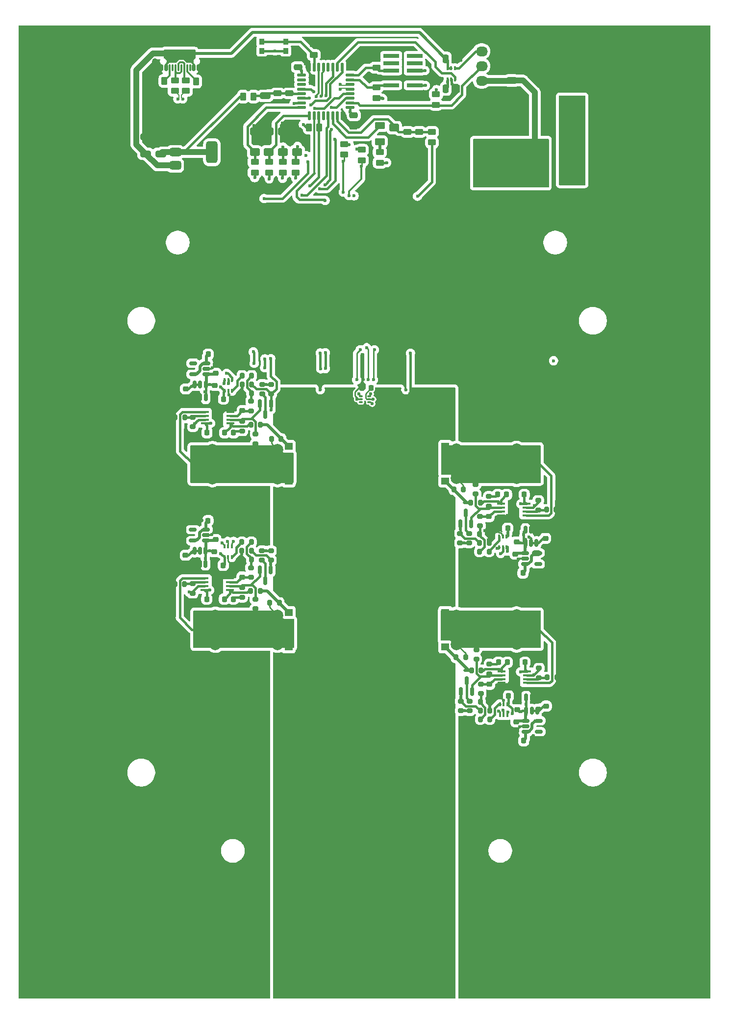
<source format=gtl>
G04 #@! TF.GenerationSoftware,KiCad,Pcbnew,9.0.5*
G04 #@! TF.CreationDate,2025-12-19T11:09:57+01:00*
G04 #@! TF.ProjectId,eload-pwr,656c6f61-642d-4707-9772-2e6b69636164,rev?*
G04 #@! TF.SameCoordinates,Original*
G04 #@! TF.FileFunction,Copper,L1,Top*
G04 #@! TF.FilePolarity,Positive*
%FSLAX46Y46*%
G04 Gerber Fmt 4.6, Leading zero omitted, Abs format (unit mm)*
G04 Created by KiCad (PCBNEW 9.0.5) date 2025-12-19 11:09:57*
%MOMM*%
%LPD*%
G01*
G04 APERTURE LIST*
G04 Aperture macros list*
%AMRoundRect*
0 Rectangle with rounded corners*
0 $1 Rounding radius*
0 $2 $3 $4 $5 $6 $7 $8 $9 X,Y pos of 4 corners*
0 Add a 4 corners polygon primitive as box body*
4,1,4,$2,$3,$4,$5,$6,$7,$8,$9,$2,$3,0*
0 Add four circle primitives for the rounded corners*
1,1,$1+$1,$2,$3*
1,1,$1+$1,$4,$5*
1,1,$1+$1,$6,$7*
1,1,$1+$1,$8,$9*
0 Add four rect primitives between the rounded corners*
20,1,$1+$1,$2,$3,$4,$5,0*
20,1,$1+$1,$4,$5,$6,$7,0*
20,1,$1+$1,$6,$7,$8,$9,0*
20,1,$1+$1,$8,$9,$2,$3,0*%
G04 Aperture macros list end*
G04 #@! TA.AperFunction,SMDPad,CuDef*
%ADD10RoundRect,0.225000X0.225000X0.250000X-0.225000X0.250000X-0.225000X-0.250000X0.225000X-0.250000X0*%
G04 #@! TD*
G04 #@! TA.AperFunction,SMDPad,CuDef*
%ADD11RoundRect,0.200000X0.200000X0.275000X-0.200000X0.275000X-0.200000X-0.275000X0.200000X-0.275000X0*%
G04 #@! TD*
G04 #@! TA.AperFunction,SMDPad,CuDef*
%ADD12R,1.450000X0.450000*%
G04 #@! TD*
G04 #@! TA.AperFunction,SMDPad,CuDef*
%ADD13RoundRect,0.250000X-0.450000X0.262500X-0.450000X-0.262500X0.450000X-0.262500X0.450000X0.262500X0*%
G04 #@! TD*
G04 #@! TA.AperFunction,SMDPad,CuDef*
%ADD14RoundRect,0.225000X-0.250000X0.225000X-0.250000X-0.225000X0.250000X-0.225000X0.250000X0.225000X0*%
G04 #@! TD*
G04 #@! TA.AperFunction,SMDPad,CuDef*
%ADD15RoundRect,0.225000X0.250000X-0.225000X0.250000X0.225000X-0.250000X0.225000X-0.250000X-0.225000X0*%
G04 #@! TD*
G04 #@! TA.AperFunction,SMDPad,CuDef*
%ADD16RoundRect,0.100000X0.100000X-0.225000X0.100000X0.225000X-0.100000X0.225000X-0.100000X-0.225000X0*%
G04 #@! TD*
G04 #@! TA.AperFunction,SMDPad,CuDef*
%ADD17RoundRect,0.200000X-0.200000X-0.275000X0.200000X-0.275000X0.200000X0.275000X-0.200000X0.275000X0*%
G04 #@! TD*
G04 #@! TA.AperFunction,SMDPad,CuDef*
%ADD18RoundRect,0.200000X-0.275000X0.200000X-0.275000X-0.200000X0.275000X-0.200000X0.275000X0.200000X0*%
G04 #@! TD*
G04 #@! TA.AperFunction,SMDPad,CuDef*
%ADD19R,4.245000X3.810000*%
G04 #@! TD*
G04 #@! TA.AperFunction,SMDPad,CuDef*
%ADD20RoundRect,0.150000X0.512500X0.150000X-0.512500X0.150000X-0.512500X-0.150000X0.512500X-0.150000X0*%
G04 #@! TD*
G04 #@! TA.AperFunction,SMDPad,CuDef*
%ADD21RoundRect,0.250000X0.900000X-1.000000X0.900000X1.000000X-0.900000X1.000000X-0.900000X-1.000000X0*%
G04 #@! TD*
G04 #@! TA.AperFunction,SMDPad,CuDef*
%ADD22RoundRect,0.200000X0.275000X-0.200000X0.275000X0.200000X-0.275000X0.200000X-0.275000X-0.200000X0*%
G04 #@! TD*
G04 #@! TA.AperFunction,SMDPad,CuDef*
%ADD23RoundRect,0.250000X-0.475000X0.250000X-0.475000X-0.250000X0.475000X-0.250000X0.475000X0.250000X0*%
G04 #@! TD*
G04 #@! TA.AperFunction,SMDPad,CuDef*
%ADD24RoundRect,0.225000X-0.225000X-0.250000X0.225000X-0.250000X0.225000X0.250000X-0.225000X0.250000X0*%
G04 #@! TD*
G04 #@! TA.AperFunction,SMDPad,CuDef*
%ADD25RoundRect,0.250000X0.450000X-0.262500X0.450000X0.262500X-0.450000X0.262500X-0.450000X-0.262500X0*%
G04 #@! TD*
G04 #@! TA.AperFunction,SMDPad,CuDef*
%ADD26RoundRect,0.150000X-0.150000X0.512500X-0.150000X-0.512500X0.150000X-0.512500X0.150000X0.512500X0*%
G04 #@! TD*
G04 #@! TA.AperFunction,SMDPad,CuDef*
%ADD27RoundRect,0.250000X0.262500X0.450000X-0.262500X0.450000X-0.262500X-0.450000X0.262500X-0.450000X0*%
G04 #@! TD*
G04 #@! TA.AperFunction,SMDPad,CuDef*
%ADD28RoundRect,0.250000X0.650000X-0.325000X0.650000X0.325000X-0.650000X0.325000X-0.650000X-0.325000X0*%
G04 #@! TD*
G04 #@! TA.AperFunction,SMDPad,CuDef*
%ADD29R,2.760000X0.650000*%
G04 #@! TD*
G04 #@! TA.AperFunction,SMDPad,CuDef*
%ADD30RoundRect,0.250000X-0.262500X-0.450000X0.262500X-0.450000X0.262500X0.450000X-0.262500X0.450000X0*%
G04 #@! TD*
G04 #@! TA.AperFunction,ComponentPad*
%ADD31R,2.600000X2.600000*%
G04 #@! TD*
G04 #@! TA.AperFunction,ComponentPad*
%ADD32C,2.600000*%
G04 #@! TD*
G04 #@! TA.AperFunction,SMDPad,CuDef*
%ADD33RoundRect,0.675000X-0.675000X-2.425000X0.675000X-2.425000X0.675000X2.425000X-0.675000X2.425000X0*%
G04 #@! TD*
G04 #@! TA.AperFunction,SMDPad,CuDef*
%ADD34RoundRect,0.250000X-0.250000X-0.475000X0.250000X-0.475000X0.250000X0.475000X-0.250000X0.475000X0*%
G04 #@! TD*
G04 #@! TA.AperFunction,SMDPad,CuDef*
%ADD35R,1.760000X8.600000*%
G04 #@! TD*
G04 #@! TA.AperFunction,SMDPad,CuDef*
%ADD36R,5.500000X6.800000*%
G04 #@! TD*
G04 #@! TA.AperFunction,SMDPad,CuDef*
%ADD37R,1.400000X1.200000*%
G04 #@! TD*
G04 #@! TA.AperFunction,ComponentPad*
%ADD38C,3.200000*%
G04 #@! TD*
G04 #@! TA.AperFunction,SMDPad,CuDef*
%ADD39RoundRect,0.250000X0.600000X-0.400000X0.600000X0.400000X-0.600000X0.400000X-0.600000X-0.400000X0*%
G04 #@! TD*
G04 #@! TA.AperFunction,SMDPad,CuDef*
%ADD40RoundRect,0.150000X0.150000X-0.512500X0.150000X0.512500X-0.150000X0.512500X-0.150000X-0.512500X0*%
G04 #@! TD*
G04 #@! TA.AperFunction,SMDPad,CuDef*
%ADD41RoundRect,0.100000X-0.100000X0.225000X-0.100000X-0.225000X0.100000X-0.225000X0.100000X0.225000X0*%
G04 #@! TD*
G04 #@! TA.AperFunction,SMDPad,CuDef*
%ADD42RoundRect,0.675000X0.675000X2.425000X-0.675000X2.425000X-0.675000X-2.425000X0.675000X-2.425000X0*%
G04 #@! TD*
G04 #@! TA.AperFunction,SMDPad,CuDef*
%ADD43RoundRect,0.125000X-0.625000X-0.125000X0.625000X-0.125000X0.625000X0.125000X-0.625000X0.125000X0*%
G04 #@! TD*
G04 #@! TA.AperFunction,SMDPad,CuDef*
%ADD44RoundRect,0.125000X-0.125000X-0.625000X0.125000X-0.625000X0.125000X0.625000X-0.125000X0.625000X0*%
G04 #@! TD*
G04 #@! TA.AperFunction,SMDPad,CuDef*
%ADD45RoundRect,0.150000X-0.150000X0.587500X-0.150000X-0.587500X0.150000X-0.587500X0.150000X0.587500X0*%
G04 #@! TD*
G04 #@! TA.AperFunction,SMDPad,CuDef*
%ADD46RoundRect,0.150000X0.150000X-0.587500X0.150000X0.587500X-0.150000X0.587500X-0.150000X-0.587500X0*%
G04 #@! TD*
G04 #@! TA.AperFunction,SMDPad,CuDef*
%ADD47RoundRect,0.150000X-0.512500X-0.150000X0.512500X-0.150000X0.512500X0.150000X-0.512500X0.150000X0*%
G04 #@! TD*
G04 #@! TA.AperFunction,ComponentPad*
%ADD48R,2.030000X1.730000*%
G04 #@! TD*
G04 #@! TA.AperFunction,ComponentPad*
%ADD49O,2.030000X1.730000*%
G04 #@! TD*
G04 #@! TA.AperFunction,SMDPad,CuDef*
%ADD50RoundRect,0.250000X1.000000X-1.500000X1.000000X1.500000X-1.000000X1.500000X-1.000000X-1.500000X0*%
G04 #@! TD*
G04 #@! TA.AperFunction,SMDPad,CuDef*
%ADD51RoundRect,0.250000X0.475000X-0.250000X0.475000X0.250000X-0.475000X0.250000X-0.475000X-0.250000X0*%
G04 #@! TD*
G04 #@! TA.AperFunction,SMDPad,CuDef*
%ADD52RoundRect,0.375000X-0.625000X-0.375000X0.625000X-0.375000X0.625000X0.375000X-0.625000X0.375000X0*%
G04 #@! TD*
G04 #@! TA.AperFunction,SMDPad,CuDef*
%ADD53RoundRect,0.500000X-0.500000X-1.400000X0.500000X-1.400000X0.500000X1.400000X-0.500000X1.400000X0*%
G04 #@! TD*
G04 #@! TA.AperFunction,SMDPad,CuDef*
%ADD54RoundRect,0.250000X-0.625000X0.375000X-0.625000X-0.375000X0.625000X-0.375000X0.625000X0.375000X0*%
G04 #@! TD*
G04 #@! TA.AperFunction,SMDPad,CuDef*
%ADD55RoundRect,0.050000X-0.285000X-0.100000X0.285000X-0.100000X0.285000X0.100000X-0.285000X0.100000X0*%
G04 #@! TD*
G04 #@! TA.AperFunction,SMDPad,CuDef*
%ADD56RoundRect,0.150000X0.150000X0.425000X-0.150000X0.425000X-0.150000X-0.425000X0.150000X-0.425000X0*%
G04 #@! TD*
G04 #@! TA.AperFunction,SMDPad,CuDef*
%ADD57RoundRect,0.075000X0.075000X0.500000X-0.075000X0.500000X-0.075000X-0.500000X0.075000X-0.500000X0*%
G04 #@! TD*
G04 #@! TA.AperFunction,ComponentPad*
%ADD58O,1.000000X2.100000*%
G04 #@! TD*
G04 #@! TA.AperFunction,ComponentPad*
%ADD59O,1.000000X1.800000*%
G04 #@! TD*
G04 #@! TA.AperFunction,SMDPad,CuDef*
%ADD60RoundRect,0.250000X-0.600000X0.400000X-0.600000X-0.400000X0.600000X-0.400000X0.600000X0.400000X0*%
G04 #@! TD*
G04 #@! TA.AperFunction,SMDPad,CuDef*
%ADD61R,0.900000X1.000000*%
G04 #@! TD*
G04 #@! TA.AperFunction,SMDPad,CuDef*
%ADD62RoundRect,0.250000X-0.650000X0.325000X-0.650000X-0.325000X0.650000X-0.325000X0.650000X0.325000X0*%
G04 #@! TD*
G04 #@! TA.AperFunction,ViaPad*
%ADD63C,2.000000*%
G04 #@! TD*
G04 #@! TA.AperFunction,ViaPad*
%ADD64C,0.600000*%
G04 #@! TD*
G04 #@! TA.AperFunction,ViaPad*
%ADD65C,1.200000*%
G04 #@! TD*
G04 #@! TA.AperFunction,Conductor*
%ADD66C,0.400000*%
G04 #@! TD*
G04 #@! TA.AperFunction,Conductor*
%ADD67C,0.250000*%
G04 #@! TD*
G04 #@! TA.AperFunction,Conductor*
%ADD68C,1.000000*%
G04 #@! TD*
G04 #@! TA.AperFunction,Conductor*
%ADD69C,0.500000*%
G04 #@! TD*
G04 #@! TA.AperFunction,Conductor*
%ADD70C,0.300000*%
G04 #@! TD*
G04 #@! TA.AperFunction,Conductor*
%ADD71C,0.350000*%
G04 #@! TD*
G04 #@! TA.AperFunction,Conductor*
%ADD72C,0.200000*%
G04 #@! TD*
G04 APERTURE END LIST*
D10*
X-30033201Y-141956901D03*
X-31583201Y-141956901D03*
D11*
X-40300000Y-141100000D03*
X-41950000Y-141100000D03*
D12*
X-80933200Y-100719400D03*
X-80933200Y-100069400D03*
X-80933200Y-99419400D03*
X-80933200Y-98769400D03*
X-85333200Y-98769400D03*
X-85333200Y-99419400D03*
X-85333200Y-100069400D03*
X-85333200Y-100719400D03*
D13*
X-55712500Y-42700000D03*
X-55712500Y-44525000D03*
D14*
X-36283200Y-116819400D03*
X-36283200Y-118369400D03*
D13*
X-66512500Y-35287500D03*
X-66512500Y-37112500D03*
D10*
X-30158201Y-113006900D03*
X-31708201Y-113006900D03*
D15*
X-83408200Y-92069400D03*
X-83408200Y-90519400D03*
D16*
X-34370699Y-151081901D03*
X-33720699Y-151081901D03*
X-33070699Y-151081901D03*
X-33070699Y-149181901D03*
X-33720699Y-149181901D03*
X-34370699Y-149181901D03*
D15*
X-26495700Y-120569399D03*
X-26495700Y-119019399D03*
D10*
X-32895699Y-147781901D03*
X-34445699Y-147781901D03*
D17*
X-37758199Y-151794401D03*
X-36108199Y-151794401D03*
D18*
X-27733200Y-114019400D03*
X-27733200Y-115669400D03*
D10*
X-33083200Y-141956902D03*
X-34633200Y-141956902D03*
D19*
X-28350000Y-57300000D03*
X-21975000Y-57300000D03*
D20*
X-85110700Y-120964400D03*
X-85110700Y-120014400D03*
X-85110700Y-119064400D03*
X-87385700Y-119064400D03*
X-87385700Y-120964400D03*
D17*
X-73825000Y-103400000D03*
X-72175000Y-103400000D03*
D11*
X-37733200Y-114394401D03*
X-39383200Y-114394401D03*
D15*
X-31495700Y-121169400D03*
X-31495700Y-119619400D03*
D18*
X-75448200Y-122689400D03*
X-75448200Y-124339400D03*
D12*
X-80973200Y-129439400D03*
X-80973200Y-128789400D03*
X-80973200Y-128139400D03*
X-80973200Y-127489400D03*
X-85373200Y-127489400D03*
X-85373200Y-128139400D03*
X-85373200Y-128789400D03*
X-85373200Y-129439400D03*
D21*
X-30762500Y-53050000D03*
X-30762500Y-48750000D03*
D14*
X-36158200Y-145769401D03*
X-36158200Y-147319401D03*
D22*
X-39583199Y-150319401D03*
X-39583199Y-148669401D03*
D17*
X-26320700Y-115631899D03*
X-24670700Y-115631899D03*
D23*
X-59612500Y-47550000D03*
X-59612500Y-49450000D03*
D24*
X-81948200Y-131051900D03*
X-80398200Y-131051900D03*
D25*
X-46100000Y-52212500D03*
X-46100000Y-50387500D03*
D26*
X-27920700Y-148044401D03*
X-28870700Y-148044401D03*
X-29820700Y-148044401D03*
X-29820700Y-150319401D03*
X-28870700Y-150319401D03*
X-27920700Y-150319401D03*
D11*
X-77273200Y-121214400D03*
X-78923200Y-121214400D03*
D23*
X-50300000Y-50400000D03*
X-50300000Y-52300000D03*
D16*
X-34495699Y-122131900D03*
X-33845699Y-122131900D03*
X-33195699Y-122131900D03*
X-33195699Y-120231900D03*
X-33845699Y-120231900D03*
X-34495699Y-120231900D03*
D17*
X-78948200Y-124214400D03*
X-77298200Y-124214400D03*
D22*
X-41133200Y-150319401D03*
X-41133200Y-148669401D03*
D18*
X-77373200Y-125639400D03*
X-77373200Y-127289400D03*
D27*
X-65537500Y-49600000D03*
X-67362500Y-49600000D03*
D18*
X-75408200Y-93969400D03*
X-75408200Y-95619400D03*
D13*
X-71812500Y-55575000D03*
X-71812500Y-57400000D03*
D17*
X-77383200Y-100944400D03*
X-75733200Y-100944400D03*
D14*
X-83660700Y-122889400D03*
X-83660700Y-124439400D03*
D25*
X-90512500Y-43312500D03*
X-90512500Y-41487500D03*
X-55112500Y-55712500D03*
X-55112500Y-53887500D03*
D28*
X-92962500Y-54175000D03*
X-92962500Y-51225000D03*
D29*
X-49092500Y-42340000D03*
X-53132500Y-42340000D03*
X-49092500Y-41070000D03*
X-53132500Y-41070000D03*
X-49092500Y-39800000D03*
X-53132500Y-39800000D03*
X-49092500Y-38530000D03*
X-53132500Y-38530000D03*
X-49092500Y-37260000D03*
X-53132500Y-37260000D03*
D22*
X-87423200Y-130039400D03*
X-87423200Y-128389400D03*
D30*
X-94125000Y-41600000D03*
X-92300000Y-41600000D03*
D24*
X-81908200Y-102331900D03*
X-80358200Y-102331900D03*
D28*
X-95562500Y-54175000D03*
X-95562500Y-51225000D03*
D15*
X-26370700Y-149519400D03*
X-26370700Y-147969400D03*
D31*
X-21512500Y-45800000D03*
D32*
X-21512500Y-39800000D03*
X-26212500Y-42800000D03*
D10*
X-33208200Y-113006901D03*
X-34758200Y-113006901D03*
D33*
X-29008200Y-107694400D03*
X-20708200Y-107694400D03*
D34*
X-43712500Y-42950000D03*
X-41812500Y-42950000D03*
D35*
X-51021000Y-107666667D03*
D36*
X-49151000Y-107666667D03*
D37*
X-43801000Y-110666667D03*
X-43801000Y-108666667D03*
X-43801000Y-106666667D03*
X-43801000Y-104666667D03*
D22*
X-36158200Y-143919402D03*
X-36158200Y-142269402D03*
D38*
X-53435000Y-196870000D03*
X-49000000Y-196870000D03*
X-44565000Y-196870000D03*
X-53435000Y-192435000D03*
X-49000000Y-192435000D03*
X-44565000Y-192435000D03*
X-53435000Y-188000000D03*
X-49000000Y-188000000D03*
X-44565000Y-188000000D03*
D39*
X-71812500Y-53837500D03*
X-71812500Y-50337500D03*
D40*
X-87070700Y-96244400D03*
X-86120700Y-96244400D03*
X-85170700Y-96244400D03*
X-85170700Y-93969400D03*
X-86120700Y-93969400D03*
X-87070700Y-93969400D03*
D20*
X-85070700Y-92244400D03*
X-85070700Y-91294400D03*
X-85070700Y-90344400D03*
X-87345700Y-90344400D03*
X-87345700Y-92244400D03*
D27*
X-85000000Y-41700000D03*
X-86825000Y-41700000D03*
D39*
X-69412500Y-53837500D03*
X-69412500Y-50337500D03*
D16*
X-43412500Y-41300000D03*
X-42762500Y-41300000D03*
X-42112500Y-41300000D03*
X-42112500Y-39400000D03*
X-42762500Y-39400000D03*
X-43412500Y-39400000D03*
D41*
X-80660700Y-121926900D03*
X-81310700Y-121926900D03*
X-81960700Y-121926900D03*
X-81960700Y-123826900D03*
X-81310700Y-123826900D03*
X-80660700Y-123826900D03*
D11*
X-36208199Y-119844400D03*
X-37858199Y-119844400D03*
D25*
X-55712500Y-41125000D03*
X-55712500Y-39300000D03*
D12*
X-34183200Y-114619400D03*
X-34183200Y-115269400D03*
X-34183200Y-115919400D03*
X-34183200Y-116569400D03*
X-29783200Y-116569400D03*
X-29783200Y-115919400D03*
X-29783200Y-115269400D03*
X-29783200Y-114619400D03*
D26*
X-28045700Y-119094400D03*
X-28995700Y-119094400D03*
X-29945700Y-119094400D03*
X-29945700Y-121369400D03*
X-28995700Y-121369400D03*
X-28045700Y-121369400D03*
D42*
X-86158200Y-107694400D03*
X-94458200Y-107694400D03*
D22*
X-38560235Y-112925000D03*
X-38560235Y-111275000D03*
D40*
X-87110700Y-124964400D03*
X-86160700Y-124964400D03*
X-85210700Y-124964400D03*
X-85210700Y-122689400D03*
X-86160700Y-122689400D03*
X-87110700Y-122689400D03*
D25*
X-61300000Y-54312500D03*
X-61300000Y-52487500D03*
D41*
X-80620700Y-93206900D03*
X-81270700Y-93206900D03*
X-81920700Y-93206900D03*
X-81920700Y-95106900D03*
X-81270700Y-95106900D03*
X-80620700Y-95106900D03*
D43*
X-68612500Y-40600000D03*
X-68612500Y-41400000D03*
X-68612500Y-42200000D03*
X-68612500Y-43000000D03*
X-68612500Y-43800000D03*
X-68612500Y-44600000D03*
X-68612500Y-45400000D03*
X-68612500Y-46200000D03*
D44*
X-67237500Y-47575000D03*
X-66437500Y-47575000D03*
X-65637500Y-47575000D03*
X-64837500Y-47575000D03*
X-64037500Y-47575000D03*
X-63237500Y-47575000D03*
X-62437500Y-47575000D03*
X-61637500Y-47575000D03*
D43*
X-60262500Y-46200000D03*
X-60262500Y-45400000D03*
X-60262500Y-44600000D03*
X-60262500Y-43800000D03*
X-60262500Y-43000000D03*
X-60262500Y-42200000D03*
X-60262500Y-41400000D03*
X-60262500Y-40600000D03*
D44*
X-61637500Y-39225000D03*
X-62437500Y-39225000D03*
X-63237500Y-39225000D03*
X-64037500Y-39225000D03*
X-64837500Y-39225000D03*
X-65637500Y-39225000D03*
X-66437500Y-39225000D03*
X-67237500Y-39225000D03*
D18*
X-78873200Y-129089400D03*
X-78873200Y-130739400D03*
D17*
X-37883199Y-121344400D03*
X-36233199Y-121344400D03*
D11*
X-88835700Y-128426900D03*
X-90485700Y-128426900D03*
X-37608200Y-143344402D03*
X-39258200Y-143344402D03*
D45*
X-73948200Y-126026900D03*
X-75848200Y-126026900D03*
X-74898200Y-127901900D03*
D46*
X-41208200Y-118031900D03*
X-39308200Y-118031900D03*
X-40258200Y-116156900D03*
D17*
X-78908200Y-95494400D03*
X-77258200Y-95494400D03*
D47*
X-29920700Y-152044401D03*
X-29920700Y-152994401D03*
X-29920700Y-153944401D03*
X-27645700Y-153944401D03*
X-27645700Y-152044401D03*
D15*
X-83448200Y-120789400D03*
X-83448200Y-119239400D03*
D22*
X-37783200Y-118419400D03*
X-37783200Y-116769400D03*
D17*
X-77423200Y-129664400D03*
X-75773200Y-129664400D03*
D35*
X-63631000Y-107666667D03*
D36*
X-65501000Y-107666667D03*
D37*
X-70851000Y-104666667D03*
X-70851000Y-106666667D03*
X-70851000Y-108666667D03*
X-70851000Y-110666667D03*
D48*
X-37512500Y-44100000D03*
D49*
X-37512500Y-41560000D03*
X-37512500Y-39020000D03*
X-37512500Y-36480000D03*
D50*
X-37562500Y-54707500D03*
X-37562500Y-48207500D03*
D10*
X-84733200Y-88794400D03*
X-86283200Y-88794400D03*
D15*
X-78833200Y-98519400D03*
X-78833200Y-96969400D03*
D14*
X-88620700Y-94769400D03*
X-88620700Y-96319400D03*
D24*
X-30383200Y-126544400D03*
X-28833200Y-126544400D03*
D51*
X-70712500Y-43750000D03*
X-70712500Y-41850000D03*
D17*
X-26195700Y-144581900D03*
X-24545700Y-144581900D03*
D10*
X-84773200Y-117514400D03*
X-86323200Y-117514400D03*
D52*
X-90412500Y-51600000D03*
X-90412500Y-53900000D03*
D53*
X-84112500Y-53900000D03*
D52*
X-90412500Y-56200000D03*
D28*
X-74912500Y-44175000D03*
X-74912500Y-41225000D03*
D54*
X-55112500Y-49300000D03*
X-55112500Y-52100000D03*
D55*
X-58390000Y-96043284D03*
X-58390000Y-96543284D03*
X-58390000Y-97043284D03*
X-56910000Y-97043284D03*
X-56910000Y-96543284D03*
X-56910000Y-96043284D03*
D24*
X-84998200Y-131051900D03*
X-83448200Y-131051900D03*
D42*
X-85658200Y-136194400D03*
X-93958200Y-136194400D03*
D33*
X-28958200Y-136194400D03*
X-20658200Y-136194400D03*
D18*
X-77333200Y-96919400D03*
X-77333200Y-98569400D03*
D10*
X-56625000Y-94600000D03*
X-58175000Y-94600000D03*
D38*
X-32435000Y-196870000D03*
X-28000000Y-196870000D03*
X-23565000Y-196870000D03*
X-32435000Y-192435000D03*
X-28000000Y-192435000D03*
X-23565000Y-192435000D03*
X-32435000Y-188000000D03*
X-28000000Y-188000000D03*
X-23565000Y-188000000D03*
D18*
X-73858200Y-93969400D03*
X-73858200Y-95619400D03*
D24*
X-82135700Y-125226900D03*
X-80585700Y-125226900D03*
D35*
X-51021000Y-136333333D03*
D36*
X-49151000Y-136333333D03*
D37*
X-43801000Y-139333333D03*
X-43801000Y-137333333D03*
X-43801000Y-135333333D03*
X-43801000Y-133333333D03*
D22*
X-36283200Y-114969401D03*
X-36283200Y-113319401D03*
D24*
X-30258200Y-155494401D03*
X-28708200Y-155494401D03*
D39*
X-74312500Y-53850000D03*
X-74312500Y-50350000D03*
D24*
X-82095700Y-96506900D03*
X-80545700Y-96506900D03*
D25*
X-48300000Y-52212500D03*
X-48300000Y-50387500D03*
D22*
X-41258200Y-121369400D03*
X-41258200Y-119719400D03*
D46*
X-41083200Y-146981901D03*
X-39183200Y-146981901D03*
X-40133200Y-145106901D03*
D25*
X-88612500Y-43312500D03*
X-88612500Y-41487500D03*
D13*
X-45412500Y-43887500D03*
X-45412500Y-45712500D03*
D38*
X-70470000Y-196870000D03*
X-66035000Y-196870000D03*
X-61600000Y-196870000D03*
X-70470000Y-192435000D03*
X-66035000Y-192435000D03*
X-61600000Y-192435000D03*
X-70470000Y-188000000D03*
X-66035000Y-188000000D03*
X-61600000Y-188000000D03*
D11*
X-77233200Y-92494400D03*
X-78883200Y-92494400D03*
X-40675000Y-112100000D03*
X-42325000Y-112100000D03*
D56*
X-86412500Y-39290000D03*
X-87212500Y-39290000D03*
D57*
X-88362500Y-39290000D03*
X-89362500Y-39290000D03*
X-89862500Y-39290000D03*
X-90862500Y-39290000D03*
D56*
X-92012500Y-39290000D03*
X-92812500Y-39290000D03*
X-92812500Y-39290000D03*
X-92012500Y-39290000D03*
D57*
X-91362500Y-39290000D03*
X-90362500Y-39290000D03*
X-88862500Y-39290000D03*
X-87862500Y-39290000D03*
D56*
X-87212500Y-39290000D03*
X-86412500Y-39290000D03*
D58*
X-85292500Y-38715000D03*
D59*
X-85292500Y-34535000D03*
D58*
X-93932500Y-38715000D03*
D59*
X-93932500Y-34535000D03*
D18*
X-27608200Y-142969401D03*
X-27608200Y-144619401D03*
D60*
X-52600000Y-49650000D03*
X-52600000Y-53150000D03*
D61*
X-75462500Y-34800000D03*
X-71362500Y-34800000D03*
X-75462500Y-36400000D03*
X-71362500Y-36400000D03*
D22*
X-38435235Y-141425000D03*
X-38435235Y-139775000D03*
D14*
X-31583200Y-152219401D03*
X-31583200Y-153769401D03*
D62*
X-32312500Y-41525000D03*
X-32312500Y-44475000D03*
D14*
X-88660700Y-123489400D03*
X-88660700Y-125039400D03*
D22*
X-39708199Y-121369400D03*
X-39708199Y-119719400D03*
D18*
X-73898200Y-122689400D03*
X-73898200Y-124339400D03*
X-76556165Y-102575000D03*
X-76556165Y-104225000D03*
D38*
X-91470000Y-196870000D03*
X-87035000Y-196870000D03*
X-82600000Y-196870000D03*
X-91470000Y-192435000D03*
X-87035000Y-192435000D03*
X-82600000Y-192435000D03*
X-91470000Y-188000000D03*
X-87035000Y-188000000D03*
X-82600000Y-188000000D03*
D13*
X-74212500Y-55587500D03*
X-74212500Y-57412500D03*
D14*
X-31708200Y-123269400D03*
X-31708200Y-124819400D03*
D35*
X-63631000Y-136333333D03*
D36*
X-65501000Y-136333333D03*
D37*
X-70851000Y-133333333D03*
X-70851000Y-135333333D03*
X-70851000Y-137333333D03*
X-70851000Y-139333333D03*
D47*
X-30045700Y-123094400D03*
X-30045700Y-124044400D03*
X-30045700Y-124994400D03*
X-27770700Y-124994400D03*
X-27770700Y-123094400D03*
D11*
X-77233200Y-93994400D03*
X-78883200Y-93994400D03*
D45*
X-73908200Y-97306900D03*
X-75808200Y-97306900D03*
X-74858200Y-99181900D03*
D22*
X-87383200Y-101319400D03*
X-87383200Y-99669400D03*
D27*
X-76900000Y-44300000D03*
X-78725000Y-44300000D03*
D12*
X-34058200Y-143569401D03*
X-34058200Y-144219401D03*
X-34058200Y-144869401D03*
X-34058200Y-145519401D03*
X-29658200Y-145519401D03*
X-29658200Y-144869401D03*
X-29658200Y-144219401D03*
X-29658200Y-143569401D03*
D25*
X-58200000Y-55312500D03*
X-58200000Y-53487500D03*
D11*
X-77273200Y-122714400D03*
X-78923200Y-122714400D03*
D15*
X-31370700Y-150119401D03*
X-31370700Y-148569401D03*
X-78873200Y-127239400D03*
X-78873200Y-125689400D03*
D10*
X-33020699Y-118831900D03*
X-34570699Y-118831900D03*
D17*
X-74125000Y-131700000D03*
X-72475000Y-131700000D03*
D14*
X-83620700Y-94169400D03*
X-83620700Y-95719400D03*
D18*
X-76600000Y-131075000D03*
X-76600000Y-132725000D03*
D13*
X-76712500Y-55587500D03*
X-76712500Y-57412500D03*
D24*
X-84958200Y-102331900D03*
X-83408200Y-102331900D03*
D51*
X-69212500Y-39200000D03*
X-69212500Y-37300000D03*
D34*
X-43712500Y-37750000D03*
X-41812500Y-37750000D03*
D51*
X-72737500Y-43750000D03*
X-72737500Y-41850000D03*
D18*
X-78833200Y-100369400D03*
X-78833200Y-102019400D03*
D13*
X-69612500Y-55575000D03*
X-69612500Y-57400000D03*
D11*
X-88795700Y-99706900D03*
X-90445700Y-99706900D03*
D39*
X-76712500Y-53850000D03*
X-76712500Y-50350000D03*
D17*
X-37883199Y-122844400D03*
X-36233199Y-122844400D03*
X-37758199Y-150294401D03*
X-36108199Y-150294401D03*
D22*
X-37658200Y-147369401D03*
X-37658200Y-145719401D03*
D11*
X-36083199Y-148794401D03*
X-37733199Y-148794401D03*
D63*
X0Y-120000000D03*
D64*
X-86308200Y-89494400D03*
D63*
X-94000000Y-132000000D03*
X-10000000Y-100000000D03*
D64*
X-30945700Y-153131901D03*
D63*
X-115000000Y-175000000D03*
D64*
X-36367856Y-120879056D03*
D63*
X-115000000Y-150000000D03*
X-94000000Y-112000000D03*
X-115000000Y-145000000D03*
X0Y-145000000D03*
X-97000000Y-112000000D03*
D64*
X-34901748Y-119375314D03*
D63*
X0Y-100000000D03*
D64*
X-69762500Y-49400000D03*
X-27183200Y-148044401D03*
X-65400000Y-94900000D03*
D63*
X-5000000Y-100000000D03*
X-18000000Y-132000000D03*
D64*
X-30275000Y-47400000D03*
X-33050000Y-116644400D03*
X-78883200Y-94594400D03*
D63*
X-115000000Y-130000000D03*
X0Y-115000000D03*
X-115000000Y-105000000D03*
D64*
X-81158200Y-98368970D03*
D63*
X0Y-150000000D03*
D64*
X-84085700Y-119876900D03*
X-78923200Y-123314400D03*
X-31650000Y-118944400D03*
D63*
X-115000000Y-190000000D03*
D64*
X-28550742Y-154667242D03*
X-78658200Y-96194400D03*
D63*
X0Y-165000000D03*
X0Y-175000000D03*
X-94000000Y-141000000D03*
D64*
X-94282500Y-51225000D03*
D63*
X-115000000Y-135000000D03*
D64*
X-91792500Y-51225000D03*
D63*
X0Y-185000000D03*
D64*
X-50300000Y-74300000D03*
X-36108200Y-148094401D03*
D63*
X-115000000Y-120000000D03*
D64*
X-76812500Y-49300000D03*
D63*
X-18000000Y-138000000D03*
X0Y-170000000D03*
D64*
X-56400000Y-97330000D03*
X-48700000Y-76400000D03*
D63*
X-21000000Y-141000000D03*
D64*
X-28150000Y-126815237D03*
X-38675000Y-46300000D03*
X-51112500Y-41070000D03*
D63*
X-97000000Y-135000000D03*
X-18000000Y-103000000D03*
X-20281594Y-99990943D03*
D64*
X-58111899Y-88821487D03*
D63*
X0Y-105000000D03*
X0Y-180000000D03*
D64*
X-78923200Y-124914400D03*
X-83648200Y-125114400D03*
D63*
X0Y-195000000D03*
X-110000000Y-100000000D03*
X-100000000Y-100000000D03*
X-115000000Y-185000000D03*
D64*
X-85292500Y-40400000D03*
X-28900000Y-148900000D03*
D63*
X-115000000Y-165000000D03*
X0Y-135000000D03*
D64*
X-85778445Y-117439230D03*
X-74712500Y-40400000D03*
X-59053527Y-96542944D03*
X-74312500Y-49400000D03*
X-50600000Y-94900000D03*
D63*
X-105000000Y-100000000D03*
D64*
X-31383200Y-147894401D03*
D63*
X-97000000Y-106000000D03*
X-94000000Y-103000000D03*
D64*
X-33720700Y-148506901D03*
X-83448200Y-130314400D03*
D63*
X0Y-190000000D03*
X-97000000Y-132000000D03*
D64*
X-86234646Y-97034897D03*
X-83608200Y-96394400D03*
X-71962500Y-48855722D03*
D63*
X0Y-160000000D03*
D64*
X-31183208Y-124183866D03*
D63*
X-21000000Y-112000000D03*
X-97000000Y-141000000D03*
D64*
X-37975000Y-46300000D03*
X-41112500Y-38000000D03*
X-84045700Y-91156900D03*
D63*
X-95000000Y-100000000D03*
X-115000000Y-125000000D03*
D64*
X-82009839Y-127329441D03*
X-28550000Y-117983175D03*
D63*
X-115000000Y-100000000D03*
D64*
X-70912500Y-41200000D03*
D63*
X-115000000Y-160000000D03*
D64*
X-67912500Y-38600000D03*
D63*
X-18000000Y-112000000D03*
X-97000000Y-109000000D03*
D64*
X-72712500Y-41100000D03*
D63*
X-18000000Y-141000000D03*
X-115000000Y-155000000D03*
X-21000000Y-103000000D03*
D64*
X-83408200Y-101594400D03*
X-36575000Y-46300000D03*
D63*
X0Y-110000000D03*
D64*
X-58000000Y-93200000D03*
D63*
X-18000000Y-135000000D03*
X-21000000Y-132000000D03*
D64*
X-93932500Y-40300000D03*
D63*
X0Y-125000000D03*
D64*
X-42637500Y-42125000D03*
X-49200000Y-52212500D03*
X-87848200Y-124964400D03*
X-86248200Y-125814400D03*
D63*
X-115000000Y-140000000D03*
X-15000000Y-100000000D03*
X-18000000Y-106000000D03*
D64*
X-36108200Y-149694401D03*
D63*
X0Y-155000000D03*
X-115000000Y-170000000D03*
X0Y-130000000D03*
X0Y-140000000D03*
D64*
X-37275000Y-46300000D03*
D63*
X-97000000Y-103000000D03*
D64*
X-66412500Y-34600000D03*
X-31583200Y-142694401D03*
D63*
X-97000000Y-138000000D03*
D64*
X-33770700Y-146037230D03*
X-51750000Y-52300000D03*
X-29575000Y-47400000D03*
X-30975000Y-47400000D03*
D63*
X-115000000Y-115000000D03*
D64*
X-60975358Y-47947191D03*
X-37001748Y-119273298D03*
X-31675000Y-47400000D03*
D63*
X-115000000Y-180000000D03*
X-18000000Y-109000000D03*
D64*
X-27308200Y-119094400D03*
X-81158200Y-95781900D03*
D63*
X-115000000Y-110000000D03*
D64*
X-32312500Y-45200000D03*
X-87808200Y-96244400D03*
X-31708200Y-113744400D03*
D63*
X-115000000Y-195000000D03*
D64*
X-68612500Y-39800000D03*
X-59550379Y-61440442D03*
X-54577090Y-44650000D03*
X-60400000Y-52600000D03*
X-47312500Y-39800000D03*
X-56031593Y-88023713D03*
X-86012500Y-53900000D03*
X-73212500Y-36400000D03*
X-59100000Y-53400000D03*
X-60262500Y-46900000D03*
X-56246169Y-96543338D03*
X-88012500Y-53900000D03*
X-53912500Y-55712500D03*
X-87012500Y-53900000D03*
X-68300000Y-49100000D03*
X-45312500Y-43100000D03*
X-89012500Y-53900000D03*
X-43412500Y-41800000D03*
X-56200000Y-93200000D03*
X-76712500Y-58300000D03*
X-88050000Y-129837366D03*
D63*
X-31500000Y-138800000D03*
X-41880000Y-136350000D03*
X-31500000Y-133800000D03*
X-41880000Y-138850000D03*
X-31500000Y-136300000D03*
X-41880000Y-133850000D03*
X-72760000Y-110250000D03*
X-72760000Y-107750000D03*
X-72760000Y-105250000D03*
X-84010000Y-105250000D03*
X-84010000Y-110250000D03*
X-84010000Y-107750000D03*
X-72760000Y-133850000D03*
X-83500000Y-138850000D03*
X-72760000Y-136350000D03*
X-83500000Y-133850000D03*
X-83500000Y-136350000D03*
X-72760000Y-138850000D03*
X-31500000Y-107700000D03*
X-31500000Y-110200000D03*
X-41890000Y-105200000D03*
X-41890000Y-110200000D03*
X-31500000Y-105200000D03*
X-41890000Y-107700000D03*
D64*
X-25100000Y-89900000D03*
X-86456900Y-91943100D03*
X-28233200Y-152044401D03*
X-86566900Y-120733100D03*
X-28358200Y-123094400D03*
X-28350000Y-55100000D03*
X-62857810Y-51692045D03*
X-41208200Y-118894400D03*
X-64402715Y-44110972D03*
X-73948200Y-124994400D03*
X-65500000Y-60200000D03*
X-41083200Y-147994400D03*
X-73908200Y-98394400D03*
X-73928447Y-89535581D03*
X-69612500Y-58400000D03*
X-28512613Y-144105772D03*
X-71912500Y-58400000D03*
X-28450898Y-114924091D03*
X-74212500Y-58500000D03*
X-87097582Y-100789943D03*
X-81408200Y-121089400D03*
X-81208200Y-93794400D03*
X-33800000Y-150200000D03*
X-34250000Y-123206148D03*
X-75000000Y-91100000D03*
X-67153971Y-59732648D03*
X-74953056Y-89571633D03*
X-82008179Y-93800512D03*
X-76959926Y-88368924D03*
X-33108200Y-122794400D03*
X-68561285Y-61349337D03*
X-82308200Y-121394400D03*
X-76800000Y-90350000D03*
X-33008200Y-150594374D03*
X-27533974Y-149860250D03*
X-32202318Y-150778442D03*
X-33020700Y-119700000D03*
X-29300000Y-120300000D03*
X-82600000Y-123200000D03*
X-87614497Y-123031480D03*
X-82608200Y-94419400D03*
X-87574497Y-94311480D03*
X-30661144Y-150480878D03*
X-40400000Y-150319401D03*
X-29820700Y-149200000D03*
X-30800000Y-143600000D03*
X-30900000Y-152044401D03*
X-29920700Y-151300000D03*
X-30245699Y-119900000D03*
X-40500000Y-121369400D03*
X-30751474Y-114607572D03*
X-30800000Y-121369400D03*
X-30900000Y-123094400D03*
X-30045700Y-122300000D03*
X-67312500Y-44600000D03*
X-69312500Y-52900000D03*
X-71812500Y-53000000D03*
X-69912500Y-45500000D03*
X-85110700Y-121700000D03*
X-84500000Y-129500000D03*
X-74700000Y-122689400D03*
X-84200000Y-120964400D03*
X-84500000Y-122689400D03*
X-85246309Y-124049901D03*
X-84200000Y-92244400D03*
X-74700000Y-93969400D03*
X-85326070Y-95264243D03*
X-84500000Y-93969400D03*
X-85070700Y-93000000D03*
X-84300000Y-100700000D03*
X-34601952Y-150366443D03*
X-64500004Y-91250000D03*
X-64546099Y-62235671D03*
X-64500000Y-88500000D03*
X-66991627Y-45731190D03*
X-67830000Y-54480000D03*
X-81565331Y-92084669D03*
X-47212500Y-42400000D03*
X-66512500Y-43500000D03*
X-65412530Y-88557358D03*
X-63500000Y-46200000D03*
X-64605389Y-59550000D03*
X-63500000Y-50000000D03*
X-34869100Y-122306279D03*
X-65300000Y-91300000D03*
X-89137500Y-44700000D03*
X-61923552Y-43025000D03*
X-89987500Y-44700000D03*
X-61923552Y-42175000D03*
X-67500000Y-55600000D03*
X-80365829Y-121071109D03*
X-66383438Y-46325000D03*
X-75100000Y-61900000D03*
X-60439759Y-61375226D03*
X-58759990Y-95621922D03*
X-59100000Y-93200000D03*
X-58499996Y-87999996D03*
X-58312500Y-56350000D03*
X-65241270Y-44250000D03*
X-66073164Y-44263790D03*
X-57375000Y-87650000D03*
X-56670000Y-95630000D03*
X-61412500Y-60800000D03*
X-57150792Y-93200000D03*
X-61412500Y-55500000D03*
D65*
X-65508200Y-133094400D03*
X-65508200Y-137394400D03*
X-65508200Y-110894400D03*
X-68208200Y-110894400D03*
X-51908200Y-107594400D03*
X-62708200Y-111894400D03*
X-62708200Y-140594400D03*
X-47808200Y-108794400D03*
X-49108200Y-133094400D03*
D63*
X-45000000Y-115000000D03*
D65*
X-51808200Y-140494400D03*
X-47808200Y-135294400D03*
X-66808200Y-104394400D03*
X-64008200Y-108694400D03*
X-50608200Y-135294400D03*
X-64008200Y-106494400D03*
X-66808200Y-133094400D03*
X-51908200Y-136294400D03*
D63*
X-70000000Y-100000000D03*
D65*
X-50408200Y-132094400D03*
D63*
X-60000000Y-115000000D03*
X-45000000Y-129000000D03*
D65*
X-49108200Y-104394400D03*
X-49108200Y-108794400D03*
D63*
X-65000000Y-100000000D03*
D65*
X-47808200Y-106594400D03*
X-66808200Y-135194400D03*
X-50408200Y-103394400D03*
D63*
X-50000000Y-115000000D03*
D65*
X-46508200Y-106594400D03*
X-47808200Y-110894400D03*
D64*
X-49900000Y-95600000D03*
D63*
X-60000000Y-144000000D03*
X-70000000Y-129000000D03*
X-60000000Y-134000000D03*
X-65000000Y-144000000D03*
D65*
X-50608200Y-108794400D03*
X-66808200Y-108694400D03*
X-46508200Y-139594400D03*
D63*
X-60000000Y-129000000D03*
D65*
X-66808200Y-139594400D03*
D63*
X-45000000Y-144000000D03*
D65*
X-50608200Y-137494400D03*
X-64308200Y-103494400D03*
X-62708200Y-110194400D03*
X-68108200Y-104394400D03*
X-68108200Y-108694400D03*
X-68108200Y-133094400D03*
X-50308200Y-140494400D03*
X-62808200Y-104994400D03*
X-47808200Y-139594400D03*
X-49108200Y-106594400D03*
X-65508200Y-139594400D03*
X-62708200Y-107694400D03*
D63*
X-60000000Y-139000000D03*
D65*
X-64208200Y-111894400D03*
D63*
X-60000000Y-110000000D03*
X-55000000Y-139000000D03*
X-65000000Y-129000000D03*
D64*
X-48600000Y-61500000D03*
D65*
X-47808200Y-133094400D03*
X-68108200Y-135194400D03*
D63*
X-60000000Y-105000000D03*
X-70000000Y-115000000D03*
X-55000000Y-134000000D03*
D65*
X-46508200Y-108794400D03*
D63*
X-65000000Y-115000000D03*
D65*
X-46508200Y-135294400D03*
X-62708200Y-138894400D03*
D63*
X-70000000Y-144000000D03*
D65*
X-51908200Y-105094400D03*
X-66808200Y-106494400D03*
D63*
X-50000000Y-144000000D03*
X-55000000Y-105000000D03*
D65*
X-65508200Y-104394400D03*
X-64208200Y-140594400D03*
X-68108200Y-137394400D03*
X-49108200Y-139594400D03*
X-62708200Y-136394400D03*
X-51908200Y-132094400D03*
D63*
X-50000000Y-129000000D03*
D65*
X-50608200Y-106594400D03*
D63*
X-55000000Y-110000000D03*
D65*
X-68108200Y-106494400D03*
X-51908200Y-133794400D03*
X-46508200Y-137494400D03*
X-62808200Y-133694400D03*
X-51808200Y-110294400D03*
X-49108200Y-137494400D03*
X-49108200Y-135294400D03*
X-47808200Y-137494400D03*
X-64008200Y-135194400D03*
X-47808200Y-104394400D03*
X-65508200Y-108694400D03*
X-51808200Y-138994400D03*
D64*
X-49800000Y-88600000D03*
D63*
X-50000000Y-100000000D03*
X-55000000Y-144000000D03*
D65*
X-46408200Y-104394400D03*
X-64308200Y-132194400D03*
X-49108200Y-110894400D03*
X-68208200Y-139594400D03*
X-65508200Y-135194400D03*
X-64008200Y-137394400D03*
X-51908200Y-103394400D03*
X-51808200Y-111794400D03*
X-62808200Y-103494400D03*
X-62808200Y-132194400D03*
X-65508200Y-106494400D03*
X-46508200Y-110894400D03*
X-66808200Y-137394400D03*
D63*
X-55000000Y-115000000D03*
X-55000000Y-129000000D03*
X-45000000Y-100000000D03*
D65*
X-46408200Y-133094400D03*
X-66808200Y-110894400D03*
X-50308200Y-111794400D03*
D66*
X-66512500Y-34700000D02*
X-66412500Y-34600000D01*
D67*
X-58460000Y-94373284D02*
X-59385990Y-95299274D01*
D68*
X-92962500Y-51225000D02*
X-90787500Y-51225000D01*
D67*
X-31370700Y-147906901D02*
X-31383200Y-147894401D01*
X-24670700Y-115631900D02*
X-24670700Y-109670700D01*
D66*
X-69412500Y-50337500D02*
X-69412500Y-49750000D01*
D67*
X-92780467Y-107666667D02*
X-94408200Y-107666667D01*
X-34495700Y-119581900D02*
X-34702286Y-119375314D01*
X-24545700Y-144581901D02*
X-24545700Y-137945700D01*
D69*
X-86283200Y-88794400D02*
X-86283200Y-89469400D01*
D66*
X-74212500Y-41850000D02*
X-74837500Y-41225000D01*
D67*
X-58000000Y-93200000D02*
X-58000000Y-88933386D01*
D66*
X-71812500Y-41850000D02*
X-72737500Y-41850000D01*
D67*
X-33733200Y-145844401D02*
X-33733200Y-145919831D01*
D69*
X-28420837Y-126544400D02*
X-28150000Y-126815237D01*
D67*
X-33970699Y-119828088D02*
X-34216887Y-119581900D01*
X-22794400Y-136194400D02*
X-20658200Y-136194400D01*
D66*
X-70837500Y-41850000D02*
X-70837500Y-41275000D01*
D67*
X-34058200Y-145519401D02*
X-33733200Y-145844401D01*
D66*
X-70837500Y-41275000D02*
X-70912500Y-41200000D01*
D67*
X-92500000Y-136066200D02*
X-92500000Y-136100000D01*
D68*
X-90787500Y-51225000D02*
X-90412500Y-51600000D01*
D67*
X-88620700Y-96319400D02*
X-88545700Y-96244400D01*
D66*
X-55712500Y-41125000D02*
X-53187500Y-41125000D01*
D67*
X-28870700Y-148044401D02*
X-28870700Y-148870700D01*
X-80545700Y-96506900D02*
X-81158200Y-95894400D01*
D66*
X-51750000Y-52300000D02*
X-52600000Y-53150000D01*
X-69412500Y-49750000D02*
X-69762500Y-49400000D01*
D67*
X-31370700Y-148569401D02*
X-31370700Y-147906901D01*
X-33970699Y-120106901D02*
X-33970699Y-119828088D01*
X-28995700Y-119094400D02*
X-28995700Y-118428875D01*
D70*
X-29920700Y-152994401D02*
X-30808200Y-152994401D01*
D67*
X-26570700Y-119094400D02*
X-27308200Y-119094400D01*
X-92500000Y-136100000D02*
X-92594400Y-136194400D01*
X-88545700Y-96244400D02*
X-87808200Y-96244400D01*
X-78883200Y-93994400D02*
X-78883200Y-96919400D01*
X-28870700Y-148044401D02*
X-27920700Y-148044401D01*
D66*
X-49200000Y-52212500D02*
X-50212500Y-52212500D01*
X-53187500Y-41125000D02*
X-53132500Y-41070000D01*
D67*
X-28995700Y-119094400D02*
X-27308200Y-119094400D01*
D70*
X-93932500Y-41407500D02*
X-94125000Y-41600000D01*
D67*
X-86160700Y-124964400D02*
X-87848200Y-124964400D01*
X-83660700Y-124439400D02*
X-83660700Y-125101900D01*
X-24670700Y-109670700D02*
X-22694400Y-107694400D01*
X-78883200Y-95469400D02*
X-78908200Y-95494400D01*
D66*
X-72737500Y-41850000D02*
X-72737500Y-41125000D01*
D69*
X-28708200Y-155494401D02*
X-28708200Y-154824700D01*
D67*
X-81849880Y-127489400D02*
X-82009839Y-127329441D01*
X-22694400Y-107694400D02*
X-20708200Y-107694400D01*
X-78883200Y-93994400D02*
X-78883200Y-95469400D01*
D70*
X-30933200Y-124044400D02*
X-31708200Y-124819400D01*
X-85292500Y-38715000D02*
X-85292500Y-41407500D01*
D67*
X-36108200Y-150294401D02*
X-36108200Y-148819401D01*
X-86160700Y-124964400D02*
X-87110700Y-124964400D01*
X-56910000Y-97043284D02*
X-56686716Y-97043284D01*
D66*
X-42762500Y-41300000D02*
X-42712500Y-41350000D01*
D69*
X-28708200Y-154824700D02*
X-28550742Y-154667242D01*
D66*
X-61487500Y-47575000D02*
X-59612500Y-49450000D01*
D67*
X-90445700Y-105331900D02*
X-92780467Y-107666667D01*
D70*
X-85070700Y-91294400D02*
X-84183200Y-91294400D01*
X-85292500Y-41407500D02*
X-85000000Y-41700000D01*
D66*
X-67287500Y-39225000D02*
X-69212500Y-37300000D01*
D67*
X-59385990Y-95965424D02*
X-58808130Y-96543284D01*
D66*
X-41362500Y-37750000D02*
X-41112500Y-38000000D01*
D67*
X-81158200Y-95894400D02*
X-81158200Y-95781900D01*
D69*
X-28833200Y-126544400D02*
X-28420837Y-126544400D01*
D67*
X-56686716Y-97043284D02*
X-56400000Y-97330000D01*
X-88660700Y-125039400D02*
X-88585700Y-124964400D01*
X-31495700Y-119098700D02*
X-31650000Y-118944400D01*
X-28870700Y-148044401D02*
X-27183200Y-148044401D01*
D68*
X-95562500Y-51225000D02*
X-92962500Y-51225000D01*
D67*
X-58808130Y-96543284D02*
X-58390000Y-96543284D01*
D66*
X-72737500Y-41125000D02*
X-72712500Y-41100000D01*
D67*
X-58390000Y-96543284D02*
X-59053187Y-96543284D01*
X-81158200Y-98544400D02*
X-81158200Y-98368970D01*
D66*
X-42637500Y-42125000D02*
X-41812500Y-42950000D01*
X-32312500Y-44475000D02*
X-32312500Y-45200000D01*
D67*
X-24545700Y-137945700D02*
X-22794400Y-136194400D01*
X-34058200Y-145519401D02*
X-33770700Y-145806901D01*
X-33720700Y-148506901D02*
X-34445700Y-147781901D01*
X-80973200Y-127489400D02*
X-81298200Y-127164400D01*
D66*
X-41812500Y-37750000D02*
X-41362500Y-37750000D01*
D67*
X-34901748Y-119162948D02*
X-34901748Y-119375314D01*
D66*
X-67237500Y-39225000D02*
X-67287500Y-39225000D01*
D67*
X-28870700Y-148870700D02*
X-28900000Y-148900000D01*
D66*
X-50212500Y-52212500D02*
X-50300000Y-52300000D01*
D67*
X-33845700Y-120231900D02*
X-33970699Y-120106901D01*
X-81310700Y-123826900D02*
X-81310700Y-124501900D01*
X-81270700Y-95106900D02*
X-81270700Y-95669400D01*
X-34183200Y-116569400D02*
X-33125000Y-116569400D01*
D66*
X-74837500Y-40525000D02*
X-74712500Y-40400000D01*
D67*
X-80933200Y-98769400D02*
X-81158200Y-98544400D01*
D66*
X-42712500Y-42050000D02*
X-42637500Y-42125000D01*
D67*
X-90485700Y-134051900D02*
X-92500000Y-136066200D01*
X-33770700Y-145806901D02*
X-33770700Y-146037230D01*
X-59053187Y-96543284D02*
X-59053527Y-96542944D01*
D66*
X-61637500Y-47575000D02*
X-61487500Y-47575000D01*
D67*
X-78923200Y-125639400D02*
X-78873200Y-125689400D01*
X-36233200Y-118419400D02*
X-36283200Y-118369400D01*
D70*
X-93932500Y-38715000D02*
X-93932500Y-41407500D01*
D67*
X-78923200Y-122714400D02*
X-78923200Y-124189400D01*
X-57960000Y-94373284D02*
X-58460000Y-94373284D01*
D69*
X-86323200Y-117514400D02*
X-85853615Y-117514400D01*
D67*
X-78923200Y-124189400D02*
X-78948200Y-124214400D01*
X-28995700Y-118428875D02*
X-28550000Y-117983175D01*
D66*
X-71812500Y-49005722D02*
X-71962500Y-48855722D01*
D70*
X-84183200Y-91294400D02*
X-83408200Y-90519400D01*
D67*
X-78883200Y-96919400D02*
X-78833200Y-96969400D01*
X-90485700Y-128426900D02*
X-90485700Y-134051900D01*
D70*
X-30045700Y-124044400D02*
X-30933200Y-124044400D01*
D66*
X-48300000Y-52212500D02*
X-49200000Y-52212500D01*
X-49092500Y-41070000D02*
X-53132500Y-41070000D01*
D67*
X-31495700Y-119619400D02*
X-31495700Y-119098700D01*
X-86120700Y-96244400D02*
X-87808200Y-96244400D01*
X-88585700Y-124964400D02*
X-87848200Y-124964400D01*
D66*
X-71812500Y-50337500D02*
X-71812500Y-49005722D01*
D69*
X-85853615Y-117514400D02*
X-85778445Y-117439230D01*
D67*
X-34570700Y-118831900D02*
X-34901748Y-119162948D01*
X-26495700Y-119019400D02*
X-26570700Y-119094400D01*
X-83408200Y-102331900D02*
X-83408200Y-101594400D01*
X-36108200Y-150294401D02*
X-36108200Y-147369401D01*
D66*
X-72737500Y-41850000D02*
X-74212500Y-41850000D01*
D67*
X-33125000Y-116569400D02*
X-33050000Y-116644400D01*
X-83660700Y-125101900D02*
X-83648200Y-125114400D01*
X-81310700Y-124501900D02*
X-80585700Y-125226900D01*
D66*
X-74312500Y-50350000D02*
X-74312500Y-49400000D01*
D67*
X-31583200Y-141956901D02*
X-31583200Y-142694401D01*
X-86120700Y-96244400D02*
X-86120700Y-96920951D01*
X-86160700Y-124964400D02*
X-86160700Y-125726900D01*
D66*
X-76712500Y-50350000D02*
X-76712500Y-49400000D01*
D70*
X-85110700Y-120014400D02*
X-84223200Y-120014400D01*
D67*
X-26370700Y-147969401D02*
X-26445700Y-148044401D01*
X-59385990Y-95299274D02*
X-59385990Y-95965424D01*
X-81270700Y-95669400D02*
X-81158200Y-95781900D01*
X-83448200Y-131051900D02*
X-83448200Y-130314400D01*
X-81298200Y-127164400D02*
X-81298200Y-127088970D01*
X-83620700Y-96381900D02*
X-83608200Y-96394400D01*
D69*
X-86283200Y-89469400D02*
X-86308200Y-89494400D01*
D66*
X-50300000Y-52300000D02*
X-51750000Y-52300000D01*
D67*
X-92594400Y-136194400D02*
X-93958200Y-136194400D01*
D66*
X-74837500Y-41225000D02*
X-74837500Y-40525000D01*
D67*
X-26445700Y-148044401D02*
X-27183200Y-148044401D01*
X-34216887Y-119581900D02*
X-34495700Y-119581900D01*
X-36233200Y-121344400D02*
X-36233200Y-118419400D01*
X-86120700Y-96920951D02*
X-86234646Y-97034897D01*
D70*
X-30808200Y-152994401D02*
X-31583200Y-153769401D01*
D67*
X-83620700Y-95719400D02*
X-83620700Y-96381900D01*
D66*
X-66512500Y-35287500D02*
X-66512500Y-34700000D01*
D67*
X-80973200Y-127489400D02*
X-81849880Y-127489400D01*
X-28995700Y-119094400D02*
X-28045700Y-119094400D01*
X-36108200Y-148819401D02*
X-36083200Y-148794401D01*
X-86120700Y-96244400D02*
X-87070700Y-96244400D01*
X-90445700Y-99706900D02*
X-90445700Y-105331900D01*
D66*
X-76712500Y-49400000D02*
X-76812500Y-49300000D01*
D67*
X-36233200Y-121344400D02*
X-36233200Y-119869400D01*
X-36233200Y-119869400D02*
X-36208200Y-119844400D01*
D66*
X-70837500Y-41850000D02*
X-71812500Y-41850000D01*
D70*
X-84223200Y-120014400D02*
X-83448200Y-119239400D01*
D67*
X-58000000Y-88933386D02*
X-58111899Y-88821487D01*
X-36108200Y-147369401D02*
X-36158200Y-147319401D01*
X-78923200Y-122714400D02*
X-78923200Y-125639400D01*
X-33720700Y-149181901D02*
X-33720700Y-148506901D01*
X-31708200Y-113006900D02*
X-31708200Y-113744400D01*
X-34702286Y-119375314D02*
X-34901748Y-119375314D01*
X-86160700Y-125726900D02*
X-86248200Y-125814400D01*
D66*
X-42712500Y-41350000D02*
X-42712500Y-42050000D01*
D67*
X-58200000Y-53487500D02*
X-59012500Y-53487500D01*
D66*
X-55112500Y-55712500D02*
X-53912500Y-55712500D01*
D67*
X-56493230Y-96543338D02*
X-56493284Y-96543284D01*
X-57328130Y-96543284D02*
X-56910000Y-96543284D01*
D66*
X-67800000Y-49600000D02*
X-68300000Y-49100000D01*
X-68612500Y-40600000D02*
X-68612500Y-39800000D01*
D67*
X-60512500Y-52487500D02*
X-60400000Y-52600000D01*
D66*
X-79312500Y-44300000D02*
X-88912500Y-53900000D01*
X-49092500Y-39800000D02*
X-47312500Y-39800000D01*
D68*
X-90412500Y-53900000D02*
X-92687500Y-53900000D01*
X-90412500Y-53900000D02*
X-84112500Y-53900000D01*
D66*
X-60262500Y-46200000D02*
X-60262500Y-46900000D01*
X-43412500Y-41800000D02*
X-43412500Y-42650000D01*
D69*
X-54702090Y-44525000D02*
X-54577090Y-44650000D01*
D67*
X-59012500Y-53487500D02*
X-59100000Y-53400000D01*
D66*
X-43412500Y-41300000D02*
X-43412500Y-41800000D01*
X-60262500Y-46900000D02*
X-59612500Y-47550000D01*
D67*
X-57571000Y-95593000D02*
X-57571000Y-96300414D01*
D66*
X-78625000Y-44300000D02*
X-79312500Y-44300000D01*
D67*
X-61300000Y-52487500D02*
X-60512500Y-52487500D01*
X-56200000Y-93200000D02*
X-56200000Y-88192120D01*
D66*
X-45412500Y-43887500D02*
X-45412500Y-43200000D01*
X-75462500Y-36400000D02*
X-71362500Y-36400000D01*
X-88912500Y-53900000D02*
X-90412500Y-53900000D01*
D67*
X-56351284Y-94373284D02*
X-57571000Y-95593000D01*
D69*
X-55712500Y-44525000D02*
X-54702090Y-44525000D01*
D67*
X-56200000Y-88192120D02*
X-56031593Y-88023713D01*
D66*
X-68612500Y-39800000D02*
X-69212500Y-39200000D01*
X-67500000Y-49600000D02*
X-67800000Y-49600000D01*
D67*
X-57571000Y-96300414D02*
X-57328130Y-96543284D01*
X-56246169Y-96543338D02*
X-56493230Y-96543338D01*
D66*
X-45412500Y-43200000D02*
X-45312500Y-43100000D01*
D68*
X-92687500Y-53900000D02*
X-92962500Y-54175000D01*
D67*
X-56493284Y-96543284D02*
X-56910000Y-96543284D01*
D66*
X-43412500Y-42650000D02*
X-43712500Y-42950000D01*
X-35308199Y-150994400D02*
X-35308199Y-149919402D01*
D67*
X-36108200Y-151769401D02*
X-36108200Y-151794401D01*
D66*
X-34570698Y-149181901D02*
X-34370699Y-149181901D01*
X-36108200Y-151794401D02*
X-35308199Y-150994400D01*
X-35308199Y-149919402D02*
X-34570698Y-149181901D01*
X-76712500Y-58300000D02*
X-76712500Y-57412500D01*
X-85373200Y-128789400D02*
X-86473200Y-128789400D01*
X-87423200Y-129739400D02*
X-87423200Y-130039400D01*
X-86473200Y-128789400D02*
X-86793200Y-129109400D01*
X-86793200Y-129109400D02*
X-87521166Y-129837366D01*
X-87521166Y-129837366D02*
X-88050000Y-129837366D01*
X-86793200Y-129109400D02*
X-87423200Y-129739400D01*
X-25395700Y-145110971D02*
X-25395700Y-138570836D01*
X-27608201Y-136333333D02*
X-28958200Y-136333333D01*
X-29658200Y-145519401D02*
X-25804130Y-145519401D01*
X-25383199Y-138558335D02*
X-27608201Y-136333333D01*
D67*
X-40300000Y-140430000D02*
X-41880000Y-138850000D01*
D66*
X-25804130Y-145519401D02*
X-25395700Y-145110971D01*
D67*
X-40300000Y-141100000D02*
X-40300000Y-140430000D01*
D69*
X-39789932Y-143344401D02*
X-43801000Y-139333333D01*
X-39258200Y-143344401D02*
X-39789932Y-143344401D01*
X-39258200Y-143344401D02*
X-40418133Y-143344401D01*
D66*
X-89608200Y-105516666D02*
X-87458199Y-107666667D01*
X-89595700Y-101481900D02*
X-89608200Y-101494400D01*
X-85333200Y-98769400D02*
X-89187270Y-98769400D01*
D67*
X-73825000Y-104185000D02*
X-72760000Y-105250000D01*
D66*
X-87458199Y-107666667D02*
X-86108200Y-107666667D01*
X-89595700Y-99177830D02*
X-89595700Y-101481900D01*
D67*
X-73825000Y-103400000D02*
X-73825000Y-104185000D01*
D66*
X-89608200Y-101494400D02*
X-89608200Y-105516666D01*
X-89187270Y-98769400D02*
X-89595700Y-99177830D01*
D69*
X-75733200Y-100944400D02*
X-74573267Y-100944400D01*
X-74573267Y-100944400D02*
X-70851000Y-104666667D01*
D67*
X-74125000Y-131700000D02*
X-74125000Y-132485000D01*
D66*
X-87551533Y-136333333D02*
X-85858200Y-136333333D01*
X-85373200Y-127489400D02*
X-89227270Y-127489400D01*
X-89635700Y-130201900D02*
X-89648200Y-130214400D01*
X-89648200Y-134236666D02*
X-87551533Y-136333333D01*
X-89227270Y-127489400D02*
X-89635700Y-127897830D01*
X-89648200Y-130214400D02*
X-89648200Y-134236666D01*
D67*
X-74125000Y-132485000D02*
X-72760000Y-133850000D01*
D66*
X-89635700Y-127897830D02*
X-89635700Y-130201900D01*
D69*
X-74519933Y-129664400D02*
X-70851000Y-133333333D01*
X-75773200Y-129664400D02*
X-74613267Y-129664400D01*
X-74613267Y-129664400D02*
X-74519933Y-129664400D01*
X-40073267Y-114394400D02*
X-41693133Y-112774534D01*
X-39383200Y-114394400D02*
X-40073267Y-114394400D01*
X-39383200Y-114394400D02*
X-40543133Y-114394400D01*
X-41693133Y-112774534D02*
X-43801000Y-110666667D01*
D66*
X-25520700Y-113856900D02*
X-25508200Y-113844400D01*
X-25520700Y-116160970D02*
X-25520700Y-113856900D01*
X-25929130Y-116569400D02*
X-25520700Y-116160970D01*
D67*
X-40675000Y-111415000D02*
X-41890000Y-110200000D01*
D66*
X-25508199Y-109766669D02*
X-27608201Y-107666667D01*
D67*
X-40675000Y-112100000D02*
X-40675000Y-111415000D01*
D66*
X-25508200Y-113844400D02*
X-25508200Y-109822134D01*
X-29783200Y-116569400D02*
X-25929130Y-116569400D01*
X-27608201Y-107666667D02*
X-28958200Y-107666667D01*
D67*
X-36233200Y-122819400D02*
X-36233200Y-122844400D01*
D66*
X-36233200Y-122673471D02*
X-36233200Y-122844400D01*
X-34495699Y-120231900D02*
X-34495699Y-120935970D01*
X-34495699Y-120935970D02*
X-36233200Y-122673471D01*
X-79848200Y-123014400D02*
X-80660700Y-123826900D01*
X-79848200Y-122139400D02*
X-79848200Y-123014400D01*
X-79848200Y-122139400D02*
X-78923200Y-121214400D01*
D67*
X-78923200Y-121239400D02*
X-78923200Y-121214400D01*
D66*
X-79723200Y-122014400D02*
X-78923200Y-121214400D01*
X-80620700Y-95106900D02*
X-79683200Y-94169400D01*
X-79683200Y-94169400D02*
X-79683200Y-93294400D01*
D67*
X-78883200Y-92519400D02*
X-78883200Y-92494400D01*
D66*
X-79683200Y-93294400D02*
X-78883200Y-92494400D01*
D69*
X-28808200Y-152619401D02*
X-28233200Y-152044401D01*
X-85635884Y-90344400D02*
X-86183200Y-90891716D01*
X-28933200Y-123669400D02*
X-28358200Y-123094400D01*
X-85110700Y-119064400D02*
X-85675884Y-119064400D01*
X-29920700Y-153944401D02*
X-29920700Y-155156901D01*
X-28808200Y-153397085D02*
X-28808200Y-152619401D01*
X-30045700Y-124994400D02*
X-30045700Y-126206900D01*
D68*
X-30382500Y-41525000D02*
X-28350000Y-43557500D01*
X-28350000Y-43557500D02*
X-28350000Y-55100000D01*
D69*
X-29920700Y-153944401D02*
X-29355516Y-153944401D01*
X-85070700Y-89131900D02*
X-84733200Y-88794400D01*
X-85070700Y-90344400D02*
X-85635884Y-90344400D01*
X-30045700Y-126206900D02*
X-30383200Y-126544400D01*
D68*
X-27770700Y-123094400D02*
X-28358200Y-123094400D01*
D69*
X-85110700Y-117851900D02*
X-84773200Y-117514400D01*
X-86223200Y-119611716D02*
X-86223200Y-120389400D01*
X-86223200Y-120389400D02*
X-86798200Y-120964400D01*
X-86183200Y-90891716D02*
X-86183200Y-91669400D01*
X-86183200Y-91669400D02*
X-86758200Y-92244400D01*
X-85675884Y-119064400D02*
X-86223200Y-119611716D01*
D68*
X-28350000Y-55100000D02*
X-28350000Y-57300000D01*
D69*
X-30045700Y-124994400D02*
X-29480516Y-124994400D01*
X-28233200Y-152044401D02*
X-27645700Y-152044401D01*
X-85110700Y-119064400D02*
X-85110700Y-117851900D01*
X-29355516Y-153944401D02*
X-28808200Y-153397085D01*
X-85070700Y-90344400D02*
X-85070700Y-89131900D01*
X-86798200Y-120964400D02*
X-87385700Y-120964400D01*
D68*
X-37512500Y-41560000D02*
X-32347500Y-41560000D01*
X-32347500Y-41560000D02*
X-32312500Y-41525000D01*
D69*
X-29480516Y-124994400D02*
X-28933200Y-124447084D01*
X-86758200Y-92244400D02*
X-87345700Y-92244400D01*
D68*
X-32312500Y-41525000D02*
X-30382500Y-41525000D01*
D69*
X-28933200Y-124447084D02*
X-28933200Y-123669400D01*
X-29920700Y-155156901D02*
X-30258200Y-155494401D01*
D66*
X-73908200Y-97306900D02*
X-73908200Y-98394400D01*
X-73908200Y-97306900D02*
X-73908200Y-95669400D01*
X-72983200Y-93515330D02*
X-73928447Y-92570083D01*
X-76498200Y-123489400D02*
X-77273200Y-122714400D01*
X-41258200Y-119719400D02*
X-41383200Y-119594400D01*
X-73948200Y-126026900D02*
X-73948200Y-124389400D01*
X-76458200Y-94769400D02*
X-74708200Y-94769400D01*
X-73928447Y-92570083D02*
X-73928447Y-89535581D01*
X-40283200Y-149519401D02*
X-38533200Y-149519401D01*
X-63237500Y-40848972D02*
X-64402715Y-42014187D01*
X-41133200Y-148669401D02*
X-41258200Y-148544401D01*
X-41208200Y-118031900D02*
X-41208200Y-119669400D01*
X-73898200Y-124339400D02*
X-73773200Y-124464400D01*
X-74748200Y-123489400D02*
X-76498200Y-123489400D01*
X-38658200Y-120569400D02*
X-37883200Y-121344400D01*
X-41083200Y-147994400D02*
X-41083200Y-148619401D01*
X-41208200Y-118031900D02*
X-41208200Y-118894400D01*
X-41083200Y-146981901D02*
X-41083200Y-147994400D01*
X-77233200Y-93994400D02*
X-76458200Y-94769400D01*
X-62857810Y-51692045D02*
X-62800000Y-51749855D01*
X-41083200Y-148619401D02*
X-41133200Y-148669401D01*
X-65450001Y-60250000D02*
X-65500000Y-60200000D01*
X-63237500Y-39225000D02*
X-63237500Y-40848972D01*
X-41258200Y-119719400D02*
X-40408200Y-120569400D01*
X-73858200Y-95619400D02*
X-72983200Y-94744400D01*
X-74708200Y-94769400D02*
X-73858200Y-95619400D01*
X-73898200Y-124339400D02*
X-74748200Y-123489400D01*
X-41208200Y-118894400D02*
X-41208200Y-119669400D01*
X-64402715Y-42014187D02*
X-64402715Y-44110972D01*
X-62800000Y-51749855D02*
X-62800000Y-58787500D01*
X-73948200Y-124389400D02*
X-73898200Y-124339400D01*
X-38533200Y-149519401D02*
X-37758200Y-150294401D01*
X-73858200Y-95619400D02*
X-73733200Y-95744400D01*
X-41133200Y-148669401D02*
X-40283200Y-149519401D01*
X-40408200Y-120569400D02*
X-38658200Y-120569400D01*
X-73908200Y-95669400D02*
X-73858200Y-95619400D01*
X-41208200Y-119669400D02*
X-41258200Y-119719400D01*
X-41083200Y-146981901D02*
X-41083200Y-148619401D01*
X-72983200Y-94744400D02*
X-72983200Y-93515330D01*
X-64262500Y-60250000D02*
X-65450001Y-60250000D01*
X-62800000Y-58787500D02*
X-64262500Y-60250000D01*
X-29658200Y-144219401D02*
X-28558200Y-144219401D01*
X-28558200Y-144219401D02*
X-28558200Y-144151359D01*
X-27608200Y-143269401D02*
X-27608200Y-142969401D01*
X-28558200Y-144219401D02*
X-27608200Y-143269401D01*
X-28558200Y-144151359D02*
X-28512613Y-144105772D01*
X-69612500Y-58400000D02*
X-69612500Y-57400000D01*
X-28408200Y-114994400D02*
X-28408200Y-114966789D01*
X-28408200Y-114994400D02*
X-27733200Y-114319400D01*
X-71912500Y-58400000D02*
X-71912500Y-57500000D01*
X-71912500Y-57500000D02*
X-71812500Y-57400000D01*
X-27733200Y-114319400D02*
X-27733200Y-114019400D01*
X-28683200Y-115269400D02*
X-28408200Y-114994400D01*
X-28408200Y-114966789D02*
X-28450898Y-114924091D01*
X-29783200Y-115269400D02*
X-28683200Y-115269400D01*
X-58412500Y-50500000D02*
X-56112500Y-48200000D01*
X-60508426Y-50500000D02*
X-58412500Y-50500000D01*
X-51862500Y-50387500D02*
X-52600000Y-49650000D01*
X-46100000Y-50387500D02*
X-51862500Y-50387500D01*
X-62437500Y-48570926D02*
X-60508426Y-50500000D01*
X-62437500Y-47575000D02*
X-62437500Y-48570926D01*
X-50287500Y-50387500D02*
X-50300000Y-50400000D01*
X-46100000Y-50387500D02*
X-48300000Y-50387500D01*
X-56112500Y-48200000D02*
X-53712500Y-48200000D01*
X-46100000Y-50387500D02*
X-50287500Y-50387500D01*
X-53712500Y-48200000D02*
X-52612500Y-49300000D01*
X-86433200Y-100069400D02*
X-86833200Y-100469400D01*
X-86833200Y-100469400D02*
X-86833200Y-100525561D01*
X-87383200Y-101019400D02*
X-87383200Y-101319400D01*
X-86833200Y-100525561D02*
X-87097582Y-100789943D01*
X-85333200Y-100069400D02*
X-86433200Y-100069400D01*
X-74212500Y-58500000D02*
X-74212500Y-57412500D01*
X-86833200Y-100469400D02*
X-87383200Y-101019400D01*
X-65637500Y-47575000D02*
X-65637500Y-58216177D01*
X-81208200Y-93794400D02*
X-81270700Y-93731900D01*
X-75000000Y-91100000D02*
X-74953056Y-91053056D01*
X-74953056Y-91053056D02*
X-74953056Y-89571633D01*
D67*
X-81310700Y-121926900D02*
X-81310700Y-121186900D01*
X-81310700Y-121186900D02*
X-81408200Y-121089400D01*
D66*
X-81270700Y-93731900D02*
X-81270700Y-93206900D01*
X-33845699Y-122131900D02*
X-33845699Y-122801847D01*
D70*
X-33720699Y-150279301D02*
X-33800000Y-150200000D01*
X-33720699Y-151081901D02*
X-33720699Y-150279301D01*
D66*
X-33845699Y-122801847D02*
X-34250000Y-123206148D01*
X-65637500Y-58216177D02*
X-67153971Y-59732648D01*
X-33108200Y-122794400D02*
X-33108200Y-122219399D01*
X-64037500Y-47575000D02*
X-64037500Y-49476839D01*
X-82008179Y-93800512D02*
X-82008179Y-93294379D01*
X-76800000Y-88528850D02*
X-76959926Y-88368924D01*
X-64037500Y-49476839D02*
X-64300000Y-49739339D01*
X-82008179Y-93294379D02*
X-81920700Y-93206900D01*
X-64300000Y-57939339D02*
X-67709998Y-61349337D01*
D70*
X-33070699Y-150656873D02*
X-33008200Y-150594374D01*
D67*
X-81960700Y-121741900D02*
X-82308200Y-121394400D01*
D70*
X-33070699Y-151081901D02*
X-33070699Y-150656873D01*
D66*
X-67709998Y-61349337D02*
X-68561285Y-61349337D01*
X-76800000Y-90350000D02*
X-76800000Y-88528850D01*
X-33108221Y-122044421D02*
X-33195700Y-122131900D01*
X-64300000Y-49739339D02*
X-64300000Y-57939339D01*
X-33108200Y-122219399D02*
X-33195699Y-122131900D01*
D67*
X-81960700Y-121926900D02*
X-81960700Y-121741900D01*
D66*
X-32245700Y-150006900D02*
X-33070699Y-149181901D01*
X-26370700Y-149519401D02*
X-26845700Y-149519401D01*
X-32202318Y-150778442D02*
X-32245700Y-150735060D01*
X-27920700Y-150319401D02*
X-28870700Y-150319401D01*
X-33070700Y-149181901D02*
X-32895700Y-149006901D01*
X-26845700Y-149519401D02*
X-27645700Y-150319401D01*
X-32245700Y-150735060D02*
X-32245700Y-150006900D01*
X-32895700Y-149006901D02*
X-32895700Y-147781901D01*
X-27645700Y-150319401D02*
X-27920700Y-150319401D01*
X-37658200Y-145719401D02*
X-36208200Y-145719401D01*
X-36208200Y-145719401D02*
X-36158200Y-145769401D01*
X-34058200Y-144869401D02*
X-35258200Y-144869401D01*
X-35258200Y-144869401D02*
X-36158200Y-145769401D01*
X-34058200Y-143569401D02*
X-34533200Y-143094401D01*
X-37233200Y-143344401D02*
X-37608200Y-143344401D01*
X-34058200Y-143569401D02*
X-34058200Y-143019401D01*
X-34058200Y-142931901D02*
X-33083200Y-141956901D01*
X-34533200Y-143094401D02*
X-36983200Y-143094401D01*
X-36983200Y-143094401D02*
X-37233200Y-143344401D01*
X-36158200Y-142269401D02*
X-34945700Y-142269401D01*
X-34945700Y-142269401D02*
X-34633200Y-141956901D01*
X-33020700Y-119700000D02*
X-33020700Y-120056901D01*
X-33020700Y-120056901D02*
X-33195699Y-120231900D01*
X-28995700Y-120604300D02*
X-29300000Y-120300000D01*
X-26495700Y-120569400D02*
X-26970700Y-120569400D01*
X-28995700Y-121369400D02*
X-28995700Y-120604300D01*
X-27770700Y-121369400D02*
X-28045700Y-121369400D01*
X-26970700Y-120569400D02*
X-27770700Y-121369400D01*
X-33020700Y-118831900D02*
X-33020700Y-119700000D01*
X-28045700Y-121369400D02*
X-28995700Y-121369400D01*
X-34183200Y-115919400D02*
X-35383200Y-115919400D01*
X-35383200Y-115919400D02*
X-36283200Y-116819400D01*
X-36333200Y-116769400D02*
X-36283200Y-116819400D01*
X-37783200Y-116769400D02*
X-36333200Y-116769400D01*
X-34658200Y-114144400D02*
X-37108200Y-114144400D01*
X-34183200Y-114619400D02*
X-34183200Y-114069400D01*
X-37358200Y-114394400D02*
X-37733200Y-114394400D01*
X-37108200Y-114144400D02*
X-37358200Y-114394400D01*
X-34183200Y-114619400D02*
X-34658200Y-114144400D01*
X-34183200Y-113981900D02*
X-33208200Y-113006900D01*
X-36283200Y-113319400D02*
X-35070700Y-113319400D01*
X-35070700Y-113319400D02*
X-34758200Y-113006900D01*
X-87385700Y-122689400D02*
X-87110700Y-122689400D01*
X-81960700Y-125051900D02*
X-82135700Y-125226900D01*
X-87110700Y-122689400D02*
X-86160700Y-122689400D01*
X-81960700Y-123826900D02*
X-81960700Y-125051900D01*
X-88185700Y-123489400D02*
X-87385700Y-122689400D01*
X-88660700Y-123489400D02*
X-88185700Y-123489400D01*
X-82587600Y-123200000D02*
X-81960700Y-123826900D01*
X-82600000Y-123200000D02*
X-82587600Y-123200000D01*
X-80973200Y-128139400D02*
X-79773200Y-128139400D01*
X-79773200Y-128139400D02*
X-78873200Y-127239400D01*
X-77373200Y-127289400D02*
X-78823200Y-127289400D01*
X-78823200Y-127289400D02*
X-78873200Y-127239400D01*
X-80498200Y-129914400D02*
X-78048200Y-129914400D01*
X-80973200Y-130076900D02*
X-81948200Y-131051900D01*
X-80973200Y-129439400D02*
X-80498200Y-129914400D01*
X-80973200Y-129439400D02*
X-80973200Y-129989400D01*
X-77798200Y-129664400D02*
X-77423200Y-129664400D01*
X-78048200Y-129914400D02*
X-77798200Y-129664400D01*
X-78873200Y-130739400D02*
X-80085700Y-130739400D01*
X-80085700Y-130739400D02*
X-80398200Y-131051900D01*
X-82608200Y-94419400D02*
X-81920700Y-95106900D01*
X-87345700Y-93969400D02*
X-87070700Y-93969400D01*
X-88145700Y-94769400D02*
X-87345700Y-93969400D01*
X-88620700Y-94769400D02*
X-88145700Y-94769400D01*
X-82095700Y-95281900D02*
X-82095700Y-96506900D01*
X-81920700Y-95106900D02*
X-82095700Y-95281900D01*
X-87070700Y-93969400D02*
X-86120700Y-93969400D01*
X-80933200Y-99419400D02*
X-79733200Y-99419400D01*
X-78783200Y-98569400D02*
X-78833200Y-98519400D01*
X-79733200Y-99419400D02*
X-78833200Y-98519400D01*
X-77333200Y-98569400D02*
X-78783200Y-98569400D01*
X-80933200Y-100719400D02*
X-80933200Y-101269400D01*
X-77758200Y-100944400D02*
X-77383200Y-100944400D01*
X-80933200Y-100719400D02*
X-80458200Y-101194400D01*
X-80933200Y-101356900D02*
X-81908200Y-102331900D01*
X-80458200Y-101194400D02*
X-78008200Y-101194400D01*
X-78008200Y-101194400D02*
X-77758200Y-100944400D01*
X-78833200Y-102019400D02*
X-80045700Y-102019400D01*
X-80045700Y-102019400D02*
X-80358200Y-102331900D01*
X-39183200Y-145919401D02*
X-39183200Y-146981901D01*
X-39185235Y-145917366D02*
X-37637270Y-144369401D01*
X-38435235Y-141425000D02*
X-38435235Y-143846436D01*
X-37637270Y-144369401D02*
X-36158200Y-144369401D01*
X-39185235Y-145917366D02*
X-39183200Y-145919401D01*
X-36008200Y-144219401D02*
X-36158200Y-144369401D01*
X-38435235Y-143846436D02*
X-37912270Y-144369401D01*
X-34058200Y-144219401D02*
X-36008200Y-144219401D01*
X-37912270Y-144369401D02*
X-37637270Y-144369401D01*
X-40133200Y-148119401D02*
X-39583200Y-148669401D01*
X-40133200Y-145106901D02*
X-40133200Y-148119401D01*
X-39310235Y-116967365D02*
X-39308200Y-116969400D01*
X-36133200Y-115269400D02*
X-36283200Y-115419400D01*
X-37762270Y-115419400D02*
X-36283200Y-115419400D01*
X-38560235Y-114896435D02*
X-38560235Y-112925000D01*
X-34183200Y-115269400D02*
X-36133200Y-115269400D01*
X-39308200Y-116969400D02*
X-39308200Y-118031900D01*
X-39310235Y-116967365D02*
X-37762270Y-115419400D01*
X-38560235Y-114896435D02*
X-38037270Y-115419400D01*
X-38037270Y-115419400D02*
X-37762270Y-115419400D01*
X-40258200Y-116156900D02*
X-40258200Y-119169400D01*
X-40258200Y-119169400D02*
X-39708200Y-119719400D01*
X-74898200Y-124889400D02*
X-75448200Y-124339400D01*
X-74898200Y-127901900D02*
X-74898200Y-124889400D01*
X-75846165Y-127091435D02*
X-75848200Y-127089400D01*
X-79023200Y-128789400D02*
X-78873200Y-128639400D01*
X-76596165Y-129162365D02*
X-77119130Y-128639400D01*
X-80973200Y-128789400D02*
X-79023200Y-128789400D01*
X-77394130Y-128639400D02*
X-78873200Y-128639400D01*
X-75846165Y-127091435D02*
X-77394130Y-128639400D01*
X-75848200Y-127089400D02*
X-75848200Y-126026900D01*
X-76600000Y-131075000D02*
X-76596165Y-131071165D01*
X-76596165Y-131071165D02*
X-76596165Y-129162365D01*
X-77119130Y-128639400D02*
X-77394130Y-128639400D01*
X-74858200Y-99181900D02*
X-74858200Y-96169400D01*
X-74858200Y-96169400D02*
X-75408200Y-95619400D01*
X-80933200Y-100069400D02*
X-78983200Y-100069400D01*
X-77354130Y-99919400D02*
X-78833200Y-99919400D01*
X-75806165Y-98371435D02*
X-75808200Y-98369400D01*
X-75808200Y-98369400D02*
X-75808200Y-97306900D01*
X-75806165Y-98371435D02*
X-77354130Y-99919400D01*
X-76556165Y-100442365D02*
X-77079130Y-99919400D01*
X-76556165Y-102575000D02*
X-76556165Y-100442365D01*
X-77079130Y-99919400D02*
X-77354130Y-99919400D01*
X-78983200Y-100069400D02*
X-78833200Y-99919400D01*
X-36958200Y-150994401D02*
X-37758200Y-151794401D01*
X-37733200Y-148794401D02*
X-37733200Y-148990331D01*
X-37733200Y-148990331D02*
X-36958200Y-149765331D01*
X-37658200Y-148719401D02*
X-37733200Y-148794401D01*
X-36958200Y-149765331D02*
X-36958200Y-150994401D01*
X-37658200Y-147369401D02*
X-37658200Y-148719401D01*
X-26320700Y-144706901D02*
X-26195700Y-144581901D01*
X-29658200Y-144869401D02*
X-27858200Y-144869401D01*
X-26233200Y-144619401D02*
X-26195700Y-144581901D01*
X-27608200Y-144619401D02*
X-26233200Y-144619401D01*
X-27858200Y-144869401D02*
X-27608200Y-144619401D01*
X-37858200Y-119844400D02*
X-37858200Y-120040330D01*
X-37783200Y-119769400D02*
X-37858200Y-119844400D01*
X-37858200Y-120040330D02*
X-37083200Y-120815330D01*
X-37083200Y-122044400D02*
X-37883200Y-122844400D01*
X-37083200Y-120815330D02*
X-37083200Y-122044400D01*
X-37783200Y-118419400D02*
X-37783200Y-119769400D01*
X-26358200Y-115669400D02*
X-26320700Y-115631900D01*
X-26445700Y-115756900D02*
X-26320700Y-115631900D01*
X-29783200Y-115919400D02*
X-27983200Y-115919400D01*
X-27733200Y-115669400D02*
X-26358200Y-115669400D01*
X-27983200Y-115919400D02*
X-27733200Y-115669400D01*
X-77373200Y-125639400D02*
X-77373200Y-124289400D01*
X-78073200Y-122014400D02*
X-77273200Y-121214400D01*
X-77298200Y-124018470D02*
X-78073200Y-123243470D01*
X-78073200Y-123243470D02*
X-78073200Y-122014400D01*
X-77298200Y-124214400D02*
X-77298200Y-124018470D01*
X-77373200Y-124289400D02*
X-77298200Y-124214400D01*
X-87173200Y-128139400D02*
X-87423200Y-128389400D01*
X-87423200Y-128389400D02*
X-88798200Y-128389400D01*
X-88798200Y-128389400D02*
X-88835700Y-128426900D01*
X-88710700Y-128301900D02*
X-88835700Y-128426900D01*
X-85373200Y-128139400D02*
X-87173200Y-128139400D01*
X-77333200Y-96919400D02*
X-77333200Y-95569400D01*
X-78033200Y-93294400D02*
X-77233200Y-92494400D01*
X-77258200Y-95494400D02*
X-77258200Y-95298470D01*
X-78033200Y-94523470D02*
X-78033200Y-93294400D01*
X-77258200Y-95298470D02*
X-78033200Y-94523470D01*
X-77333200Y-95569400D02*
X-77258200Y-95494400D01*
X-88758200Y-99669400D02*
X-88795700Y-99706900D01*
X-87383200Y-99669400D02*
X-88758200Y-99669400D01*
X-88670700Y-99581900D02*
X-88795700Y-99706900D01*
X-85333200Y-99419400D02*
X-87133200Y-99419400D01*
X-87133200Y-99419400D02*
X-87383200Y-99669400D01*
X-31009223Y-150480878D02*
X-30661144Y-150480878D01*
X-39583200Y-150319401D02*
X-39533200Y-150369401D01*
X-29820700Y-150319401D02*
X-30499667Y-150319401D01*
X-29820700Y-149200000D02*
X-29820700Y-150319401D01*
X-30033200Y-143194401D02*
X-29658200Y-143569401D01*
X-29658200Y-143569401D02*
X-30769401Y-143569401D01*
D69*
X-31408200Y-152044401D02*
X-31583200Y-152219401D01*
D66*
X-41133200Y-150319401D02*
X-39583200Y-150319401D01*
X-39458200Y-150444401D02*
X-39583200Y-150319401D01*
X-29820700Y-148044401D02*
X-29820700Y-149200000D01*
X-30769401Y-143569401D02*
X-30800000Y-143600000D01*
D69*
X-29920700Y-152044401D02*
X-29920700Y-150419401D01*
D66*
X-31370700Y-150119401D02*
X-31009223Y-150480878D01*
X-29820700Y-150981900D02*
X-29820700Y-150319401D01*
X-30033200Y-141956901D02*
X-30033200Y-143106901D01*
D69*
X-29920700Y-150419401D02*
X-29820700Y-150319401D01*
X-29920700Y-152044401D02*
X-31408200Y-152044401D01*
D66*
X-30499667Y-150319401D02*
X-30661144Y-150480878D01*
X-31295700Y-121369400D02*
X-31495700Y-121169400D01*
X-39708200Y-121369400D02*
X-39658200Y-121419400D01*
D69*
X-30045700Y-121469400D02*
X-29945700Y-121369400D01*
X-30045700Y-123094400D02*
X-31533200Y-123094400D01*
D66*
X-39583200Y-121494400D02*
X-39708200Y-121369400D01*
X-30245699Y-119900000D02*
X-30245699Y-121069401D01*
X-30245699Y-119394399D02*
X-30245699Y-119900000D01*
D69*
X-31533200Y-123094400D02*
X-31708200Y-123269400D01*
D66*
X-29945700Y-119094400D02*
X-30245699Y-119394399D01*
X-30158200Y-113006900D02*
X-30158200Y-114156900D01*
X-29945700Y-121369400D02*
X-31295700Y-121369400D01*
X-29945700Y-121369400D02*
X-29945700Y-120706901D01*
X-29945700Y-122031899D02*
X-29945700Y-121369400D01*
X-29783200Y-114619400D02*
X-30739646Y-114619400D01*
D69*
X-30045700Y-123094400D02*
X-30045700Y-121469400D01*
D66*
X-40500000Y-121369400D02*
X-39708200Y-121369400D01*
X-30245699Y-121069401D02*
X-29945700Y-121369400D01*
X-41258200Y-121369400D02*
X-40500000Y-121369400D01*
X-30739646Y-114619400D02*
X-30751474Y-114607572D01*
X-30158200Y-114244400D02*
X-29783200Y-114619400D01*
X-77012500Y-44112500D02*
X-74900000Y-44112500D01*
X-72737500Y-43750000D02*
X-74412500Y-43750000D01*
X-74412500Y-43750000D02*
X-74837500Y-44175000D01*
X-74900000Y-44112500D02*
X-74837500Y-44175000D01*
X-70787500Y-43800000D02*
X-70837500Y-43750000D01*
X-70837500Y-43750000D02*
X-72737500Y-43750000D01*
X-68612500Y-43800000D02*
X-70787500Y-43800000D01*
D69*
X-80752500Y-36840000D02*
X-77112500Y-33200000D01*
D68*
X-97162500Y-39697944D02*
X-94304556Y-36840000D01*
D67*
X-87422500Y-36930000D02*
X-87512500Y-36840000D01*
X-91572500Y-38274949D02*
X-91572500Y-36840000D01*
D68*
X-93537500Y-56200000D02*
X-95562500Y-54175000D01*
X-94304556Y-36840000D02*
X-91572500Y-36840000D01*
D66*
X-43412500Y-39400000D02*
X-43412500Y-38050000D01*
D67*
X-87212500Y-38830000D02*
X-87422500Y-38620000D01*
D68*
X-97162500Y-52575000D02*
X-97162500Y-39697944D01*
D66*
X-43412500Y-38050000D02*
X-43712500Y-37750000D01*
D69*
X-87512500Y-36840000D02*
X-80752500Y-36840000D01*
D67*
X-92012500Y-39290000D02*
X-92012500Y-38714949D01*
X-87212500Y-39290000D02*
X-87212500Y-38830000D01*
X-92012500Y-38714949D02*
X-91572500Y-38274949D01*
D68*
X-95562500Y-54175000D02*
X-97162500Y-52575000D01*
X-91572500Y-36840000D02*
X-87512500Y-36840000D01*
D66*
X-42762500Y-39400000D02*
X-43412500Y-39400000D01*
D69*
X-77112500Y-33200000D02*
X-48262500Y-33200000D01*
D67*
X-87422500Y-38620000D02*
X-87422500Y-36930000D01*
D68*
X-90412500Y-56200000D02*
X-93537500Y-56200000D01*
D69*
X-48262500Y-33200000D02*
X-43712500Y-37750000D01*
X-55112500Y-53887500D02*
X-55112500Y-52100000D01*
D66*
X-57112500Y-51300000D02*
X-55112500Y-49300000D01*
X-60912500Y-51300000D02*
X-57112500Y-51300000D01*
X-63237500Y-47575000D02*
X-63237500Y-48975000D01*
X-63237500Y-48975000D02*
X-60912500Y-51300000D01*
X-69612500Y-55575000D02*
X-69612500Y-54037500D01*
X-69612500Y-54037500D02*
X-69412500Y-53837500D01*
X-69412500Y-53837500D02*
X-69412500Y-53000000D01*
X-69412500Y-53000000D02*
X-69312500Y-52900000D01*
X-67312500Y-44600000D02*
X-68612500Y-44600000D01*
X-71812500Y-53837500D02*
X-71812500Y-53000000D01*
X-69812500Y-45400000D02*
X-68612500Y-45400000D01*
X-69912500Y-45500000D02*
X-69812500Y-45400000D01*
X-71812500Y-55575000D02*
X-71812500Y-53837500D01*
X-77962500Y-52600000D02*
X-77962500Y-49450000D01*
X-76712500Y-53850000D02*
X-77962500Y-52600000D01*
X-77962500Y-49450000D02*
X-74712500Y-46200000D01*
X-76712500Y-55587500D02*
X-76712500Y-53850000D01*
X-74712500Y-46200000D02*
X-68612500Y-46200000D01*
X-74362500Y-53850000D02*
X-74712500Y-53500000D01*
X-73062500Y-52600000D02*
X-73062500Y-48895061D01*
X-74312500Y-53850000D02*
X-73062500Y-52600000D01*
X-73062500Y-48895061D02*
X-71742439Y-47575000D01*
X-71742439Y-47575000D02*
X-67237500Y-47575000D01*
X-74212500Y-55587500D02*
X-74212500Y-53950000D01*
X-74312500Y-53850000D02*
X-74362500Y-53850000D01*
X-74212500Y-53950000D02*
X-74312500Y-53850000D01*
D70*
X-89085620Y-38365000D02*
X-88862500Y-38588120D01*
X-89615620Y-38365000D02*
X-89085620Y-38365000D01*
X-88862500Y-38588120D02*
X-88862500Y-39290000D01*
X-88862500Y-39290000D02*
X-88862500Y-41237500D01*
X-88862500Y-41237500D02*
X-88612500Y-41487500D01*
X-89862500Y-39290000D02*
X-89862500Y-38611880D01*
X-89862500Y-38611880D02*
X-89615620Y-38365000D01*
X-89362500Y-39968120D02*
X-89609380Y-40215000D01*
X-90115620Y-40215000D02*
X-90362500Y-39968120D01*
X-89362500Y-39290000D02*
X-89362500Y-39968120D01*
X-90362500Y-39968120D02*
X-90362500Y-39290000D01*
X-90362500Y-41337500D02*
X-90512500Y-41487500D01*
X-89609380Y-40215000D02*
X-90115620Y-40215000D01*
X-90362500Y-39290000D02*
X-90362500Y-41337500D01*
D66*
X-83860700Y-122689400D02*
X-83660700Y-122889400D01*
X-73898200Y-122689400D02*
X-74700000Y-122689400D01*
X-85210700Y-124964400D02*
X-85210700Y-122689400D01*
X-74700000Y-122689400D02*
X-75448200Y-122689400D01*
X-84500000Y-122689400D02*
X-83860700Y-122689400D01*
X-75448200Y-122689400D02*
X-75498200Y-122639400D01*
X-75573200Y-122564400D02*
X-75448200Y-122689400D01*
X-84998200Y-129814400D02*
X-85373200Y-129439400D01*
X-84998200Y-131051900D02*
X-84998200Y-129901900D01*
D69*
X-85110700Y-120964400D02*
X-83623200Y-120964400D01*
X-83623200Y-120964400D02*
X-83448200Y-120789400D01*
X-85110700Y-120964400D02*
X-85110700Y-122589400D01*
D66*
X-84560600Y-129439400D02*
X-84500000Y-129500000D01*
X-85373200Y-129439400D02*
X-84560600Y-129439400D01*
D69*
X-85110700Y-122589400D02*
X-85210700Y-122689400D01*
D66*
X-85210700Y-122689400D02*
X-84500000Y-122689400D01*
X-85210700Y-122026901D02*
X-85210700Y-122689400D01*
D69*
X-85070700Y-92244400D02*
X-83583200Y-92244400D01*
D66*
X-85170700Y-95419613D02*
X-85326070Y-95264243D01*
D69*
X-85070700Y-92244400D02*
X-85070700Y-93869400D01*
X-83583200Y-92244400D02*
X-83408200Y-92069400D01*
D66*
X-85170700Y-95108873D02*
X-85326070Y-95264243D01*
X-84319400Y-100719400D02*
X-84300000Y-100700000D01*
X-75408200Y-93969400D02*
X-75458200Y-93919400D01*
X-85333200Y-100719400D02*
X-84319400Y-100719400D01*
X-85170700Y-93969400D02*
X-84500000Y-93969400D01*
X-84958200Y-101094400D02*
X-85333200Y-100719400D01*
X-83820700Y-93969400D02*
X-83620700Y-94169400D01*
X-84958200Y-102331900D02*
X-84958200Y-101181900D01*
X-75533200Y-93844400D02*
X-75408200Y-93969400D01*
X-85170700Y-93969400D02*
X-85170700Y-95108873D01*
D69*
X-85070700Y-93869400D02*
X-85170700Y-93969400D01*
D66*
X-73858200Y-93969400D02*
X-75408200Y-93969400D01*
X-84500000Y-93969400D02*
X-83820700Y-93969400D01*
X-85170700Y-96244400D02*
X-85170700Y-95419613D01*
D70*
X-91362500Y-39290000D02*
X-91362500Y-40662500D01*
X-91362500Y-40662500D02*
X-92300000Y-41600000D01*
D71*
X-66437500Y-47575000D02*
X-66437500Y-57537500D01*
D70*
X-34370699Y-150597696D02*
X-34601952Y-150366443D01*
D66*
X-69500000Y-60600000D02*
X-69500000Y-61600000D01*
X-64682433Y-62099337D02*
X-64546099Y-62235671D01*
X-69500000Y-61600000D02*
X-69000663Y-62099337D01*
X-69000663Y-62099337D02*
X-64682433Y-62099337D01*
X-64500000Y-88500000D02*
X-64500000Y-91249996D01*
X-64500000Y-91249996D02*
X-64500004Y-91250000D01*
X-66437500Y-57537500D02*
X-69500000Y-60600000D01*
D70*
X-34370699Y-151081901D02*
X-34370699Y-150597696D01*
X-88362500Y-39968120D02*
X-86825000Y-41505620D01*
X-86825000Y-41505620D02*
X-86825000Y-41700000D01*
X-88362500Y-39290000D02*
X-88362500Y-39968120D01*
D66*
X-81358053Y-92084669D02*
X-81565331Y-92084669D01*
X-63680000Y-44380000D02*
X-64300000Y-45000000D01*
X-80620700Y-93206900D02*
X-80620700Y-92822022D01*
X-66260437Y-45000000D02*
X-66991627Y-45731190D01*
X-64300000Y-45000000D02*
X-66260437Y-45000000D01*
X-61637500Y-40097500D02*
X-63680000Y-42140000D01*
X-61637500Y-39225000D02*
X-61637500Y-40097500D01*
X-63680000Y-42140000D02*
X-63680000Y-44380000D01*
X-80620700Y-92822022D02*
X-81358053Y-92084669D01*
X-57312500Y-42700000D02*
X-55712500Y-42700000D01*
X-58612500Y-41400000D02*
X-57312500Y-42700000D01*
X-55352500Y-42340000D02*
X-55712500Y-42700000D01*
X-53132500Y-42340000D02*
X-55352500Y-42340000D01*
X-60262500Y-41400000D02*
X-58612500Y-41400000D01*
X-67012500Y-43000000D02*
X-66512500Y-43500000D01*
X-49032500Y-42400000D02*
X-49092500Y-42340000D01*
X-47212500Y-42400000D02*
X-49032500Y-42400000D01*
X-68612500Y-43000000D02*
X-67012500Y-43000000D01*
X-57512500Y-39300000D02*
X-55712500Y-39300000D01*
X-60262500Y-40600000D02*
X-58812500Y-40600000D01*
X-53132500Y-39800000D02*
X-55212500Y-39800000D01*
X-58812500Y-40600000D02*
X-57512500Y-39300000D01*
X-55212500Y-39800000D02*
X-55712500Y-39300000D01*
X-62612499Y-46200000D02*
X-61012499Y-44600000D01*
X-65412530Y-91187470D02*
X-65412530Y-88557358D01*
X-63700000Y-58644611D02*
X-64605389Y-59550000D01*
X-61012499Y-44600000D02*
X-60262500Y-44600000D01*
X-63500000Y-50000000D02*
X-63700000Y-50200000D01*
X-63700000Y-50200000D02*
X-63700000Y-58644611D01*
X-65300000Y-91300000D02*
X-65412530Y-91187470D01*
X-63500000Y-46200000D02*
X-62612499Y-46200000D01*
X-34495699Y-122131900D02*
X-34670078Y-122306279D01*
X-34670078Y-122306279D02*
X-34869100Y-122306279D01*
X-42112500Y-39400000D02*
X-41466714Y-39400000D01*
X-41466714Y-39400000D02*
X-38546714Y-36480000D01*
X-38546714Y-36480000D02*
X-37512500Y-36480000D01*
X-40912500Y-44000000D02*
X-42712500Y-45800000D01*
X-40912500Y-42420000D02*
X-40912500Y-44000000D01*
X-58912500Y-45400000D02*
X-60262500Y-45400000D01*
X-37512500Y-39020000D02*
X-40912500Y-42420000D01*
X-58512500Y-45800000D02*
X-58912500Y-45400000D01*
X-42712500Y-45800000D02*
X-58512500Y-45800000D01*
D72*
X-60262500Y-43000000D02*
X-60437499Y-42825001D01*
X-61723553Y-42825001D02*
X-61923552Y-43025000D01*
X-89337499Y-44037499D02*
X-89337499Y-44500001D01*
X-88612500Y-43312500D02*
X-89337499Y-44037499D01*
X-60437499Y-42825001D02*
X-61723553Y-42825001D01*
X-89337499Y-44500001D02*
X-89137500Y-44700000D01*
X-61723553Y-42374999D02*
X-61923552Y-42175000D01*
X-89787501Y-44037499D02*
X-89787501Y-44500001D01*
X-60262500Y-42200000D02*
X-60437499Y-42374999D01*
X-89787501Y-44500001D02*
X-89987500Y-44700000D01*
X-90512500Y-43312500D02*
X-89787501Y-44037499D01*
X-60437499Y-42374999D02*
X-61723553Y-42374999D01*
D66*
X-71362500Y-34800000D02*
X-75462500Y-34800000D01*
X-66512500Y-37112500D02*
X-68825000Y-34800000D01*
X-66437500Y-39225000D02*
X-66437500Y-37187500D01*
X-66437500Y-37187500D02*
X-66512500Y-37112500D01*
X-68825000Y-34800000D02*
X-71362500Y-34800000D01*
X-60262500Y-43800000D02*
X-61470000Y-43800000D01*
X-67500000Y-55600000D02*
X-67500000Y-57500000D01*
D67*
X-80660700Y-121926900D02*
X-80660700Y-121365980D01*
D66*
X-62930000Y-44530000D02*
X-63900000Y-45500000D01*
D67*
X-80660700Y-121365980D02*
X-80365829Y-121071109D01*
D66*
X-64725000Y-46325000D02*
X-66383438Y-46325000D01*
X-71900000Y-61900000D02*
X-75100000Y-61900000D01*
X-61470000Y-43800000D02*
X-62200000Y-44530000D01*
X-63900000Y-45500000D02*
X-64725000Y-46325000D01*
X-62200000Y-44530000D02*
X-62930000Y-44530000D01*
X-67500000Y-57500000D02*
X-71900000Y-61900000D01*
D70*
X-65103899Y-44112629D02*
X-65241270Y-44250000D01*
X-64837500Y-39225000D02*
X-64837500Y-39974999D01*
X-60439759Y-60639759D02*
X-60439759Y-61375226D01*
D67*
X-58200000Y-56237500D02*
X-58312500Y-56350000D01*
X-59100000Y-88600000D02*
X-58499996Y-87999996D01*
X-58759990Y-95673294D02*
X-58759990Y-95621922D01*
D70*
X-58312500Y-58512500D02*
X-60439759Y-60639759D01*
D67*
X-58200000Y-55312500D02*
X-58200000Y-56237500D01*
D70*
X-58312500Y-56350000D02*
X-58312500Y-58512500D01*
D67*
X-58390000Y-96043284D02*
X-58759990Y-95673294D01*
X-59100000Y-93200000D02*
X-59100000Y-88600000D01*
D70*
X-65103899Y-40241398D02*
X-65103899Y-44112629D01*
X-64837500Y-39974999D02*
X-65103899Y-40241398D01*
D67*
X-57150792Y-87874208D02*
X-57375000Y-87650000D01*
X-56910000Y-96043284D02*
X-56670000Y-95803284D01*
D70*
X-65637500Y-39225000D02*
X-65637500Y-43707806D01*
D67*
X-61300000Y-54312500D02*
X-61300000Y-55387500D01*
D70*
X-66073164Y-44143470D02*
X-66073164Y-44263790D01*
X-65637500Y-43707806D02*
X-66073164Y-44143470D01*
X-61412500Y-60800000D02*
X-61412500Y-55500000D01*
D67*
X-61300000Y-55387500D02*
X-61412500Y-55500000D01*
X-57150792Y-93200000D02*
X-57150792Y-87874208D01*
X-56670000Y-95803284D02*
X-56670000Y-95630000D01*
D66*
X-45512500Y-39100000D02*
X-45512500Y-38335000D01*
X-42112500Y-41300000D02*
X-42112500Y-40915122D01*
X-48947500Y-34900000D02*
X-58862499Y-34900000D01*
X-42827622Y-40200000D02*
X-44412500Y-40200000D01*
X-58862499Y-34900000D02*
X-62437500Y-38475001D01*
X-42112500Y-40915122D02*
X-42827622Y-40200000D01*
X-62437500Y-38475001D02*
X-62437500Y-39225000D01*
X-44412500Y-40200000D02*
X-45512500Y-39100000D01*
X-45512500Y-38335000D02*
X-48947500Y-34900000D01*
X-46100000Y-59000000D02*
X-48600000Y-61500000D01*
X-46100000Y-52212500D02*
X-46100000Y-59000000D01*
X-49800000Y-88600000D02*
X-49800000Y-95500000D01*
X-49800000Y-95500000D02*
X-49900000Y-95600000D01*
G04 #@! TA.AperFunction,Conductor*
G36*
X-25969461Y-51619685D02*
G01*
X-25923706Y-51672489D01*
X-25912500Y-51724000D01*
X-25912500Y-59876000D01*
X-25932185Y-59943039D01*
X-25984989Y-59988794D01*
X-26036500Y-60000000D01*
X-38888500Y-60000000D01*
X-38955539Y-59980315D01*
X-39001294Y-59927511D01*
X-39012500Y-59876000D01*
X-39012500Y-51724000D01*
X-38992815Y-51656961D01*
X-38940011Y-51611206D01*
X-38888500Y-51600000D01*
X-26036500Y-51600000D01*
X-25969461Y-51619685D01*
G37*
G04 #@! TD.AperFunction*
G04 #@! TA.AperFunction,Conductor*
G36*
X-59339902Y-94516611D02*
G01*
X-59294156Y-94569424D01*
X-59284225Y-94638584D01*
X-59313262Y-94702134D01*
X-59319279Y-94708596D01*
X-59682460Y-95071776D01*
X-59682462Y-95071779D01*
X-59682464Y-95071781D01*
X-59689807Y-95084500D01*
X-59731241Y-95156266D01*
X-59731241Y-95156267D01*
X-59748699Y-95221422D01*
X-59756490Y-95250497D01*
X-59756490Y-95916646D01*
X-59756490Y-96014202D01*
X-59748561Y-96043794D01*
X-59731241Y-96108432D01*
X-59718646Y-96130247D01*
X-59682464Y-96192917D01*
X-59603629Y-96271750D01*
X-59599343Y-96277109D01*
X-59588589Y-96303333D01*
X-59575004Y-96328213D01*
X-59575189Y-96336010D01*
X-59572834Y-96341755D01*
X-59575696Y-96357302D01*
X-59576394Y-96386664D01*
X-59599027Y-96471128D01*
X-59599027Y-96614760D01*
X-59561852Y-96753499D01*
X-59490036Y-96877889D01*
X-59388472Y-96979453D01*
X-59264082Y-97051269D01*
X-59125343Y-97088444D01*
X-59125340Y-97088444D01*
X-59092426Y-97088444D01*
X-59025387Y-97108129D01*
X-58979632Y-97160933D01*
X-58969252Y-97198158D01*
X-58967634Y-97212111D01*
X-58923010Y-97313175D01*
X-58844891Y-97391294D01*
X-58743827Y-97435918D01*
X-58719123Y-97438784D01*
X-58060878Y-97438783D01*
X-58059291Y-97438598D01*
X-58036178Y-97435919D01*
X-58036175Y-97435918D01*
X-58036173Y-97435918D01*
X-57935109Y-97391294D01*
X-57856990Y-97313175D01*
X-57832709Y-97258184D01*
X-57812366Y-97212113D01*
X-57812366Y-97212111D01*
X-57809500Y-97187410D01*
X-57809500Y-96899169D01*
X-57809502Y-96899137D01*
X-57809564Y-96898609D01*
X-57809541Y-96898475D01*
X-57809708Y-96895587D01*
X-57809037Y-96895548D01*
X-57805180Y-96873132D01*
X-57804715Y-96847284D01*
X-57799352Y-96839260D01*
X-57797716Y-96829751D01*
X-57780254Y-96810688D01*
X-57765888Y-96789195D01*
X-57757039Y-96785344D01*
X-57750521Y-96778229D01*
X-57725524Y-96771633D01*
X-57701820Y-96761319D01*
X-57692294Y-96762864D01*
X-57682964Y-96760402D01*
X-57658371Y-96768366D01*
X-57632852Y-96772506D01*
X-57622106Y-96780111D01*
X-57616494Y-96781929D01*
X-57603509Y-96792119D01*
X-57601072Y-96794307D01*
X-57555623Y-96839758D01*
X-57541265Y-96848047D01*
X-57531622Y-96856712D01*
X-57519805Y-96875847D01*
X-57504288Y-96892120D01*
X-57500747Y-96906710D01*
X-57494912Y-96916161D01*
X-57495156Y-96929752D01*
X-57490499Y-96948944D01*
X-57490499Y-97187406D01*
X-57487634Y-97212111D01*
X-57443010Y-97313175D01*
X-57364891Y-97391294D01*
X-57263827Y-97435918D01*
X-57239123Y-97438784D01*
X-57030742Y-97438783D01*
X-56963704Y-97458467D01*
X-56917949Y-97511271D01*
X-56910967Y-97530692D01*
X-56908325Y-97540555D01*
X-56836509Y-97664945D01*
X-56734945Y-97766509D01*
X-56610555Y-97838325D01*
X-56471816Y-97875500D01*
X-56471813Y-97875500D01*
X-56328186Y-97875500D01*
X-56328184Y-97875500D01*
X-56189445Y-97838325D01*
X-56189438Y-97838321D01*
X-56065061Y-97766513D01*
X-56065057Y-97766510D01*
X-56065055Y-97766509D01*
X-55963491Y-97664945D01*
X-55963490Y-97664943D01*
X-55963486Y-97664938D01*
X-55891678Y-97540561D01*
X-55891676Y-97540556D01*
X-55891675Y-97540555D01*
X-55854500Y-97401816D01*
X-55854500Y-97258186D01*
X-55854499Y-97258186D01*
X-55873467Y-97187398D01*
X-55891675Y-97119445D01*
X-55891676Y-97119443D01*
X-55891676Y-97119442D01*
X-55902354Y-97100947D01*
X-55918824Y-97033046D01*
X-55895970Y-96967020D01*
X-55882646Y-96951269D01*
X-55809661Y-96878284D01*
X-55809655Y-96878276D01*
X-55737847Y-96753899D01*
X-55737845Y-96753894D01*
X-55737844Y-96753893D01*
X-55700669Y-96615154D01*
X-55700669Y-96471524D01*
X-55700668Y-96471524D01*
X-55735440Y-96341755D01*
X-55737844Y-96332783D01*
X-55737845Y-96332781D01*
X-55737847Y-96332776D01*
X-55809655Y-96208399D01*
X-55809661Y-96208391D01*
X-55911222Y-96106830D01*
X-55911230Y-96106824D01*
X-56035607Y-96035016D01*
X-56035618Y-96035011D01*
X-56085923Y-96021532D01*
X-56145583Y-95985167D01*
X-56176111Y-95922320D01*
X-56167816Y-95852944D01*
X-56161969Y-95841265D01*
X-56161676Y-95840556D01*
X-56161675Y-95840555D01*
X-56124500Y-95701816D01*
X-56124500Y-95558186D01*
X-56124499Y-95558186D01*
X-56161675Y-95419444D01*
X-56171199Y-95402948D01*
X-56187668Y-95335047D01*
X-56164814Y-95269021D01*
X-56138119Y-95241686D01*
X-56106846Y-95218274D01*
X-56063884Y-95186115D01*
X-55982805Y-95077804D01*
X-55935526Y-94951043D01*
X-55935525Y-94951042D01*
X-55935525Y-94951040D01*
X-55929500Y-94895000D01*
X-55929500Y-94621555D01*
X-55909815Y-94554516D01*
X-55857011Y-94508761D01*
X-55816722Y-94500000D01*
X-55000000Y-94500000D01*
X-55000000Y-98350000D01*
X-60000000Y-98350000D01*
X-60000000Y-94500000D01*
X-59396438Y-94500000D01*
X-59339902Y-94516611D01*
G37*
G04 #@! TD.AperFunction*
G04 #@! TA.AperFunction,Conductor*
G36*
X-19631961Y-44119685D02*
G01*
X-19586206Y-44172489D01*
X-19575000Y-44224000D01*
X-19575000Y-59476000D01*
X-19594685Y-59543039D01*
X-19647489Y-59588794D01*
X-19699000Y-59600000D01*
X-24051000Y-59600000D01*
X-24118039Y-59580315D01*
X-24163794Y-59527511D01*
X-24175000Y-59476000D01*
X-24175000Y-44224000D01*
X-24155315Y-44156961D01*
X-24102511Y-44111206D01*
X-24051000Y-44100000D01*
X-19699000Y-44100000D01*
X-19631961Y-44119685D01*
G37*
G04 #@! TD.AperFunction*
G04 #@! TA.AperFunction,Conductor*
G36*
X-86969461Y-36219685D02*
G01*
X-86923706Y-36272489D01*
X-86912500Y-36324000D01*
X-86912500Y-37588574D01*
X-86932185Y-37655613D01*
X-86974499Y-37695961D01*
X-87075865Y-37754485D01*
X-87183015Y-37861635D01*
X-87258781Y-37992865D01*
X-87298000Y-38139234D01*
X-87298000Y-38290766D01*
X-87258781Y-38437135D01*
X-87183015Y-38568365D01*
X-87075865Y-38675515D01*
X-87023337Y-38705841D01*
X-86975122Y-38756406D01*
X-86961898Y-38825013D01*
X-86962862Y-38832607D01*
X-86963000Y-38833481D01*
X-86962999Y-39676000D01*
X-86982683Y-39743039D01*
X-87035487Y-39788794D01*
X-87086999Y-39800000D01*
X-87338000Y-39800000D01*
X-87405039Y-39780315D01*
X-87450794Y-39727511D01*
X-87462000Y-39676000D01*
X-87462000Y-38751867D01*
X-87463978Y-38736839D01*
X-87468241Y-38704455D01*
X-87468242Y-38704452D01*
X-87468242Y-38704451D01*
X-87516753Y-38600420D01*
X-87597920Y-38519253D01*
X-87701957Y-38470740D01*
X-87701955Y-38470740D01*
X-87749359Y-38464500D01*
X-87975631Y-38464500D01*
X-87979086Y-38464954D01*
X-88023045Y-38470741D01*
X-88060096Y-38488018D01*
X-88129173Y-38498509D01*
X-88164902Y-38488018D01*
X-88201951Y-38470742D01*
X-88201958Y-38470740D01*
X-88249360Y-38464500D01*
X-88399822Y-38464500D01*
X-88466861Y-38444815D01*
X-88507208Y-38402502D01*
X-88542021Y-38342205D01*
X-88839704Y-38044522D01*
X-88839707Y-38044520D01*
X-88931030Y-37991793D01*
X-89032893Y-37964500D01*
X-89562893Y-37964500D01*
X-89668347Y-37964500D01*
X-89719277Y-37978146D01*
X-89770209Y-37991793D01*
X-89815870Y-38018156D01*
X-89861533Y-38044520D01*
X-90182980Y-38365967D01*
X-90182983Y-38365973D01*
X-90204072Y-38402499D01*
X-90254638Y-38450715D01*
X-90311458Y-38464500D01*
X-90475631Y-38464500D01*
X-90479086Y-38464954D01*
X-90523045Y-38470741D01*
X-90560096Y-38488018D01*
X-90629173Y-38498509D01*
X-90664902Y-38488018D01*
X-90701951Y-38470742D01*
X-90701958Y-38470740D01*
X-90749359Y-38464500D01*
X-90975631Y-38464500D01*
X-90979086Y-38464954D01*
X-91023045Y-38470741D01*
X-91060096Y-38488018D01*
X-91129173Y-38498509D01*
X-91164902Y-38488018D01*
X-91201951Y-38470742D01*
X-91201958Y-38470740D01*
X-91249359Y-38464500D01*
X-91475632Y-38464500D01*
X-91480812Y-38465182D01*
X-91523045Y-38470741D01*
X-91523047Y-38470742D01*
X-91523048Y-38470742D01*
X-91612499Y-38512454D01*
X-91627079Y-38519253D01*
X-91708247Y-38600421D01*
X-91756759Y-38704455D01*
X-91763000Y-38751861D01*
X-91762999Y-39222830D01*
X-91763000Y-39222840D01*
X-91763000Y-39676000D01*
X-91782685Y-39743039D01*
X-91835489Y-39788794D01*
X-91887000Y-39800000D01*
X-92138000Y-39800000D01*
X-92205039Y-39780315D01*
X-92250794Y-39727511D01*
X-92262000Y-39676000D01*
X-92262000Y-38833476D01*
X-92262001Y-38833469D01*
X-92262138Y-38832607D01*
X-92262095Y-38832277D01*
X-92262383Y-38828620D01*
X-92261614Y-38828559D01*
X-92253173Y-38763315D01*
X-92208169Y-38709870D01*
X-92201661Y-38705841D01*
X-92199231Y-38704438D01*
X-92149135Y-38675515D01*
X-92041985Y-38568365D01*
X-91985622Y-38470742D01*
X-91966219Y-38437136D01*
X-91927000Y-38290765D01*
X-91927000Y-38139234D01*
X-91966219Y-37992863D01*
X-92041985Y-37861635D01*
X-92041987Y-37861632D01*
X-92149132Y-37754487D01*
X-92149135Y-37754485D01*
X-92280364Y-37678719D01*
X-92320597Y-37667938D01*
X-92380256Y-37631572D01*
X-92410784Y-37568724D01*
X-92412500Y-37548164D01*
X-92412500Y-36324000D01*
X-92392815Y-36256961D01*
X-92340011Y-36211206D01*
X-92288500Y-36200000D01*
X-87036500Y-36200000D01*
X-86969461Y-36219685D01*
G37*
G04 #@! TD.AperFunction*
G04 #@! TA.AperFunction,Conductor*
G36*
X-66284538Y-94495693D02*
G01*
X-66217506Y-94515388D01*
X-66171760Y-94568201D01*
X-66161829Y-94637361D01*
X-66168207Y-94660603D01*
X-66167969Y-94660676D01*
X-66169732Y-94666492D01*
X-66169737Y-94666503D01*
X-66198103Y-94809106D01*
X-66200499Y-94821153D01*
X-66200500Y-94821155D01*
X-66200500Y-94821158D01*
X-66200500Y-94978842D01*
X-66169737Y-95133497D01*
X-66109394Y-95279179D01*
X-66021789Y-95410289D01*
X-65910289Y-95521789D01*
X-65779179Y-95609394D01*
X-65633497Y-95669737D01*
X-65478845Y-95700499D01*
X-65478844Y-95700500D01*
X-65478842Y-95700500D01*
X-65321156Y-95700500D01*
X-65321153Y-95700499D01*
X-65166503Y-95669737D01*
X-65081570Y-95634557D01*
X-65020827Y-95609397D01*
X-65020814Y-95609390D01*
X-64889711Y-95521789D01*
X-64889707Y-95521786D01*
X-64778213Y-95410292D01*
X-64778210Y-95410288D01*
X-64690609Y-95279185D01*
X-64690602Y-95279172D01*
X-64630264Y-95133501D01*
X-64630261Y-95133489D01*
X-64599500Y-94978846D01*
X-64599500Y-94821153D01*
X-64630261Y-94666510D01*
X-64632031Y-94660676D01*
X-64630644Y-94660255D01*
X-64637332Y-94597973D01*
X-64606048Y-94535498D01*
X-64545954Y-94499854D01*
X-64515288Y-94496007D01*
X-59767491Y-94496851D01*
X-59756774Y-94500000D01*
X-60000000Y-94500000D01*
X-60000000Y-95179902D01*
X-60011490Y-95237668D01*
X-60011490Y-95903817D01*
X-60011490Y-96027031D01*
X-60005444Y-96057426D01*
X-60000000Y-96084795D01*
X-60000000Y-98350000D01*
X-55000000Y-98350000D01*
X-55000000Y-94500000D01*
X-55561511Y-94500000D01*
X-55550479Y-94497601D01*
X-51485627Y-94498324D01*
X-51418595Y-94518019D01*
X-51372849Y-94570832D01*
X-51362918Y-94639992D01*
X-51368548Y-94660500D01*
X-51367969Y-94660676D01*
X-51369732Y-94666492D01*
X-51369737Y-94666503D01*
X-51398103Y-94809106D01*
X-51400499Y-94821153D01*
X-51400500Y-94821155D01*
X-51400500Y-94821158D01*
X-51400500Y-94978842D01*
X-51369737Y-95133497D01*
X-51309394Y-95279179D01*
X-51221789Y-95410289D01*
X-51110289Y-95521789D01*
X-50979179Y-95609394D01*
X-50833497Y-95669737D01*
X-50678845Y-95700499D01*
X-50678844Y-95700500D01*
X-50678842Y-95700500D01*
X-50521156Y-95700500D01*
X-50521153Y-95700499D01*
X-50366503Y-95669737D01*
X-50281570Y-95634557D01*
X-50220827Y-95609397D01*
X-50220814Y-95609390D01*
X-50089711Y-95521789D01*
X-50089707Y-95521786D01*
X-49978213Y-95410292D01*
X-49978210Y-95410288D01*
X-49890609Y-95279185D01*
X-49890602Y-95279172D01*
X-49830264Y-95133501D01*
X-49830261Y-95133489D01*
X-49799500Y-94978846D01*
X-49799500Y-94821153D01*
X-49830261Y-94666510D01*
X-49832031Y-94660676D01*
X-49829869Y-94660020D01*
X-49836236Y-94600571D01*
X-49804935Y-94538104D01*
X-49744831Y-94502477D01*
X-49714200Y-94498638D01*
X-42182174Y-94499977D01*
X-42115142Y-94519673D01*
X-42069396Y-94572486D01*
X-42058200Y-94623977D01*
X-42058200Y-103601530D01*
X-42077885Y-103668569D01*
X-42130689Y-103714324D01*
X-42162802Y-103724003D01*
X-42241369Y-103736447D01*
X-42241372Y-103736447D01*
X-42465988Y-103809430D01*
X-42465989Y-103809430D01*
X-42519478Y-103836684D01*
X-42588147Y-103849580D01*
X-42652887Y-103823303D01*
X-42675038Y-103800511D01*
X-42743455Y-103709119D01*
X-42858664Y-103622873D01*
X-42858671Y-103622869D01*
X-42993517Y-103572575D01*
X-42993516Y-103572575D01*
X-43053116Y-103566168D01*
X-43053119Y-103566167D01*
X-43053127Y-103566167D01*
X-43053134Y-103566167D01*
X-43053135Y-103566167D01*
X-44548870Y-103566167D01*
X-44548876Y-103566168D01*
X-44608483Y-103572575D01*
X-44743328Y-103622869D01*
X-44743335Y-103622873D01*
X-44858544Y-103709119D01*
X-44858547Y-103709122D01*
X-44944793Y-103824331D01*
X-44944797Y-103824338D01*
X-44961561Y-103869285D01*
X-44995091Y-103959184D01*
X-45001500Y-104018794D01*
X-45001499Y-104278064D01*
X-45001499Y-104524672D01*
X-45002761Y-104542319D01*
X-45013700Y-104618400D01*
X-45013700Y-109442167D01*
X-45002147Y-109549623D01*
X-44990941Y-109601134D01*
X-44956813Y-109703671D01*
X-44954293Y-109707591D01*
X-44934604Y-109774627D01*
X-44942422Y-109817970D01*
X-44944796Y-109824336D01*
X-44995091Y-109959184D01*
X-45001500Y-110018794D01*
X-45001499Y-111314539D01*
X-44995091Y-111374150D01*
X-44944796Y-111508998D01*
X-44858546Y-111624213D01*
X-44743331Y-111710463D01*
X-44608483Y-111760758D01*
X-44548873Y-111767167D01*
X-43813228Y-111767166D01*
X-43746190Y-111786850D01*
X-43725553Y-111803480D01*
X-43488534Y-112040500D01*
X-43261819Y-112267215D01*
X-43228334Y-112328538D01*
X-43225500Y-112354896D01*
X-43225500Y-112431616D01*
X-43219086Y-112502196D01*
X-43168478Y-112664606D01*
X-43080472Y-112810185D01*
X-42960185Y-112930472D01*
X-42814606Y-113018478D01*
X-42652196Y-113069086D01*
X-42581616Y-113075500D01*
X-42504896Y-113075500D01*
X-42475459Y-113084143D01*
X-42445470Y-113090667D01*
X-42440452Y-113094422D01*
X-42437857Y-113095185D01*
X-42417219Y-113111814D01*
X-42286289Y-113242743D01*
X-42286286Y-113242748D01*
X-42276085Y-113252948D01*
X-42276085Y-113252950D01*
X-42094517Y-113434516D01*
X-42061034Y-113495838D01*
X-42058200Y-113522196D01*
X-42058200Y-119002530D01*
X-42077885Y-119069569D01*
X-42084586Y-119078999D01*
X-42088669Y-119084211D01*
X-42088670Y-119084213D01*
X-42088672Y-119084215D01*
X-42176678Y-119229794D01*
X-42227286Y-119392204D01*
X-42233700Y-119462784D01*
X-42233700Y-119976016D01*
X-42227286Y-120046596D01*
X-42176678Y-120209006D01*
X-42088672Y-120354585D01*
X-42088667Y-120354589D01*
X-42084589Y-120359796D01*
X-42075908Y-120381595D01*
X-42063223Y-120401334D01*
X-42060496Y-120420297D01*
X-42058740Y-120424708D01*
X-42058200Y-120436269D01*
X-42058200Y-120652530D01*
X-42077885Y-120719569D01*
X-42084586Y-120728999D01*
X-42088669Y-120734211D01*
X-42088670Y-120734213D01*
X-42088672Y-120734215D01*
X-42176678Y-120879794D01*
X-42227286Y-121042204D01*
X-42233700Y-121112784D01*
X-42233700Y-121626016D01*
X-42227286Y-121696596D01*
X-42176678Y-121859006D01*
X-42088672Y-122004585D01*
X-42088667Y-122004589D01*
X-42084589Y-122009796D01*
X-42058740Y-122074708D01*
X-42058200Y-122086269D01*
X-42058200Y-132253114D01*
X-42077885Y-132320153D01*
X-42130689Y-132365908D01*
X-42162802Y-132375587D01*
X-42231368Y-132386446D01*
X-42339179Y-132421477D01*
X-42455992Y-132459432D01*
X-42455995Y-132459433D01*
X-42455996Y-132459434D01*
X-42487302Y-132475385D01*
X-42500305Y-132478506D01*
X-42508662Y-132483877D01*
X-42543597Y-132488900D01*
X-42596708Y-132488900D01*
X-42663747Y-132469215D01*
X-42695974Y-132439211D01*
X-42743452Y-132375788D01*
X-42743455Y-132375785D01*
X-42858664Y-132289539D01*
X-42858671Y-132289535D01*
X-42993517Y-132239241D01*
X-42993516Y-132239241D01*
X-43053116Y-132232834D01*
X-43053119Y-132232833D01*
X-43053127Y-132232833D01*
X-43053134Y-132232833D01*
X-43053135Y-132232833D01*
X-44548870Y-132232833D01*
X-44548876Y-132232834D01*
X-44608483Y-132239241D01*
X-44743328Y-132289535D01*
X-44743335Y-132289539D01*
X-44858544Y-132375785D01*
X-44858547Y-132375788D01*
X-44944793Y-132490997D01*
X-44944797Y-132491004D01*
X-44995091Y-132625849D01*
X-45001499Y-132685446D01*
X-45001499Y-132685450D01*
X-45001500Y-132685460D01*
X-45001499Y-132724227D01*
X-45012705Y-132775741D01*
X-45013764Y-132778061D01*
X-45013767Y-132778064D01*
X-45073538Y-132908941D01*
X-45093223Y-132975980D01*
X-45093224Y-132975984D01*
X-45113700Y-133118400D01*
X-45113700Y-138108833D01*
X-45102147Y-138216289D01*
X-45090941Y-138267800D01*
X-45090939Y-138267805D01*
X-45056816Y-138370330D01*
X-45056813Y-138370334D01*
X-45056813Y-138370337D01*
X-44991012Y-138472724D01*
X-44971327Y-138539763D01*
X-44979146Y-138583099D01*
X-44995091Y-138625850D01*
X-45001500Y-138685460D01*
X-45001499Y-139981205D01*
X-44995091Y-140040816D01*
X-44944796Y-140175664D01*
X-44858546Y-140290879D01*
X-44743331Y-140377129D01*
X-44608483Y-140427424D01*
X-44548873Y-140433833D01*
X-43813228Y-140433832D01*
X-43746190Y-140453516D01*
X-43725553Y-140470146D01*
X-42886817Y-141308883D01*
X-42853334Y-141370204D01*
X-42850500Y-141396562D01*
X-42850500Y-141431616D01*
X-42844086Y-141502196D01*
X-42793478Y-141664606D01*
X-42705472Y-141810185D01*
X-42585185Y-141930472D01*
X-42439606Y-142018478D01*
X-42277196Y-142069086D01*
X-42206616Y-142075500D01*
X-42182200Y-142075500D01*
X-42115161Y-142095185D01*
X-42069406Y-142147989D01*
X-42058200Y-142199500D01*
X-42058200Y-148181851D01*
X-42063814Y-148218740D01*
X-42102286Y-148342205D01*
X-42108700Y-148412785D01*
X-42108700Y-148926017D01*
X-42102286Y-148996597D01*
X-42063814Y-149120060D01*
X-42058200Y-149156949D01*
X-42058200Y-149831851D01*
X-42063814Y-149868740D01*
X-42102286Y-149992205D01*
X-42108700Y-150062785D01*
X-42108700Y-150576017D01*
X-42102286Y-150646597D01*
X-42063814Y-150770060D01*
X-42058200Y-150806949D01*
X-42058200Y-199875500D01*
X-42077885Y-199942539D01*
X-42130689Y-199988294D01*
X-42182200Y-199999500D01*
X-44870700Y-199999500D01*
X-73434222Y-199994422D01*
X-73501258Y-199974726D01*
X-73547004Y-199921913D01*
X-73558200Y-199870422D01*
X-73558200Y-140329697D01*
X-73538515Y-140262658D01*
X-73485711Y-140216903D01*
X-73416553Y-140206959D01*
X-73377902Y-140219213D01*
X-73335992Y-140240568D01*
X-73111368Y-140313553D01*
X-72878097Y-140350500D01*
X-72878092Y-140350500D01*
X-72641903Y-140350500D01*
X-72408631Y-140313553D01*
X-72251994Y-140262658D01*
X-72184008Y-140240568D01*
X-72184005Y-140240566D01*
X-72184003Y-140240566D01*
X-72104874Y-140200247D01*
X-72036205Y-140187351D01*
X-71971465Y-140213627D01*
X-71949314Y-140236419D01*
X-71908546Y-140290879D01*
X-71793331Y-140377129D01*
X-71658483Y-140427424D01*
X-71598873Y-140433833D01*
X-70103128Y-140433832D01*
X-70054757Y-140428632D01*
X-70043516Y-140427424D01*
X-69908671Y-140377130D01*
X-69908664Y-140377126D01*
X-69793455Y-140290880D01*
X-69793452Y-140290877D01*
X-69707206Y-140175668D01*
X-69707202Y-140175661D01*
X-69656908Y-140040815D01*
X-69650501Y-139981216D01*
X-69650500Y-139981214D01*
X-69650500Y-139981206D01*
X-69650500Y-139922584D01*
X-69630815Y-139855545D01*
X-69607700Y-139828869D01*
X-69596857Y-139819474D01*
X-69596855Y-139819471D01*
X-69596853Y-139819470D01*
X-69502633Y-139710736D01*
X-69502631Y-139710733D01*
X-69502630Y-139710731D01*
X-69442864Y-139579865D01*
X-69423176Y-139512817D01*
X-69402700Y-139370398D01*
X-69402700Y-134550909D01*
X-69420710Y-134417195D01*
X-69420715Y-134417173D01*
X-69438067Y-134353922D01*
X-69438075Y-134353899D01*
X-69490814Y-134229718D01*
X-69490816Y-134229715D01*
X-69581099Y-134117678D01*
X-69612096Y-134088818D01*
X-69647747Y-134028728D01*
X-69650888Y-133984816D01*
X-69650500Y-133981213D01*
X-69650500Y-132685462D01*
X-69650501Y-132685456D01*
X-69656908Y-132625849D01*
X-69707202Y-132491004D01*
X-69707206Y-132490997D01*
X-69793452Y-132375788D01*
X-69793455Y-132375785D01*
X-69908664Y-132289539D01*
X-69908671Y-132289535D01*
X-70043517Y-132239241D01*
X-70043516Y-132239241D01*
X-70103116Y-132232834D01*
X-70103119Y-132232833D01*
X-70103127Y-132232833D01*
X-70103135Y-132232833D01*
X-70838769Y-132232833D01*
X-70905808Y-132213148D01*
X-70926450Y-132196514D01*
X-71538181Y-131584783D01*
X-71571666Y-131523460D01*
X-71574500Y-131497102D01*
X-71574500Y-131368386D01*
X-71580913Y-131297807D01*
X-71631522Y-131135393D01*
X-71719530Y-130989811D01*
X-71839811Y-130869530D01*
X-71985393Y-130781522D01*
X-72147807Y-130730913D01*
X-72199145Y-130726248D01*
X-72218384Y-130724500D01*
X-72218387Y-130724500D01*
X-72347103Y-130724500D01*
X-72414142Y-130704815D01*
X-72434784Y-130688181D01*
X-73521881Y-129601084D01*
X-73555366Y-129539761D01*
X-73558200Y-129513403D01*
X-73558200Y-127298935D01*
X-73538515Y-127231896D01*
X-73497322Y-127192204D01*
X-73396335Y-127132481D01*
X-73396329Y-127132476D01*
X-73280123Y-127016270D01*
X-73280117Y-127016262D01*
X-73196455Y-126874796D01*
X-73196454Y-126874793D01*
X-73150602Y-126716973D01*
X-73150601Y-126716967D01*
X-73147700Y-126680101D01*
X-73147700Y-125373698D01*
X-73150601Y-125336832D01*
X-73171553Y-125264717D01*
X-73172149Y-125250916D01*
X-73175982Y-125241175D01*
X-73174093Y-125205932D01*
X-73150398Y-125086809D01*
X-73118013Y-125024898D01*
X-73116461Y-125023318D01*
X-73067731Y-124974589D01*
X-73067730Y-124974588D01*
X-72979722Y-124829006D01*
X-72929113Y-124666592D01*
X-72922700Y-124596013D01*
X-72922700Y-124082786D01*
X-72929113Y-124012207D01*
X-72979722Y-123849793D01*
X-73067730Y-123704211D01*
X-73067731Y-123704210D01*
X-73169861Y-123602081D01*
X-73203346Y-123540758D01*
X-73198362Y-123471066D01*
X-73169861Y-123426719D01*
X-73067730Y-123324588D01*
X-73043841Y-123285072D01*
X-72979722Y-123179006D01*
X-72929114Y-123016596D01*
X-72929113Y-123016594D01*
X-72929113Y-123016592D01*
X-72922700Y-122946013D01*
X-72922700Y-122432786D01*
X-72929113Y-122362207D01*
X-72979722Y-122199793D01*
X-73067730Y-122054211D01*
X-73188011Y-121933930D01*
X-73333593Y-121845922D01*
X-73378737Y-121831854D01*
X-73471091Y-121803076D01*
X-73529238Y-121764340D01*
X-73557212Y-121700315D01*
X-73558200Y-121684692D01*
X-73558200Y-111729697D01*
X-73538515Y-111662658D01*
X-73485711Y-111616903D01*
X-73416553Y-111606959D01*
X-73377904Y-111619213D01*
X-73368091Y-111624213D01*
X-73335992Y-111640568D01*
X-73159838Y-111697804D01*
X-73111368Y-111713553D01*
X-72878097Y-111750500D01*
X-72878092Y-111750500D01*
X-72641903Y-111750500D01*
X-72408631Y-111713553D01*
X-72360162Y-111697804D01*
X-72184008Y-111640568D01*
X-72068747Y-111581840D01*
X-72000077Y-111568944D01*
X-71935337Y-111595221D01*
X-71913188Y-111618011D01*
X-71908546Y-111624213D01*
X-71793331Y-111710463D01*
X-71658483Y-111760758D01*
X-71598873Y-111767167D01*
X-70103128Y-111767166D01*
X-70054757Y-111761966D01*
X-70043516Y-111760758D01*
X-69908671Y-111710464D01*
X-69908664Y-111710460D01*
X-69793455Y-111624214D01*
X-69793452Y-111624211D01*
X-69707206Y-111509002D01*
X-69707202Y-111508995D01*
X-69656908Y-111374149D01*
X-69650501Y-111314550D01*
X-69650500Y-111314548D01*
X-69650500Y-111314540D01*
X-69650500Y-111312226D01*
X-69650348Y-111311710D01*
X-69650322Y-111311215D01*
X-69650204Y-111311221D01*
X-69630815Y-111245187D01*
X-69620211Y-111231021D01*
X-69602633Y-111210736D01*
X-69602631Y-111210733D01*
X-69602630Y-111210731D01*
X-69542864Y-111079865D01*
X-69523176Y-111012817D01*
X-69502700Y-110870398D01*
X-69502700Y-105891157D01*
X-69514252Y-105783715D01*
X-69514254Y-105783705D01*
X-69525460Y-105732194D01*
X-69559587Y-105629658D01*
X-69559588Y-105629656D01*
X-69637375Y-105508621D01*
X-69637380Y-105508615D01*
X-69637923Y-105507989D01*
X-69638038Y-105507736D01*
X-69640035Y-105505069D01*
X-69639454Y-105504634D01*
X-69666940Y-105444429D01*
X-69660384Y-105383468D01*
X-69656908Y-105374149D01*
X-69650501Y-105314550D01*
X-69650500Y-105314531D01*
X-69650500Y-104018796D01*
X-69650501Y-104018790D01*
X-69656908Y-103959183D01*
X-69707202Y-103824338D01*
X-69707206Y-103824331D01*
X-69793452Y-103709122D01*
X-69793455Y-103709119D01*
X-69908664Y-103622873D01*
X-69908671Y-103622869D01*
X-70043517Y-103572575D01*
X-70043516Y-103572575D01*
X-70103116Y-103566168D01*
X-70103119Y-103566167D01*
X-70103127Y-103566167D01*
X-70103135Y-103566167D01*
X-70838770Y-103566167D01*
X-70905809Y-103546482D01*
X-70926451Y-103529848D01*
X-71238181Y-103218118D01*
X-71271666Y-103156795D01*
X-71274500Y-103130437D01*
X-71274500Y-103068386D01*
X-71280913Y-102997807D01*
X-71331522Y-102835393D01*
X-71419530Y-102689811D01*
X-71539811Y-102569530D01*
X-71685393Y-102481522D01*
X-71847807Y-102430913D01*
X-71899145Y-102426248D01*
X-71918384Y-102424500D01*
X-71918387Y-102424500D01*
X-71980438Y-102424500D01*
X-72047477Y-102404815D01*
X-72068119Y-102388181D01*
X-73521881Y-100934418D01*
X-73555366Y-100873095D01*
X-73558200Y-100846737D01*
X-73558200Y-99189570D01*
X-73538515Y-99122531D01*
X-73503090Y-99086468D01*
X-73397915Y-99016192D01*
X-73397907Y-99016186D01*
X-73286413Y-98904692D01*
X-73286410Y-98904688D01*
X-73198809Y-98773585D01*
X-73198802Y-98773572D01*
X-73138464Y-98627901D01*
X-73138461Y-98627889D01*
X-73107700Y-98473246D01*
X-73107700Y-98315555D01*
X-73107699Y-98315555D01*
X-73139651Y-98154930D01*
X-73137947Y-98154591D01*
X-73138493Y-98092977D01*
X-73138287Y-98092262D01*
X-73110603Y-97996975D01*
X-73110601Y-97996963D01*
X-73107700Y-97960101D01*
X-73107700Y-96653698D01*
X-73110601Y-96616832D01*
X-73110602Y-96616826D01*
X-73153035Y-96470774D01*
X-73152836Y-96400904D01*
X-73121640Y-96348498D01*
X-73027730Y-96254588D01*
X-72939722Y-96109006D01*
X-72914178Y-96027031D01*
X-72889114Y-95946596D01*
X-72889113Y-95946594D01*
X-72889113Y-95946592D01*
X-72882700Y-95876013D01*
X-72882700Y-95685919D01*
X-72863015Y-95618880D01*
X-72846381Y-95598238D01*
X-72439088Y-95190946D01*
X-72439087Y-95190945D01*
X-72362422Y-95076207D01*
X-72309620Y-94948728D01*
X-72309618Y-94948722D01*
X-72282700Y-94813396D01*
X-72282700Y-94618648D01*
X-72263015Y-94551609D01*
X-72210211Y-94505854D01*
X-72158681Y-94494648D01*
X-66284538Y-94495693D01*
G37*
G04 #@! TD.AperFunction*
G04 #@! TA.AperFunction,Conductor*
G36*
X-68839902Y-48295185D02*
G01*
X-68794147Y-48347989D01*
X-68784203Y-48417147D01*
X-68813228Y-48480703D01*
X-68819260Y-48487181D01*
X-68921786Y-48589707D01*
X-68921789Y-48589711D01*
X-69009390Y-48720814D01*
X-69009397Y-48720827D01*
X-69069735Y-48866498D01*
X-69069737Y-48866503D01*
X-69069738Y-48866510D01*
X-69100499Y-49021153D01*
X-69100500Y-49021155D01*
X-69100500Y-49021158D01*
X-69100500Y-49178842D01*
X-69069737Y-49333497D01*
X-69042398Y-49399500D01*
X-69015191Y-49465185D01*
X-69009394Y-49479179D01*
X-68921789Y-49610289D01*
X-68810289Y-49721789D01*
X-68679179Y-49809394D01*
X-68679176Y-49809395D01*
X-68679173Y-49809397D01*
X-68589435Y-49846566D01*
X-68534810Y-49869192D01*
X-68527879Y-49873823D01*
X-68522836Y-49874921D01*
X-68494589Y-49896066D01*
X-68411815Y-49978840D01*
X-68378333Y-50040162D01*
X-68375499Y-50066519D01*
X-68375499Y-50100008D01*
X-68364999Y-50202797D01*
X-68309814Y-50369334D01*
X-68217712Y-50518656D01*
X-68093656Y-50642712D01*
X-67944334Y-50734814D01*
X-67777797Y-50789999D01*
X-67675009Y-50800500D01*
X-67236999Y-50800499D01*
X-67169961Y-50820183D01*
X-67124206Y-50872987D01*
X-67113000Y-50924499D01*
X-67113000Y-53765677D01*
X-67132685Y-53832716D01*
X-67185489Y-53878471D01*
X-67254647Y-53888415D01*
X-67315658Y-53861536D01*
X-67319708Y-53858212D01*
X-67450814Y-53770609D01*
X-67450827Y-53770602D01*
X-67596498Y-53710264D01*
X-67596510Y-53710261D01*
X-67751155Y-53679500D01*
X-67751158Y-53679500D01*
X-67908842Y-53679500D01*
X-67908844Y-53679500D01*
X-67913812Y-53680488D01*
X-67983403Y-53674259D01*
X-68038580Y-53631394D01*
X-68061822Y-53565504D01*
X-68062000Y-53558871D01*
X-68062000Y-53387499D01*
X-68062001Y-53387480D01*
X-68072500Y-53284703D01*
X-68072501Y-53284700D01*
X-68127685Y-53118168D01*
X-68127687Y-53118163D01*
X-68219789Y-52968842D01*
X-68343842Y-52844789D01*
X-68484177Y-52758230D01*
X-68530902Y-52706282D01*
X-68540696Y-52676889D01*
X-68542761Y-52666509D01*
X-68542764Y-52666498D01*
X-68603102Y-52520827D01*
X-68603109Y-52520814D01*
X-68690710Y-52389711D01*
X-68690713Y-52389707D01*
X-68802207Y-52278213D01*
X-68802211Y-52278210D01*
X-68933314Y-52190609D01*
X-68933327Y-52190602D01*
X-69078998Y-52130264D01*
X-69079010Y-52130261D01*
X-69233655Y-52099500D01*
X-69233658Y-52099500D01*
X-69391342Y-52099500D01*
X-69391345Y-52099500D01*
X-69545989Y-52130261D01*
X-69546001Y-52130264D01*
X-69691672Y-52190602D01*
X-69691685Y-52190609D01*
X-69822788Y-52278210D01*
X-69822792Y-52278213D01*
X-69934286Y-52389707D01*
X-69934289Y-52389711D01*
X-70021890Y-52520814D01*
X-70021894Y-52520821D01*
X-70063649Y-52621627D01*
X-70107488Y-52676029D01*
X-70158900Y-52695053D01*
X-70158680Y-52696084D01*
X-70165293Y-52697499D01*
X-70331831Y-52752685D01*
X-70331836Y-52752687D01*
X-70388388Y-52787569D01*
X-70481156Y-52844788D01*
X-70481157Y-52844789D01*
X-70524820Y-52888451D01*
X-70586143Y-52921935D01*
X-70655835Y-52916950D01*
X-70700180Y-52888451D01*
X-70743842Y-52844789D01*
X-70893163Y-52752687D01*
X-70893166Y-52752686D01*
X-71019348Y-52710873D01*
X-71076792Y-52671100D01*
X-71094903Y-52640623D01*
X-71103105Y-52620821D01*
X-71103107Y-52620818D01*
X-71190707Y-52489715D01*
X-71190713Y-52489707D01*
X-71302207Y-52378213D01*
X-71302211Y-52378210D01*
X-71433314Y-52290609D01*
X-71433327Y-52290602D01*
X-71578998Y-52230264D01*
X-71579010Y-52230261D01*
X-71733655Y-52199500D01*
X-71733658Y-52199500D01*
X-71891342Y-52199500D01*
X-71891345Y-52199500D01*
X-72045989Y-52230261D01*
X-72045992Y-52230262D01*
X-72045997Y-52230263D01*
X-72142814Y-52270365D01*
X-72190548Y-52290137D01*
X-72260018Y-52297605D01*
X-72322497Y-52266329D01*
X-72358149Y-52206240D01*
X-72362000Y-52175575D01*
X-72362000Y-49236580D01*
X-72342315Y-49169541D01*
X-72325681Y-49148899D01*
X-71488601Y-48311819D01*
X-71427278Y-48278334D01*
X-71400920Y-48275500D01*
X-68906941Y-48275500D01*
X-68839902Y-48295185D01*
G37*
G04 #@! TD.AperFunction*
G04 #@! TA.AperFunction,Conductor*
G36*
X-76427879Y-33970185D02*
G01*
X-76382124Y-34022989D01*
X-76372180Y-34092147D01*
X-76378736Y-34117833D01*
X-76401633Y-34179225D01*
X-76406591Y-34192517D01*
X-76413000Y-34252127D01*
X-76412999Y-35347872D01*
X-76406591Y-35407483D01*
X-76356296Y-35542331D01*
X-76356294Y-35542333D01*
X-76353196Y-35550640D01*
X-76354926Y-35551285D01*
X-76342402Y-35608837D01*
X-76354191Y-35648988D01*
X-76353196Y-35649360D01*
X-76356294Y-35657666D01*
X-76356296Y-35657669D01*
X-76406591Y-35792517D01*
X-76413000Y-35852127D01*
X-76412999Y-36947872D01*
X-76406591Y-37007483D01*
X-76356296Y-37142331D01*
X-76270046Y-37257546D01*
X-76154831Y-37343796D01*
X-76019983Y-37394091D01*
X-75960373Y-37400500D01*
X-74964628Y-37400499D01*
X-74916257Y-37395299D01*
X-74905016Y-37394091D01*
X-74770171Y-37343797D01*
X-74770164Y-37343793D01*
X-74701143Y-37292123D01*
X-74654954Y-37257546D01*
X-74574585Y-37150188D01*
X-74518653Y-37108318D01*
X-74475320Y-37100500D01*
X-73637816Y-37100500D01*
X-73590364Y-37109939D01*
X-73521463Y-37138478D01*
X-73445997Y-37169737D01*
X-73291345Y-37200499D01*
X-73291344Y-37200500D01*
X-73291342Y-37200500D01*
X-73133656Y-37200500D01*
X-73133653Y-37200499D01*
X-72979003Y-37169737D01*
X-72978998Y-37169735D01*
X-72834636Y-37109939D01*
X-72787184Y-37100500D01*
X-72349680Y-37100500D01*
X-72282641Y-37120185D01*
X-72250414Y-37150187D01*
X-72170046Y-37257546D01*
X-72054831Y-37343796D01*
X-71919983Y-37394091D01*
X-71860373Y-37400500D01*
X-70864628Y-37400499D01*
X-70816257Y-37395299D01*
X-70805016Y-37394091D01*
X-70670171Y-37343797D01*
X-70670164Y-37343793D01*
X-70554955Y-37257547D01*
X-70554952Y-37257544D01*
X-70468706Y-37142335D01*
X-70468702Y-37142328D01*
X-70418408Y-37007482D01*
X-70412001Y-36947883D01*
X-70412000Y-36947881D01*
X-70412000Y-36947873D01*
X-70412000Y-36409767D01*
X-70412000Y-35852129D01*
X-70412001Y-35852123D01*
X-70418408Y-35792516D01*
X-70464913Y-35667833D01*
X-70469897Y-35598141D01*
X-70436412Y-35536818D01*
X-70375089Y-35503334D01*
X-70348731Y-35500500D01*
X-69166519Y-35500500D01*
X-69099480Y-35520185D01*
X-69078838Y-35536819D01*
X-67749318Y-36866338D01*
X-67715833Y-36927661D01*
X-67712999Y-36954019D01*
X-67712999Y-37425008D01*
X-67702499Y-37527797D01*
X-67647314Y-37694334D01*
X-67555212Y-37843656D01*
X-67431156Y-37967712D01*
X-67281834Y-38059814D01*
X-67222997Y-38079310D01*
X-67202965Y-38093179D01*
X-67180797Y-38103303D01*
X-67174748Y-38112714D01*
X-67165553Y-38119081D01*
X-67156197Y-38141580D01*
X-67143023Y-38162081D01*
X-67140564Y-38179178D01*
X-67138728Y-38183596D01*
X-67138000Y-38197016D01*
X-67138000Y-38321231D01*
X-67142924Y-38355826D01*
X-67179390Y-38481344D01*
X-67185209Y-38501373D01*
X-67188000Y-38536837D01*
X-67187999Y-39913162D01*
X-67185209Y-39948627D01*
X-67141118Y-40100390D01*
X-67060670Y-40236420D01*
X-66948920Y-40348170D01*
X-66812890Y-40428618D01*
X-66661127Y-40472709D01*
X-66625663Y-40475500D01*
X-66411999Y-40475499D01*
X-66344961Y-40495183D01*
X-66299206Y-40547987D01*
X-66288000Y-40599499D01*
X-66288000Y-42434480D01*
X-66307685Y-42501519D01*
X-66360489Y-42547274D01*
X-66429647Y-42557218D01*
X-66493203Y-42528193D01*
X-66499681Y-42522161D01*
X-66565953Y-42455888D01*
X-66565954Y-42455887D01*
X-66680692Y-42379222D01*
X-66808167Y-42326421D01*
X-66808177Y-42326418D01*
X-66943504Y-42299500D01*
X-66943506Y-42299500D01*
X-66943507Y-42299500D01*
X-67238000Y-42299500D01*
X-67305039Y-42279815D01*
X-67350794Y-42227011D01*
X-67362000Y-42175501D01*
X-67362000Y-42011850D01*
X-67362001Y-42011824D01*
X-67364790Y-41976375D01*
X-67405981Y-41834594D01*
X-67405981Y-41765406D01*
X-67377528Y-41667467D01*
X-67364791Y-41623627D01*
X-67364790Y-41623620D01*
X-67362000Y-41588170D01*
X-67362000Y-41211849D01*
X-67362001Y-41211824D01*
X-67364790Y-41176375D01*
X-67405981Y-41034594D01*
X-67405981Y-40965406D01*
X-67374390Y-40856666D01*
X-67364791Y-40823627D01*
X-67364790Y-40823620D01*
X-67362000Y-40788170D01*
X-67362000Y-40411849D01*
X-67362001Y-40411824D01*
X-67364791Y-40376372D01*
X-67408880Y-40224614D01*
X-67408882Y-40224609D01*
X-67489327Y-40088583D01*
X-67489334Y-40088574D01*
X-67601074Y-39976834D01*
X-67601083Y-39976827D01*
X-67737116Y-39896378D01*
X-67737256Y-39896318D01*
X-67737347Y-39896241D01*
X-67743825Y-39892411D01*
X-67743206Y-39891365D01*
X-67790960Y-39851624D01*
X-67811975Y-39784989D01*
X-67812000Y-39782521D01*
X-67812000Y-39721153D01*
X-67842761Y-39566510D01*
X-67842764Y-39566498D01*
X-67903102Y-39420828D01*
X-67903112Y-39420810D01*
X-67966102Y-39326539D01*
X-67986980Y-39259862D01*
X-67987000Y-39257649D01*
X-67987000Y-38899998D01*
X-67987001Y-38899980D01*
X-67997500Y-38797203D01*
X-67997501Y-38797200D01*
X-68052685Y-38630668D01*
X-68052687Y-38630663D01*
X-68144789Y-38481342D01*
X-68268842Y-38357289D01*
X-68418163Y-38265187D01*
X-68418168Y-38265185D01*
X-68511606Y-38234223D01*
X-68584703Y-38210001D01*
X-68584704Y-38210000D01*
X-68687489Y-38199500D01*
X-69737501Y-38199500D01*
X-69737519Y-38199501D01*
X-69840296Y-38210000D01*
X-69840299Y-38210001D01*
X-70006831Y-38265185D01*
X-70006836Y-38265187D01*
X-70048306Y-38290766D01*
X-70156156Y-38357288D01*
X-70280212Y-38481344D01*
X-70372314Y-38630666D01*
X-70427499Y-38797203D01*
X-70438000Y-38899991D01*
X-70437999Y-39500008D01*
X-70427499Y-39602797D01*
X-70372314Y-39769334D01*
X-70280212Y-39918656D01*
X-70156156Y-40042712D01*
X-70006834Y-40134814D01*
X-69922470Y-40162769D01*
X-69865026Y-40202542D01*
X-69838203Y-40267058D01*
X-69842399Y-40315070D01*
X-69856084Y-40362175D01*
X-69860209Y-40376373D01*
X-69863000Y-40411837D01*
X-69862999Y-40788162D01*
X-69860209Y-40823627D01*
X-69829112Y-40930663D01*
X-69819019Y-40965405D01*
X-69819019Y-41034594D01*
X-69860209Y-41176373D01*
X-69863000Y-41211837D01*
X-69862999Y-41588162D01*
X-69860209Y-41623627D01*
X-69834409Y-41712430D01*
X-69819019Y-41765405D01*
X-69819019Y-41834595D01*
X-69856203Y-41962585D01*
X-69860209Y-41976373D01*
X-69863000Y-42011837D01*
X-69862999Y-42388162D01*
X-69860209Y-42423627D01*
X-69832600Y-42518657D01*
X-69819019Y-42565405D01*
X-69819018Y-42583056D01*
X-69814096Y-42599646D01*
X-69819017Y-42634589D01*
X-69839677Y-42705703D01*
X-69877283Y-42764586D01*
X-69940755Y-42793793D01*
X-69997756Y-42788812D01*
X-70084700Y-42760001D01*
X-70084704Y-42760000D01*
X-70187489Y-42749500D01*
X-71237501Y-42749500D01*
X-71237519Y-42749501D01*
X-71340296Y-42760000D01*
X-71340299Y-42760001D01*
X-71496764Y-42811849D01*
X-71506834Y-42815186D01*
X-71506835Y-42815187D01*
X-71506840Y-42815189D01*
X-71659904Y-42909599D01*
X-71727296Y-42928039D01*
X-71790096Y-42909599D01*
X-71943159Y-42815189D01*
X-71943168Y-42815185D01*
X-72072035Y-42772483D01*
X-72109703Y-42760001D01*
X-72109704Y-42760000D01*
X-72212489Y-42749500D01*
X-73262501Y-42749500D01*
X-73262519Y-42749501D01*
X-73365296Y-42760000D01*
X-73365299Y-42760001D01*
X-73531831Y-42815185D01*
X-73531836Y-42815187D01*
X-73563653Y-42834812D01*
X-73681156Y-42907288D01*
X-73750000Y-42976132D01*
X-73787050Y-43013182D01*
X-73848373Y-43046666D01*
X-73874731Y-43049500D01*
X-74481496Y-43049500D01*
X-74616821Y-43076418D01*
X-74616825Y-43076419D01*
X-74616826Y-43076419D01*
X-74616828Y-43076420D01*
X-74649762Y-43090061D01*
X-74697212Y-43099500D01*
X-75612501Y-43099500D01*
X-75612519Y-43099501D01*
X-75715296Y-43110000D01*
X-75715299Y-43110001D01*
X-75855145Y-43156342D01*
X-75881834Y-43165186D01*
X-75881835Y-43165187D01*
X-75881840Y-43165189D01*
X-76034904Y-43259599D01*
X-76102296Y-43278039D01*
X-76165096Y-43259599D01*
X-76318159Y-43165189D01*
X-76318168Y-43165185D01*
X-76415520Y-43132926D01*
X-76484703Y-43110001D01*
X-76484704Y-43110000D01*
X-76587489Y-43099500D01*
X-77212501Y-43099500D01*
X-77212519Y-43099501D01*
X-77315296Y-43110000D01*
X-77315299Y-43110001D01*
X-77481831Y-43165185D01*
X-77481836Y-43165187D01*
X-77527007Y-43193049D01*
X-77631156Y-43257288D01*
X-77631157Y-43257289D01*
X-77724819Y-43350951D01*
X-77786142Y-43384436D01*
X-77855834Y-43379452D01*
X-77900181Y-43350951D01*
X-77993842Y-43257289D01*
X-78143163Y-43165187D01*
X-78143168Y-43165185D01*
X-78240520Y-43132926D01*
X-78309703Y-43110001D01*
X-78309704Y-43110000D01*
X-78412489Y-43099500D01*
X-79037501Y-43099500D01*
X-79037519Y-43099501D01*
X-79140296Y-43110000D01*
X-79140299Y-43110001D01*
X-79306831Y-43165185D01*
X-79306836Y-43165187D01*
X-79352007Y-43193049D01*
X-79456156Y-43257288D01*
X-79580212Y-43381344D01*
X-79672314Y-43530666D01*
X-79706775Y-43634662D01*
X-79729629Y-43703630D01*
X-79731137Y-43703130D01*
X-79760492Y-43757333D01*
X-79760794Y-43757636D01*
X-88866338Y-52863181D01*
X-88893265Y-52877884D01*
X-88919084Y-52894477D01*
X-88925284Y-52895368D01*
X-88927661Y-52896666D01*
X-88954019Y-52899500D01*
X-89124576Y-52899500D01*
X-89191615Y-52879815D01*
X-89202263Y-52872147D01*
X-89313204Y-52782969D01*
X-89313207Y-52782967D01*
X-89483802Y-52698360D01*
X-89668607Y-52652400D01*
X-89697121Y-52650466D01*
X-89711377Y-52649500D01*
X-89711378Y-52649500D01*
X-89711379Y-52649500D01*
X-91113622Y-52649500D01*
X-91113625Y-52649501D01*
X-91156386Y-52652399D01*
X-91156387Y-52652399D01*
X-91279166Y-52682933D01*
X-91341193Y-52698359D01*
X-91341194Y-52698359D01*
X-91341196Y-52698360D01*
X-91511792Y-52782967D01*
X-91511795Y-52782969D01*
X-91622737Y-52872147D01*
X-91687321Y-52898806D01*
X-91700424Y-52899500D01*
X-92786044Y-52899500D01*
X-92878534Y-52917897D01*
X-92878544Y-52917899D01*
X-92882688Y-52918724D01*
X-92979336Y-52937949D01*
X-93022639Y-52955886D01*
X-93029987Y-52958929D01*
X-93029988Y-52958930D01*
X-93161406Y-53013364D01*
X-93161411Y-53013366D01*
X-93161414Y-53013368D01*
X-93161416Y-53013369D01*
X-93161419Y-53013371D01*
X-93259044Y-53078602D01*
X-93325722Y-53099480D01*
X-93327935Y-53099500D01*
X-93662500Y-53099500D01*
X-93662519Y-53099501D01*
X-93765296Y-53110000D01*
X-93765299Y-53110001D01*
X-93931831Y-53165185D01*
X-93931836Y-53165187D01*
X-93947713Y-53174980D01*
X-94081156Y-53257288D01*
X-94081157Y-53257289D01*
X-94174819Y-53350951D01*
X-94236142Y-53384436D01*
X-94305834Y-53379452D01*
X-94350181Y-53350951D01*
X-94443842Y-53257289D01*
X-94593163Y-53165187D01*
X-94593168Y-53165185D01*
X-94714361Y-53125026D01*
X-94759703Y-53110001D01*
X-94759704Y-53110000D01*
X-94862483Y-53099500D01*
X-94862491Y-53099500D01*
X-95171716Y-53099500D01*
X-95238755Y-53079815D01*
X-95259397Y-53063181D01*
X-96125681Y-52196897D01*
X-96159166Y-52135574D01*
X-96162000Y-52109216D01*
X-96162000Y-40163726D01*
X-96142315Y-40096687D01*
X-96125681Y-40076045D01*
X-93926455Y-37876819D01*
X-93865132Y-37843334D01*
X-93838774Y-37840500D01*
X-93159555Y-37840500D01*
X-93092516Y-37860185D01*
X-93046761Y-37912989D01*
X-93036817Y-37982147D01*
X-93039780Y-37996593D01*
X-93078000Y-38139234D01*
X-93078000Y-38290766D01*
X-93038781Y-38437135D01*
X-92963015Y-38568365D01*
X-92906223Y-38625157D01*
X-92850118Y-38681262D01*
X-92851984Y-38683128D01*
X-92818477Y-38728987D01*
X-92811536Y-38780704D01*
X-92813000Y-38799306D01*
X-92813000Y-39780694D01*
X-92812999Y-39780701D01*
X-92810098Y-39817567D01*
X-92810097Y-39817573D01*
X-92806540Y-39829815D01*
X-92764244Y-39975398D01*
X-92680581Y-40116865D01*
X-92602350Y-40195095D01*
X-92568867Y-40256416D01*
X-92573851Y-40326108D01*
X-92615722Y-40382042D01*
X-92677432Y-40406133D01*
X-92715296Y-40410000D01*
X-92715299Y-40410001D01*
X-92881831Y-40465185D01*
X-92881836Y-40465187D01*
X-92887335Y-40468579D01*
X-93031156Y-40557288D01*
X-93155212Y-40681344D01*
X-93247314Y-40830666D01*
X-93302499Y-40997203D01*
X-93313000Y-41099991D01*
X-93312999Y-42100008D01*
X-93302499Y-42202797D01*
X-93247314Y-42369334D01*
X-93155212Y-42518656D01*
X-93031156Y-42642712D01*
X-92881834Y-42734814D01*
X-92715297Y-42789999D01*
X-92612509Y-42800500D01*
X-91987492Y-42800499D01*
X-91987484Y-42800498D01*
X-91987480Y-42800498D01*
X-91884703Y-42789999D01*
X-91881121Y-42788812D01*
X-91866608Y-42784002D01*
X-91796780Y-42781601D01*
X-91736738Y-42817332D01*
X-91705545Y-42879852D01*
X-91704246Y-42914305D01*
X-91713000Y-42999991D01*
X-91712999Y-43320775D01*
X-91712999Y-43625001D01*
X-91712998Y-43625019D01*
X-91710304Y-43651387D01*
X-91702499Y-43727797D01*
X-91647314Y-43894334D01*
X-91555212Y-44043656D01*
X-91431156Y-44167712D01*
X-91281834Y-44259814D01*
X-91115297Y-44314999D01*
X-91012509Y-44325500D01*
X-90880283Y-44325499D01*
X-90813245Y-44345183D01*
X-90767490Y-44397987D01*
X-90757546Y-44467145D01*
X-90758667Y-44473691D01*
X-90788000Y-44621155D01*
X-90788000Y-44621158D01*
X-90788000Y-44778842D01*
X-90757237Y-44933497D01*
X-90696894Y-45079179D01*
X-90609289Y-45210289D01*
X-90497789Y-45321789D01*
X-90366679Y-45409394D01*
X-90220997Y-45469737D01*
X-90066345Y-45500499D01*
X-90066344Y-45500500D01*
X-90066342Y-45500500D01*
X-89908656Y-45500500D01*
X-89908653Y-45500499D01*
X-89886925Y-45496177D01*
X-89754003Y-45469737D01*
X-89753998Y-45469735D01*
X-89609952Y-45410070D01*
X-89540483Y-45402601D01*
X-89515048Y-45410070D01*
X-89469032Y-45429130D01*
X-89370997Y-45469737D01*
X-89216345Y-45500499D01*
X-89216344Y-45500500D01*
X-89216342Y-45500500D01*
X-89058656Y-45500500D01*
X-89058653Y-45500499D01*
X-89036925Y-45496177D01*
X-88904003Y-45469737D01*
X-88903998Y-45469735D01*
X-88758327Y-45409397D01*
X-88758314Y-45409390D01*
X-88627211Y-45321789D01*
X-88627207Y-45321786D01*
X-88515713Y-45210292D01*
X-88515710Y-45210288D01*
X-88428109Y-45079185D01*
X-88428102Y-45079172D01*
X-88367764Y-44933501D01*
X-88367761Y-44933489D01*
X-88337000Y-44778846D01*
X-88337000Y-44621155D01*
X-88336999Y-44621155D01*
X-88366333Y-44473691D01*
X-88360106Y-44404099D01*
X-88317243Y-44348922D01*
X-88251353Y-44325677D01*
X-88244716Y-44325499D01*
X-88112498Y-44325499D01*
X-88112492Y-44325499D01*
X-88112483Y-44325498D01*
X-88112481Y-44325498D01*
X-88009703Y-44314999D01*
X-88009700Y-44314998D01*
X-87972877Y-44302796D01*
X-87843166Y-44259814D01*
X-87693844Y-44167712D01*
X-87569788Y-44043656D01*
X-87506225Y-43940604D01*
X-87477687Y-43894336D01*
X-87477685Y-43894331D01*
X-87456202Y-43829500D01*
X-87422501Y-43727797D01*
X-87422501Y-43727795D01*
X-87422500Y-43727795D01*
X-87412000Y-43625016D01*
X-87412000Y-43004821D01*
X-87392315Y-42937782D01*
X-87339511Y-42892027D01*
X-87270353Y-42882083D01*
X-87248996Y-42887116D01*
X-87240297Y-42889999D01*
X-87137509Y-42900500D01*
X-86512492Y-42900499D01*
X-86512484Y-42900498D01*
X-86512480Y-42900498D01*
X-86409703Y-42889999D01*
X-86409700Y-42889998D01*
X-86385814Y-42882083D01*
X-86243166Y-42834814D01*
X-86093844Y-42742712D01*
X-85969788Y-42618656D01*
X-85883553Y-42478846D01*
X-85877687Y-42469336D01*
X-85877685Y-42469331D01*
X-85850789Y-42388163D01*
X-85822501Y-42302797D01*
X-85822501Y-42302795D01*
X-85822500Y-42302795D01*
X-85812000Y-42200016D01*
X-85812000Y-41199998D01*
X-85812001Y-41199980D01*
X-85822500Y-41097203D01*
X-85822501Y-41097200D01*
X-85877685Y-40930668D01*
X-85877687Y-40930663D01*
X-85969789Y-40781342D01*
X-86093842Y-40657289D01*
X-86243163Y-40565187D01*
X-86243168Y-40565185D01*
X-86384191Y-40518455D01*
X-86409703Y-40510001D01*
X-86409704Y-40510000D01*
X-86512483Y-40499500D01*
X-86512491Y-40499500D01*
X-86657858Y-40499500D01*
X-86724897Y-40479815D01*
X-86770652Y-40427011D01*
X-86780596Y-40357853D01*
X-86751571Y-40294297D01*
X-86720978Y-40268768D01*
X-86660641Y-40233085D01*
X-86660638Y-40233082D01*
X-86660635Y-40233081D01*
X-86660633Y-40233079D01*
X-86660629Y-40233076D01*
X-86544423Y-40116870D01*
X-86544417Y-40116862D01*
X-86460755Y-39975396D01*
X-86460754Y-39975393D01*
X-86414902Y-39817573D01*
X-86414901Y-39817567D01*
X-86412000Y-39780701D01*
X-86412000Y-38799295D01*
X-86413464Y-38780699D01*
X-86399099Y-38712322D01*
X-86373699Y-38682444D01*
X-86374882Y-38681262D01*
X-86261987Y-38568367D01*
X-86261985Y-38568365D01*
X-86213756Y-38484831D01*
X-86186219Y-38437136D01*
X-86164433Y-38355826D01*
X-86147000Y-38290766D01*
X-86147000Y-38139234D01*
X-86155510Y-38107475D01*
X-86186219Y-37992863D01*
X-86261985Y-37861635D01*
X-86321439Y-37802181D01*
X-86354923Y-37740857D01*
X-86349938Y-37671166D01*
X-86308067Y-37615232D01*
X-86242602Y-37590816D01*
X-86233757Y-37590500D01*
X-80678579Y-37590500D01*
X-80533592Y-37561659D01*
X-80533591Y-37561658D01*
X-80533587Y-37561658D01*
X-80533582Y-37561656D01*
X-80397009Y-37505086D01*
X-80397007Y-37505085D01*
X-80397006Y-37505084D01*
X-80397005Y-37505084D01*
X-80347770Y-37472186D01*
X-80303558Y-37442645D01*
X-80274086Y-37422954D01*
X-80274084Y-37422952D01*
X-78557184Y-35706052D01*
X-76837951Y-33986818D01*
X-76776629Y-33953334D01*
X-76750271Y-33950500D01*
X-76494918Y-33950500D01*
X-76427879Y-33970185D01*
G37*
G04 #@! TD.AperFunction*
G04 #@! TA.AperFunction,Conductor*
G36*
X-72290920Y-46920185D02*
G01*
X-72245165Y-46972989D01*
X-72235221Y-47042147D01*
X-72264246Y-47105703D01*
X-72270278Y-47112181D01*
X-73606612Y-48448515D01*
X-73683277Y-48563253D01*
X-73722227Y-48657288D01*
X-73736080Y-48690733D01*
X-73752892Y-48775254D01*
X-73752892Y-48775255D01*
X-73763000Y-48826067D01*
X-73763000Y-52258481D01*
X-73782685Y-52325520D01*
X-73799319Y-52346162D01*
X-74116338Y-52663181D01*
X-74177661Y-52696666D01*
X-74204019Y-52699500D01*
X-74962501Y-52699500D01*
X-74962519Y-52699501D01*
X-75065296Y-52710000D01*
X-75065299Y-52710001D01*
X-75231831Y-52765185D01*
X-75231836Y-52765187D01*
X-75248556Y-52775500D01*
X-75381156Y-52857288D01*
X-75381157Y-52857289D01*
X-75424820Y-52900951D01*
X-75486143Y-52934435D01*
X-75555835Y-52929450D01*
X-75600180Y-52900951D01*
X-75643842Y-52857289D01*
X-75793163Y-52765187D01*
X-75793168Y-52765185D01*
X-75877170Y-52737349D01*
X-75959703Y-52710001D01*
X-75959704Y-52710000D01*
X-76062483Y-52699500D01*
X-76062491Y-52699500D01*
X-76820980Y-52699500D01*
X-76888019Y-52679815D01*
X-76908661Y-52663181D01*
X-77225681Y-52346161D01*
X-77259166Y-52284838D01*
X-77262000Y-52258480D01*
X-77262000Y-49791519D01*
X-77242315Y-49724480D01*
X-77225681Y-49703838D01*
X-74458662Y-46936819D01*
X-74397339Y-46903334D01*
X-74370981Y-46900500D01*
X-72357959Y-46900500D01*
X-72290920Y-46920185D01*
G37*
G04 #@! TD.AperFunction*
G04 #@! TA.AperFunction,Conductor*
G36*
X-49221980Y-35620185D02*
G01*
X-49201337Y-35636819D01*
X-48882325Y-35955832D01*
X-48615337Y-36222819D01*
X-48581852Y-36284142D01*
X-48586836Y-36353833D01*
X-48628707Y-36409767D01*
X-48694172Y-36434184D01*
X-48703018Y-36434500D01*
X-50520370Y-36434500D01*
X-50520376Y-36434501D01*
X-50579983Y-36440908D01*
X-50714828Y-36491202D01*
X-50714835Y-36491206D01*
X-50830044Y-36577452D01*
X-50830047Y-36577455D01*
X-50916293Y-36692664D01*
X-50916295Y-36692668D01*
X-50916296Y-36692669D01*
X-50966591Y-36827517D01*
X-50973000Y-36887127D01*
X-50972999Y-37632872D01*
X-50966591Y-37692483D01*
X-50916297Y-37827329D01*
X-50912047Y-37835112D01*
X-50914050Y-37836206D01*
X-50907740Y-37843489D01*
X-50904599Y-37865330D01*
X-50896861Y-37885999D01*
X-50899723Y-37899239D01*
X-50897796Y-37912647D01*
X-50907874Y-37936935D01*
X-50911627Y-37954291D01*
X-50912160Y-37954825D01*
X-50912047Y-37954888D01*
X-50916297Y-37962670D01*
X-50928755Y-37996072D01*
X-50966591Y-38097517D01*
X-50973000Y-38157127D01*
X-50972999Y-38902872D01*
X-50969266Y-38937594D01*
X-50966591Y-38962483D01*
X-50916297Y-39097329D01*
X-50912047Y-39105112D01*
X-50914050Y-39106206D01*
X-50907740Y-39113489D01*
X-50904599Y-39135330D01*
X-50896861Y-39155999D01*
X-50899723Y-39169239D01*
X-50897796Y-39182647D01*
X-50907874Y-39206935D01*
X-50911627Y-39224291D01*
X-50912160Y-39224825D01*
X-50912047Y-39224888D01*
X-50916297Y-39232670D01*
X-50940350Y-39297162D01*
X-50966591Y-39367517D01*
X-50973000Y-39427127D01*
X-50972999Y-40172872D01*
X-50966591Y-40232483D01*
X-50916296Y-40367331D01*
X-50830046Y-40482546D01*
X-50714831Y-40568796D01*
X-50579983Y-40619091D01*
X-50520373Y-40625500D01*
X-47664628Y-40625499D01*
X-47605017Y-40619091D01*
X-47552488Y-40599499D01*
X-47531179Y-40591551D01*
X-47463655Y-40586115D01*
X-47391342Y-40600500D01*
X-47233656Y-40600500D01*
X-47233653Y-40600499D01*
X-47188669Y-40591551D01*
X-47079003Y-40569737D01*
X-47078998Y-40569735D01*
X-46933327Y-40509397D01*
X-46933314Y-40509390D01*
X-46802211Y-40421789D01*
X-46802207Y-40421786D01*
X-46690713Y-40310292D01*
X-46690710Y-40310288D01*
X-46603109Y-40179185D01*
X-46603102Y-40179172D01*
X-46542764Y-40033501D01*
X-46542761Y-40033489D01*
X-46512000Y-39878846D01*
X-46512000Y-39721153D01*
X-46542761Y-39566510D01*
X-46542764Y-39566498D01*
X-46603102Y-39420827D01*
X-46603109Y-39420814D01*
X-46690710Y-39289711D01*
X-46690713Y-39289707D01*
X-46802207Y-39178213D01*
X-46802211Y-39178210D01*
X-46933314Y-39090609D01*
X-46933327Y-39090602D01*
X-47078998Y-39030264D01*
X-47079010Y-39030261D01*
X-47112191Y-39023661D01*
X-47174102Y-38991276D01*
X-47208676Y-38930561D01*
X-47212000Y-38902044D01*
X-47212000Y-38157129D01*
X-47212001Y-38157123D01*
X-47218408Y-38097516D01*
X-47268702Y-37962671D01*
X-47272954Y-37954886D01*
X-47269780Y-37953153D01*
X-47288159Y-37903698D01*
X-47276932Y-37842780D01*
X-47271481Y-37831041D01*
X-47268704Y-37827331D01*
X-47264395Y-37815780D01*
X-47262363Y-37811402D01*
X-47242370Y-37788619D01*
X-47224205Y-37764355D01*
X-47219552Y-37762619D01*
X-47216277Y-37758887D01*
X-47187136Y-37750529D01*
X-47158741Y-37739938D01*
X-47153889Y-37740993D01*
X-47149115Y-37739624D01*
X-47120080Y-37748348D01*
X-47090468Y-37754790D01*
X-47084987Y-37758892D01*
X-47082201Y-37759730D01*
X-47079229Y-37763203D01*
X-47062218Y-37775937D01*
X-46249317Y-38588839D01*
X-46215834Y-38650160D01*
X-46213000Y-38676518D01*
X-46213000Y-39168996D01*
X-46201882Y-39224886D01*
X-46186080Y-39304328D01*
X-46175029Y-39331007D01*
X-46135215Y-39427129D01*
X-46133275Y-39431811D01*
X-46056614Y-39546543D01*
X-44859043Y-40744114D01*
X-44744311Y-40820775D01*
X-44744308Y-40820776D01*
X-44744307Y-40820777D01*
X-44683113Y-40846124D01*
X-44616828Y-40873580D01*
X-44572540Y-40882389D01*
X-44481496Y-40900500D01*
X-44481494Y-40900500D01*
X-44481493Y-40900500D01*
X-44236536Y-40900500D01*
X-44227705Y-40903092D01*
X-44218593Y-40901805D01*
X-44194710Y-40912781D01*
X-44169497Y-40920185D01*
X-44163471Y-40927139D01*
X-44155108Y-40930983D01*
X-44140950Y-40953129D01*
X-44123742Y-40972989D01*
X-44121434Y-40983658D01*
X-44117475Y-40989852D01*
X-44114797Y-41014340D01*
X-44112536Y-41024799D01*
X-44112553Y-41032250D01*
X-44113000Y-41035639D01*
X-44112999Y-41216864D01*
X-44113000Y-41216867D01*
X-44113000Y-41374684D01*
X-44122439Y-41422136D01*
X-44165525Y-41526157D01*
X-44182237Y-41566503D01*
X-44206206Y-41687001D01*
X-44208837Y-41700230D01*
X-44241221Y-41762141D01*
X-44278049Y-41788421D01*
X-44281830Y-41790184D01*
X-44281832Y-41790185D01*
X-44281834Y-41790186D01*
X-44431156Y-41882288D01*
X-44555212Y-42006344D01*
X-44647314Y-42155666D01*
X-44702499Y-42322203D01*
X-44702850Y-42325639D01*
X-44703659Y-42327622D01*
X-44703917Y-42328827D01*
X-44704131Y-42328781D01*
X-44729242Y-42390331D01*
X-44786420Y-42430485D01*
X-44856231Y-42433353D01*
X-44895098Y-42416145D01*
X-44933316Y-42390608D01*
X-44933327Y-42390602D01*
X-45078998Y-42330264D01*
X-45079010Y-42330261D01*
X-45233655Y-42299500D01*
X-45233658Y-42299500D01*
X-45391342Y-42299500D01*
X-45391345Y-42299500D01*
X-45545989Y-42330261D01*
X-45546001Y-42330264D01*
X-45691672Y-42390602D01*
X-45691685Y-42390609D01*
X-45822788Y-42478210D01*
X-45822792Y-42478213D01*
X-45934286Y-42589707D01*
X-45934289Y-42589711D01*
X-46021890Y-42720814D01*
X-46021897Y-42720827D01*
X-46080059Y-42861244D01*
X-46123900Y-42915648D01*
X-46155614Y-42931497D01*
X-46181827Y-42940183D01*
X-46181836Y-42940187D01*
X-46238388Y-42975069D01*
X-46331156Y-43032288D01*
X-46455212Y-43156344D01*
X-46547314Y-43305666D01*
X-46602499Y-43472203D01*
X-46613000Y-43574991D01*
X-46612999Y-44200008D01*
X-46602499Y-44302797D01*
X-46547314Y-44469334D01*
X-46455212Y-44618656D01*
X-46394053Y-44679815D01*
X-46361549Y-44712319D01*
X-46359761Y-44715592D01*
X-46356595Y-44717569D01*
X-46343140Y-44746031D01*
X-46328064Y-44773642D01*
X-46328330Y-44777362D01*
X-46326735Y-44780737D01*
X-46330803Y-44811943D01*
X-46333048Y-44843334D01*
X-46335425Y-44847402D01*
X-46335767Y-44850021D01*
X-46343897Y-44861897D01*
X-46354455Y-44879961D01*
X-46357833Y-44883965D01*
X-46455212Y-44981344D01*
X-46496590Y-45048429D01*
X-46502523Y-45055461D01*
X-46524297Y-45069863D01*
X-46543707Y-45087321D01*
X-46554346Y-45089738D01*
X-46560798Y-45094006D01*
X-46573881Y-45094178D01*
X-46597298Y-45099500D01*
X-53711245Y-45099500D01*
X-53778284Y-45079815D01*
X-53824039Y-45027011D01*
X-53833983Y-44957853D01*
X-53825806Y-44928048D01*
X-53807354Y-44883501D01*
X-53807351Y-44883489D01*
X-53776590Y-44728846D01*
X-53776590Y-44571153D01*
X-53807351Y-44416510D01*
X-53807354Y-44416498D01*
X-53867692Y-44270827D01*
X-53867699Y-44270814D01*
X-53955300Y-44139711D01*
X-53955303Y-44139707D01*
X-54066797Y-44028213D01*
X-54066805Y-44028207D01*
X-54197908Y-43940607D01*
X-54197914Y-43940604D01*
X-54260092Y-43914848D01*
X-54281521Y-43903395D01*
X-54311050Y-43883667D01*
X-54311057Y-43883662D01*
X-54346597Y-43859914D01*
X-54346599Y-43859913D01*
X-54483172Y-43803343D01*
X-54483182Y-43803340D01*
X-54628170Y-43774500D01*
X-54628172Y-43774500D01*
X-54637770Y-43774500D01*
X-54667210Y-43765855D01*
X-54697197Y-43759332D01*
X-54702212Y-43755577D01*
X-54704809Y-43754815D01*
X-54725451Y-43738181D01*
X-54763451Y-43700181D01*
X-54796936Y-43638858D01*
X-54791952Y-43569166D01*
X-54763451Y-43524819D01*
X-54669789Y-43431157D01*
X-54665750Y-43424610D01*
X-54592387Y-43305668D01*
X-54577687Y-43281836D01*
X-54577683Y-43281827D01*
X-54567300Y-43250493D01*
X-54527527Y-43193049D01*
X-54463010Y-43166227D01*
X-54449595Y-43165499D01*
X-51704629Y-43165499D01*
X-51704628Y-43165499D01*
X-51656257Y-43160299D01*
X-51645016Y-43159091D01*
X-51510171Y-43108797D01*
X-51510164Y-43108793D01*
X-51394955Y-43022547D01*
X-51394952Y-43022544D01*
X-51308706Y-42907335D01*
X-51308702Y-42907328D01*
X-51258410Y-42772486D01*
X-51258409Y-42772485D01*
X-51258409Y-42772483D01*
X-51252000Y-42712873D01*
X-51252000Y-42342712D01*
X-51252000Y-41967130D01*
X-51252000Y-41967127D01*
X-50973000Y-41967127D01*
X-50972999Y-42712872D01*
X-50966591Y-42772483D01*
X-50916296Y-42907331D01*
X-50830046Y-43022546D01*
X-50714831Y-43108796D01*
X-50579983Y-43159091D01*
X-50520373Y-43165500D01*
X-47664628Y-43165499D01*
X-47616257Y-43160299D01*
X-47605016Y-43159091D01*
X-47580579Y-43149976D01*
X-47510888Y-43144990D01*
X-47489792Y-43151596D01*
X-47445997Y-43169737D01*
X-47291345Y-43200499D01*
X-47291344Y-43200500D01*
X-47291342Y-43200500D01*
X-47133656Y-43200500D01*
X-47133653Y-43200499D01*
X-47096200Y-43193049D01*
X-46979003Y-43169737D01*
X-46946664Y-43156342D01*
X-46833327Y-43109397D01*
X-46833314Y-43109390D01*
X-46702211Y-43021789D01*
X-46702207Y-43021786D01*
X-46590713Y-42910292D01*
X-46590710Y-42910288D01*
X-46503109Y-42779185D01*
X-46503102Y-42779172D01*
X-46442764Y-42633501D01*
X-46442761Y-42633489D01*
X-46412000Y-42478846D01*
X-46412000Y-42321153D01*
X-46442761Y-42166510D01*
X-46442764Y-42166498D01*
X-46503102Y-42020827D01*
X-46503109Y-42020814D01*
X-46590710Y-41889711D01*
X-46590713Y-41889707D01*
X-46702207Y-41778213D01*
X-46702211Y-41778210D01*
X-46833314Y-41690609D01*
X-46833327Y-41690602D01*
X-46978998Y-41630264D01*
X-46979010Y-41630261D01*
X-47133655Y-41599500D01*
X-47133658Y-41599500D01*
X-47291342Y-41599500D01*
X-47314573Y-41604120D01*
X-47348530Y-41610875D01*
X-47418122Y-41604646D01*
X-47447029Y-41588526D01*
X-47470170Y-41571203D01*
X-47470171Y-41571202D01*
X-47605017Y-41520908D01*
X-47605016Y-41520908D01*
X-47664616Y-41514501D01*
X-47664619Y-41514500D01*
X-47664627Y-41514500D01*
X-47664634Y-41514500D01*
X-47664635Y-41514500D01*
X-50520370Y-41514500D01*
X-50520376Y-41514501D01*
X-50579983Y-41520908D01*
X-50714828Y-41571202D01*
X-50714835Y-41571206D01*
X-50830044Y-41657452D01*
X-50830047Y-41657455D01*
X-50916293Y-41772664D01*
X-50916297Y-41772671D01*
X-50926490Y-41800000D01*
X-50966591Y-41907517D01*
X-50973000Y-41967127D01*
X-51252000Y-41967127D01*
X-51252001Y-41967122D01*
X-51258408Y-41907516D01*
X-51308702Y-41772671D01*
X-51308706Y-41772664D01*
X-51394952Y-41657455D01*
X-51394955Y-41657452D01*
X-51510164Y-41571206D01*
X-51510171Y-41571202D01*
X-51645017Y-41520908D01*
X-51645016Y-41520908D01*
X-51704616Y-41514501D01*
X-51704619Y-41514500D01*
X-51704627Y-41514500D01*
X-51704634Y-41514500D01*
X-51704635Y-41514500D01*
X-54560370Y-41514500D01*
X-54560376Y-41514501D01*
X-54619983Y-41520908D01*
X-54754828Y-41571202D01*
X-54754831Y-41571204D01*
X-54813024Y-41614767D01*
X-54878489Y-41639184D01*
X-54887335Y-41639500D01*
X-55421496Y-41639500D01*
X-55556821Y-41666418D01*
X-55556825Y-41666419D01*
X-55556826Y-41666419D01*
X-55556828Y-41666420D01*
X-55583726Y-41677561D01*
X-55631176Y-41687000D01*
X-56212501Y-41687000D01*
X-56212519Y-41687001D01*
X-56315296Y-41697500D01*
X-56315299Y-41697501D01*
X-56481831Y-41752685D01*
X-56481836Y-41752687D01*
X-56514224Y-41772664D01*
X-56631156Y-41844788D01*
X-56631157Y-41844789D01*
X-56749549Y-41963181D01*
X-56776476Y-41977884D01*
X-56802295Y-41994477D01*
X-56808495Y-41995368D01*
X-56810872Y-41996666D01*
X-56837230Y-41999500D01*
X-56970981Y-41999500D01*
X-57038020Y-41979815D01*
X-57058662Y-41963181D01*
X-58034162Y-40987681D01*
X-58067647Y-40926358D01*
X-58062663Y-40856666D01*
X-58034162Y-40812319D01*
X-57258662Y-40036819D01*
X-57197339Y-40003334D01*
X-57170981Y-40000500D01*
X-56837230Y-40000500D01*
X-56770191Y-40020185D01*
X-56749549Y-40036819D01*
X-56631156Y-40155212D01*
X-56481834Y-40247314D01*
X-56315297Y-40302499D01*
X-56212509Y-40313000D01*
X-55741323Y-40312999D01*
X-55674285Y-40332683D01*
X-55662653Y-40341150D01*
X-55659052Y-40344104D01*
X-55659043Y-40344114D01*
X-55544311Y-40420775D01*
X-55544308Y-40420776D01*
X-55544307Y-40420777D01*
X-55480569Y-40447177D01*
X-55416828Y-40473580D01*
X-55385483Y-40479815D01*
X-55281496Y-40500500D01*
X-55281494Y-40500500D01*
X-55281493Y-40500500D01*
X-54887335Y-40500500D01*
X-54820296Y-40520185D01*
X-54813024Y-40525233D01*
X-54754831Y-40568796D01*
X-54619983Y-40619091D01*
X-54560373Y-40625500D01*
X-51704628Y-40625499D01*
X-51656257Y-40620299D01*
X-51645016Y-40619091D01*
X-51510171Y-40568797D01*
X-51510164Y-40568793D01*
X-51394955Y-40482547D01*
X-51394952Y-40482544D01*
X-51308706Y-40367335D01*
X-51308702Y-40367328D01*
X-51258410Y-40232486D01*
X-51258409Y-40232485D01*
X-51258409Y-40232483D01*
X-51252000Y-40172873D01*
X-51252000Y-39817567D01*
X-51252000Y-39427129D01*
X-51252001Y-39427123D01*
X-51258408Y-39367516D01*
X-51308702Y-39232671D01*
X-51312954Y-39224886D01*
X-51310949Y-39223791D01*
X-51317258Y-39216511D01*
X-51320419Y-39194524D01*
X-51328159Y-39173698D01*
X-51325295Y-39160611D01*
X-51327202Y-39147353D01*
X-51317973Y-39127145D01*
X-51313225Y-39105443D01*
X-51312617Y-39104497D01*
X-51308702Y-39097328D01*
X-51258410Y-38962486D01*
X-51258409Y-38962485D01*
X-51258409Y-38962483D01*
X-51252000Y-38902873D01*
X-51252000Y-38536824D01*
X-51252000Y-38157129D01*
X-51252001Y-38157123D01*
X-51258408Y-38097516D01*
X-51308702Y-37962671D01*
X-51312954Y-37954886D01*
X-51310949Y-37953791D01*
X-51317258Y-37946511D01*
X-51320419Y-37924524D01*
X-51328159Y-37903698D01*
X-51325295Y-37890611D01*
X-51327202Y-37877353D01*
X-51317973Y-37857145D01*
X-51313225Y-37835443D01*
X-51312617Y-37834497D01*
X-51308702Y-37827328D01*
X-51258410Y-37692486D01*
X-51258409Y-37692485D01*
X-51258409Y-37692483D01*
X-51252000Y-37632873D01*
X-51252000Y-37343793D01*
X-51252000Y-36887129D01*
X-51252001Y-36887123D01*
X-51258408Y-36827516D01*
X-51308702Y-36692671D01*
X-51308706Y-36692664D01*
X-51394952Y-36577455D01*
X-51394955Y-36577452D01*
X-51510164Y-36491206D01*
X-51510171Y-36491202D01*
X-51645017Y-36440908D01*
X-51645016Y-36440908D01*
X-51704616Y-36434501D01*
X-51704619Y-36434500D01*
X-51704627Y-36434500D01*
X-51704634Y-36434500D01*
X-51704635Y-36434500D01*
X-54560370Y-36434500D01*
X-54560376Y-36434501D01*
X-54619983Y-36440908D01*
X-54754828Y-36491202D01*
X-54754835Y-36491206D01*
X-54870044Y-36577452D01*
X-54870047Y-36577455D01*
X-54956293Y-36692664D01*
X-54956295Y-36692668D01*
X-54956296Y-36692669D01*
X-55006591Y-36827517D01*
X-55013000Y-36887127D01*
X-55012999Y-37632872D01*
X-55006591Y-37692483D01*
X-54956297Y-37827329D01*
X-54952047Y-37835112D01*
X-54955257Y-37836865D01*
X-54936861Y-37885999D01*
X-54951627Y-37954291D01*
X-54952252Y-37955263D01*
X-54956297Y-37962670D01*
X-54968755Y-37996072D01*
X-55006591Y-38097517D01*
X-55013000Y-38157127D01*
X-55012999Y-38170061D01*
X-55032679Y-38237099D01*
X-55085481Y-38282857D01*
X-55149600Y-38293424D01*
X-55212487Y-38287000D01*
X-56212501Y-38287000D01*
X-56212519Y-38287001D01*
X-56315296Y-38297500D01*
X-56315299Y-38297501D01*
X-56481831Y-38352685D01*
X-56481836Y-38352687D01*
X-56489295Y-38357288D01*
X-56631156Y-38444788D01*
X-56631157Y-38444789D01*
X-56749549Y-38563181D01*
X-56810872Y-38596666D01*
X-56837230Y-38599500D01*
X-57581496Y-38599500D01*
X-57716822Y-38626418D01*
X-57716832Y-38626421D01*
X-57844307Y-38679222D01*
X-57959045Y-38755887D01*
X-57959046Y-38755888D01*
X-59066338Y-39863181D01*
X-59093265Y-39877884D01*
X-59119084Y-39894477D01*
X-59125284Y-39895368D01*
X-59127661Y-39896666D01*
X-59154019Y-39899500D01*
X-59358729Y-39899500D01*
X-59393323Y-39894577D01*
X-59538873Y-39852291D01*
X-59538879Y-39852290D01*
X-59574329Y-39849500D01*
X-59574337Y-39849500D01*
X-60763000Y-39849500D01*
X-60830039Y-39829815D01*
X-60875794Y-39777011D01*
X-60887000Y-39725500D01*
X-60887000Y-38536849D01*
X-60887001Y-38536824D01*
X-60889791Y-38501372D01*
X-60933880Y-38349614D01*
X-60933882Y-38349609D01*
X-61014327Y-38213583D01*
X-61019113Y-38207414D01*
X-61017439Y-38206115D01*
X-61045683Y-38154373D01*
X-61040688Y-38084682D01*
X-61012194Y-38040352D01*
X-58608661Y-35636819D01*
X-58547338Y-35603334D01*
X-58520980Y-35600500D01*
X-49289019Y-35600500D01*
X-49221980Y-35620185D01*
G37*
G04 #@! TD.AperFunction*
G04 #@! TA.AperFunction,Conductor*
G36*
X-42515214Y-42049588D02*
G01*
X-42369262Y-42110044D01*
X-42251861Y-42125500D01*
X-41973140Y-42125499D01*
X-41973136Y-42125499D01*
X-41855746Y-42110046D01*
X-41855741Y-42110044D01*
X-41855738Y-42110044D01*
X-41752899Y-42067446D01*
X-41742638Y-42066343D01*
X-41733658Y-42061260D01*
X-41708493Y-42062672D01*
X-41683430Y-42059978D01*
X-41674201Y-42064597D01*
X-41663898Y-42065176D01*
X-41643492Y-42079969D01*
X-41620951Y-42091253D01*
X-41615684Y-42100129D01*
X-41607330Y-42106186D01*
X-41598160Y-42129664D01*
X-41585299Y-42151342D01*
X-41584991Y-42163384D01*
X-41581913Y-42171268D01*
X-41584225Y-42193415D01*
X-41583891Y-42206507D01*
X-41585414Y-42214064D01*
X-41586080Y-42215672D01*
X-41611786Y-42344906D01*
X-41611845Y-42345205D01*
X-41611847Y-42345208D01*
X-41612998Y-42350996D01*
X-41613000Y-42351007D01*
X-41613000Y-42351011D01*
X-41613000Y-43658481D01*
X-41632685Y-43725520D01*
X-41649319Y-43746162D01*
X-42966338Y-45063181D01*
X-43027661Y-45096666D01*
X-43054019Y-45099500D01*
X-44227702Y-45099500D01*
X-44294741Y-45079815D01*
X-44322477Y-45055461D01*
X-44328409Y-45048429D01*
X-44369788Y-44981344D01*
X-44467166Y-44883965D01*
X-44470545Y-44879961D01*
X-44482608Y-44852596D01*
X-44496936Y-44826358D01*
X-44496550Y-44820971D01*
X-44498730Y-44816028D01*
X-44494084Y-44786488D01*
X-44491952Y-44756666D01*
X-44488566Y-44751398D01*
X-44487876Y-44747007D01*
X-44480201Y-44738382D01*
X-44463451Y-44712319D01*
X-44369789Y-44618657D01*
X-44277687Y-44469336D01*
X-44277685Y-44469331D01*
X-44254044Y-44397987D01*
X-44222501Y-44302797D01*
X-44220063Y-44278937D01*
X-44193665Y-44214246D01*
X-44136483Y-44174096D01*
X-44084105Y-44168185D01*
X-44012509Y-44175500D01*
X-43412492Y-44175499D01*
X-43412484Y-44175498D01*
X-43412480Y-44175498D01*
X-43309703Y-44164999D01*
X-43309700Y-44164998D01*
X-43143166Y-44109814D01*
X-42993844Y-44017712D01*
X-42869788Y-43893656D01*
X-42780461Y-43748833D01*
X-42777687Y-43744336D01*
X-42777685Y-43744331D01*
X-42772663Y-43729175D01*
X-42722501Y-43577797D01*
X-42722501Y-43577795D01*
X-42722500Y-43577795D01*
X-42712000Y-43475016D01*
X-42712000Y-42225316D01*
X-42710373Y-42217137D01*
X-42711289Y-42212061D01*
X-42702561Y-42177863D01*
X-42701254Y-42174709D01*
X-42682596Y-42129664D01*
X-42677225Y-42116697D01*
X-42633384Y-42062294D01*
X-42567089Y-42040229D01*
X-42515214Y-42049588D01*
G37*
G04 #@! TD.AperFunction*
G04 #@! TA.AperFunction,Conductor*
G36*
X-48557691Y-33970185D02*
G01*
X-48537054Y-33986813D01*
X-48387718Y-34136149D01*
X-48354236Y-34197468D01*
X-48359220Y-34267160D01*
X-48401091Y-34323094D01*
X-48466556Y-34347511D01*
X-48534829Y-34332659D01*
X-48544292Y-34326930D01*
X-48615692Y-34279223D01*
X-48743167Y-34226421D01*
X-48743177Y-34226418D01*
X-48878504Y-34199500D01*
X-48878506Y-34199500D01*
X-48878507Y-34199500D01*
X-58793505Y-34199500D01*
X-58931493Y-34199500D01*
X-58931495Y-34199500D01*
X-59066821Y-34226418D01*
X-59066831Y-34226421D01*
X-59194306Y-34279222D01*
X-59309044Y-34355887D01*
X-59309045Y-34355888D01*
X-62897373Y-37944217D01*
X-62958696Y-37977702D01*
X-63007219Y-37976094D01*
X-63007646Y-37978429D01*
X-63013872Y-37977291D01*
X-63013873Y-37977291D01*
X-63013873Y-37977290D01*
X-63013879Y-37977290D01*
X-63049336Y-37974500D01*
X-63425650Y-37974500D01*
X-63425675Y-37974501D01*
X-63461124Y-37977290D01*
X-63602906Y-38018481D01*
X-63672094Y-38018481D01*
X-63813873Y-37977291D01*
X-63813879Y-37977290D01*
X-63849336Y-37974500D01*
X-64225650Y-37974500D01*
X-64225675Y-37974501D01*
X-64261124Y-37977290D01*
X-64402906Y-38018481D01*
X-64472094Y-38018481D01*
X-64613873Y-37977291D01*
X-64613879Y-37977290D01*
X-64649336Y-37974500D01*
X-65025650Y-37974500D01*
X-65025675Y-37974501D01*
X-65061124Y-37977290D01*
X-65202906Y-38018481D01*
X-65220558Y-38018481D01*
X-65237145Y-38023403D01*
X-65272094Y-38018481D01*
X-65374692Y-37988674D01*
X-65433578Y-37951067D01*
X-65462785Y-37887595D01*
X-65453039Y-37818408D01*
X-65445637Y-37804501D01*
X-65377689Y-37694340D01*
X-65377685Y-37694331D01*
X-65357320Y-37632873D01*
X-65322501Y-37527797D01*
X-65322501Y-37527795D01*
X-65322500Y-37527795D01*
X-65312000Y-37425016D01*
X-65312000Y-36799998D01*
X-65312001Y-36799980D01*
X-65322500Y-36697203D01*
X-65322501Y-36697200D01*
X-65377685Y-36530668D01*
X-65377687Y-36530663D01*
X-65469789Y-36381342D01*
X-65593842Y-36257289D01*
X-65743163Y-36165187D01*
X-65743168Y-36165185D01*
X-65827170Y-36137349D01*
X-65909703Y-36110001D01*
X-65909704Y-36110000D01*
X-66012483Y-36099500D01*
X-66012491Y-36099500D01*
X-66483480Y-36099500D01*
X-66550519Y-36079815D01*
X-66571161Y-36063181D01*
X-68378453Y-34255888D01*
X-68378454Y-34255887D01*
X-68495617Y-34177603D01*
X-68540423Y-34123991D01*
X-68549130Y-34054666D01*
X-68518976Y-33991638D01*
X-68459533Y-33954918D01*
X-68426727Y-33950500D01*
X-48624730Y-33950500D01*
X-48557691Y-33970185D01*
G37*
G04 #@! TD.AperFunction*
G04 #@! TA.AperFunction,Conductor*
G36*
X1942539Y-32020185D02*
G01*
X1988294Y-32072989D01*
X1999500Y-32124500D01*
X1999500Y-199875500D01*
X1979815Y-199942539D01*
X1927011Y-199988294D01*
X1875500Y-199999500D01*
X-41428700Y-199999500D01*
X-41495739Y-199979815D01*
X-41541494Y-199927011D01*
X-41552700Y-199875500D01*
X-41552700Y-174365603D01*
X-36350500Y-174365603D01*
X-36350500Y-174634397D01*
X-36315416Y-174900891D01*
X-36245847Y-175160526D01*
X-36142984Y-175408859D01*
X-36008587Y-175641641D01*
X-35844956Y-175854890D01*
X-35654890Y-176044956D01*
X-35441641Y-176208587D01*
X-35208859Y-176342984D01*
X-35208853Y-176342986D01*
X-35208850Y-176342988D01*
X-35147457Y-176368417D01*
X-34960526Y-176445847D01*
X-34700891Y-176515416D01*
X-34494905Y-176542534D01*
X-34434398Y-176550500D01*
X-34434397Y-176550500D01*
X-34165602Y-176550500D01*
X-34087319Y-176540193D01*
X-33899109Y-176515416D01*
X-33639474Y-176445847D01*
X-33546008Y-176407132D01*
X-33391149Y-176342988D01*
X-33391133Y-176342980D01*
X-33307968Y-176294964D01*
X-33158359Y-176208587D01*
X-32945110Y-176044956D01*
X-32945104Y-176044951D01*
X-32755048Y-175854895D01*
X-32755042Y-175854888D01*
X-32591416Y-175641645D01*
X-32591415Y-175641644D01*
X-32591413Y-175641641D01*
X-32537830Y-175548832D01*
X-32457019Y-175408866D01*
X-32457011Y-175408850D01*
X-32354152Y-175160524D01*
X-32284585Y-174900893D01*
X-32284584Y-174900891D01*
X-32284583Y-174900885D01*
X-32284582Y-174900880D01*
X-32249500Y-174634397D01*
X-32249500Y-174365602D01*
X-32284582Y-174099119D01*
X-32284585Y-174099106D01*
X-32354152Y-173839475D01*
X-32457011Y-173591149D01*
X-32457019Y-173591133D01*
X-32591416Y-173358354D01*
X-32755042Y-173145111D01*
X-32755048Y-173145104D01*
X-32945104Y-172955048D01*
X-32945111Y-172955042D01*
X-33158354Y-172791416D01*
X-33391133Y-172657019D01*
X-33391149Y-172657011D01*
X-33639475Y-172554152D01*
X-33844239Y-172499286D01*
X-33899109Y-172484584D01*
X-33899112Y-172484583D01*
X-33899119Y-172484582D01*
X-34165602Y-172449500D01*
X-34165603Y-172449500D01*
X-34434397Y-172449500D01*
X-34434398Y-172449500D01*
X-34700880Y-172484582D01*
X-34700885Y-172484583D01*
X-34700891Y-172484584D01*
X-34830708Y-172519368D01*
X-34960524Y-172554152D01*
X-35208850Y-172657011D01*
X-35208866Y-172657019D01*
X-35348832Y-172737830D01*
X-35441641Y-172791413D01*
X-35441644Y-172791415D01*
X-35441645Y-172791416D01*
X-35654888Y-172955042D01*
X-35654895Y-172955048D01*
X-35844951Y-173145104D01*
X-35844956Y-173145110D01*
X-36008587Y-173358359D01*
X-36094964Y-173507968D01*
X-36142980Y-173591133D01*
X-36142988Y-173591149D01*
X-36207132Y-173746008D01*
X-36245847Y-173839474D01*
X-36315416Y-174099109D01*
X-36350500Y-174365603D01*
X-41552700Y-174365603D01*
X-41552700Y-160865191D01*
X-20700500Y-160865191D01*
X-20700500Y-161134809D01*
X-20670312Y-161402732D01*
X-20610316Y-161665591D01*
X-20521267Y-161920079D01*
X-20404284Y-162162997D01*
X-20260838Y-162391289D01*
X-20092734Y-162602085D01*
X-19902085Y-162792734D01*
X-19691289Y-162960838D01*
X-19462997Y-163104284D01*
X-19220079Y-163221267D01*
X-18965591Y-163310316D01*
X-18702732Y-163370312D01*
X-18434812Y-163400499D01*
X-18434812Y-163400500D01*
X-18434809Y-163400500D01*
X-18165188Y-163400500D01*
X-18165187Y-163400499D01*
X-17897268Y-163370312D01*
X-17634409Y-163310316D01*
X-17634408Y-163310315D01*
X-17634405Y-163310315D01*
X-17634397Y-163310312D01*
X-17571049Y-163288145D01*
X-17379921Y-163221267D01*
X-17137003Y-163104284D01*
X-16908711Y-162960838D01*
X-16697915Y-162792734D01*
X-16507266Y-162602085D01*
X-16339162Y-162391289D01*
X-16195716Y-162162997D01*
X-16195714Y-162162994D01*
X-16078734Y-161920082D01*
X-15989687Y-161665602D01*
X-15989684Y-161665594D01*
X-15929688Y-161402731D01*
X-15929686Y-161402719D01*
X-15899500Y-161134813D01*
X-15899500Y-160865186D01*
X-15929686Y-160597280D01*
X-15929688Y-160597268D01*
X-15989684Y-160334405D01*
X-15989687Y-160334397D01*
X-16078734Y-160079917D01*
X-16195714Y-159837005D01*
X-16339161Y-159608712D01*
X-16507265Y-159397915D01*
X-16697915Y-159207265D01*
X-16908712Y-159039161D01*
X-17137005Y-158895714D01*
X-17379917Y-158778734D01*
X-17634397Y-158689687D01*
X-17634405Y-158689684D01*
X-17897268Y-158629688D01*
X-17897280Y-158629686D01*
X-18165186Y-158599500D01*
X-18165191Y-158599500D01*
X-18434809Y-158599500D01*
X-18434813Y-158599500D01*
X-18702719Y-158629686D01*
X-18702728Y-158629687D01*
X-18702732Y-158629688D01*
X-18768446Y-158644687D01*
X-18965594Y-158689684D01*
X-18965602Y-158689687D01*
X-19220082Y-158778734D01*
X-19462994Y-158895714D01*
X-19462997Y-158895716D01*
X-19691289Y-159039162D01*
X-19902085Y-159207266D01*
X-20092734Y-159397915D01*
X-20260838Y-159608711D01*
X-20404284Y-159837003D01*
X-20521267Y-160079921D01*
X-20610316Y-160334409D01*
X-20670312Y-160597268D01*
X-20700500Y-160865191D01*
X-41552700Y-160865191D01*
X-41552700Y-151343901D01*
X-41533015Y-151276862D01*
X-41480211Y-151231107D01*
X-41428700Y-151219901D01*
X-40801587Y-151219901D01*
X-40801584Y-151219901D01*
X-40731004Y-151213487D01*
X-40568594Y-151162879D01*
X-40554664Y-151154458D01*
X-40527081Y-151137784D01*
X-40512738Y-151133455D01*
X-40502879Y-151126512D01*
X-40473756Y-151121692D01*
X-40468188Y-151120012D01*
X-40465572Y-151119901D01*
X-40321158Y-151119901D01*
X-40282006Y-151112113D01*
X-40272457Y-151111708D01*
X-40247457Y-151117910D01*
X-40221803Y-151120206D01*
X-40205288Y-151128373D01*
X-40204643Y-151128534D01*
X-40204361Y-151128832D01*
X-40203058Y-151129476D01*
X-40147805Y-151162879D01*
X-39985395Y-151213487D01*
X-39914815Y-151219901D01*
X-39914812Y-151219901D01*
X-39251586Y-151219901D01*
X-39251583Y-151219901D01*
X-39181003Y-151213487D01*
X-39018593Y-151162879D01*
X-38873014Y-151074873D01*
X-38873012Y-151074871D01*
X-38873010Y-151074870D01*
X-38752730Y-150954590D01*
X-38750961Y-150952332D01*
X-38750748Y-150951672D01*
X-38749899Y-150950976D01*
X-38748105Y-150948686D01*
X-38747593Y-150949086D01*
X-38726256Y-150931600D01*
X-38702908Y-150910216D01*
X-38699433Y-150909618D01*
X-38696707Y-150907384D01*
X-38665254Y-150903740D01*
X-38634049Y-150898373D01*
X-38630803Y-150899748D01*
X-38627302Y-150899343D01*
X-38598874Y-150913281D01*
X-38569719Y-150925638D01*
X-38566798Y-150929007D01*
X-38564567Y-150930102D01*
X-38542199Y-150957395D01*
X-38528380Y-150980254D01*
X-38510545Y-151047805D01*
X-38528379Y-151108546D01*
X-38601677Y-151229795D01*
X-38652285Y-151392205D01*
X-38658699Y-151462785D01*
X-38658699Y-152126017D01*
X-38652285Y-152196597D01*
X-38601677Y-152359007D01*
X-38513671Y-152504586D01*
X-38393384Y-152624873D01*
X-38247805Y-152712879D01*
X-38085395Y-152763487D01*
X-38014815Y-152769901D01*
X-38014812Y-152769901D01*
X-37501586Y-152769901D01*
X-37501583Y-152769901D01*
X-37431003Y-152763487D01*
X-37268593Y-152712879D01*
X-37123014Y-152624873D01*
X-37123012Y-152624871D01*
X-37123010Y-152624870D01*
X-37020880Y-152522740D01*
X-36959557Y-152489255D01*
X-36889865Y-152494239D01*
X-36845518Y-152522740D01*
X-36776149Y-152592108D01*
X-36743384Y-152624873D01*
X-36597805Y-152712879D01*
X-36435395Y-152763487D01*
X-36364815Y-152769901D01*
X-36364812Y-152769901D01*
X-35851586Y-152769901D01*
X-35851583Y-152769901D01*
X-35781003Y-152763487D01*
X-35618593Y-152712879D01*
X-35473014Y-152624873D01*
X-35473012Y-152624871D01*
X-35473010Y-152624870D01*
X-35352729Y-152504589D01*
X-35345575Y-152492756D01*
X-35264721Y-152359007D01*
X-35214113Y-152196597D01*
X-35214112Y-152196595D01*
X-35214112Y-152196593D01*
X-35207699Y-152126014D01*
X-35207699Y-151935919D01*
X-35199054Y-151906478D01*
X-35192531Y-151876492D01*
X-35188776Y-151871476D01*
X-35188014Y-151868880D01*
X-35171380Y-151848238D01*
X-35066036Y-151742894D01*
X-35004713Y-151709409D01*
X-34935021Y-151714393D01*
X-34902868Y-151732199D01*
X-34898983Y-151735179D01*
X-34898981Y-151735183D01*
X-34773540Y-151831437D01*
X-34627461Y-151891945D01*
X-34510060Y-151907401D01*
X-34231339Y-151907400D01*
X-34231337Y-151907400D01*
X-34206869Y-151904178D01*
X-34113937Y-151891945D01*
X-34113935Y-151891944D01*
X-34113934Y-151891944D01*
X-34100291Y-151886292D01*
X-34093153Y-151883335D01*
X-34023685Y-151875866D01*
X-33998245Y-151883335D01*
X-33977461Y-151891945D01*
X-33860060Y-151907401D01*
X-33581339Y-151907400D01*
X-33581337Y-151907400D01*
X-33556869Y-151904178D01*
X-33463937Y-151891945D01*
X-33463935Y-151891944D01*
X-33463934Y-151891944D01*
X-33450291Y-151886292D01*
X-33443153Y-151883335D01*
X-33373685Y-151875866D01*
X-33348245Y-151883335D01*
X-33327461Y-151891945D01*
X-33210060Y-151907401D01*
X-32931339Y-151907400D01*
X-32931335Y-151907400D01*
X-32813945Y-151891947D01*
X-32813940Y-151891945D01*
X-32813937Y-151891945D01*
X-32730151Y-151857239D01*
X-32660682Y-151849771D01*
X-32598203Y-151881046D01*
X-32562551Y-151941135D01*
X-32558699Y-151971793D01*
X-32558699Y-152260095D01*
X-32558699Y-152492738D01*
X-32558698Y-152492756D01*
X-32557489Y-152504589D01*
X-32548549Y-152592109D01*
X-32495203Y-152753098D01*
X-32406168Y-152897445D01*
X-32286244Y-153017369D01*
X-32141897Y-153106404D01*
X-31980908Y-153159750D01*
X-31881545Y-153169901D01*
X-31284856Y-153169900D01*
X-31284848Y-153169899D01*
X-31284844Y-153169899D01*
X-31185492Y-153159750D01*
X-31185489Y-153159749D01*
X-31024503Y-153106404D01*
X-31024497Y-153106400D01*
X-31024494Y-153106399D01*
X-30990277Y-153085293D01*
X-30990275Y-153085292D01*
X-30880156Y-153017369D01*
X-30760232Y-152897445D01*
X-30760229Y-152897441D01*
X-30746647Y-152875422D01*
X-30694698Y-152828698D01*
X-30625736Y-152817478D01*
X-30606516Y-152821444D01*
X-30535769Y-152841999D01*
X-30498894Y-152844901D01*
X-29682700Y-152844901D01*
X-29674014Y-152847451D01*
X-29665053Y-152846163D01*
X-29641012Y-152857141D01*
X-29615661Y-152864586D01*
X-29609733Y-152871426D01*
X-29601497Y-152875188D01*
X-29587207Y-152897422D01*
X-29569906Y-152917390D01*
X-29567618Y-152927904D01*
X-29563723Y-152933966D01*
X-29558700Y-152968901D01*
X-29558700Y-153019901D01*
X-29578385Y-153086940D01*
X-29631189Y-153132695D01*
X-29682700Y-153143901D01*
X-30498901Y-153143901D01*
X-30535767Y-153146802D01*
X-30535773Y-153146803D01*
X-30693593Y-153192655D01*
X-30693596Y-153192656D01*
X-30693597Y-153192656D01*
X-30693598Y-153192657D01*
X-30835065Y-153276320D01*
X-30846606Y-153287861D01*
X-30846609Y-153287863D01*
X-30951276Y-153392530D01*
X-30951279Y-153392534D01*
X-30951281Y-153392536D01*
X-31034944Y-153534003D01*
X-31080798Y-153691832D01*
X-31083700Y-153728707D01*
X-31083700Y-154160095D01*
X-31080798Y-154196970D01*
X-31034944Y-154354799D01*
X-30951281Y-154496266D01*
X-30944313Y-154503233D01*
X-30943860Y-154503687D01*
X-30910375Y-154565010D01*
X-30915359Y-154634702D01*
X-30943860Y-154679049D01*
X-31056167Y-154791356D01*
X-31056170Y-154791360D01*
X-31145198Y-154935695D01*
X-31145199Y-154935698D01*
X-31145203Y-154935704D01*
X-31198549Y-155096693D01*
X-31208700Y-155196056D01*
X-31208699Y-155792745D01*
X-31198549Y-155892109D01*
X-31145203Y-156053098D01*
X-31056168Y-156197445D01*
X-30936244Y-156317369D01*
X-30791897Y-156406404D01*
X-30630908Y-156459750D01*
X-30531545Y-156469901D01*
X-29984856Y-156469900D01*
X-29984848Y-156469899D01*
X-29984844Y-156469899D01*
X-29885492Y-156459750D01*
X-29885489Y-156459749D01*
X-29724503Y-156406404D01*
X-29724497Y-156406400D01*
X-29724494Y-156406399D01*
X-29580159Y-156317371D01*
X-29580155Y-156317368D01*
X-29460232Y-156197445D01*
X-29460229Y-156197441D01*
X-29371201Y-156053106D01*
X-29371196Y-156053095D01*
X-29317851Y-155892110D01*
X-29307700Y-155792753D01*
X-29307700Y-155627960D01*
X-29288015Y-155560921D01*
X-29286802Y-155559069D01*
X-29255614Y-155512393D01*
X-29199043Y-155375818D01*
X-29199040Y-155375808D01*
X-29170200Y-155230821D01*
X-29170200Y-154780119D01*
X-29167000Y-154769221D01*
X-29168198Y-154757927D01*
X-29157332Y-154736298D01*
X-29150515Y-154713080D01*
X-29141122Y-154704030D01*
X-29136834Y-154695493D01*
X-29109320Y-154673387D01*
X-29011738Y-154615678D01*
X-29005330Y-154612476D01*
X-29005394Y-154612357D01*
X-29000022Y-154609486D01*
X-28946837Y-154573949D01*
X-28877099Y-154527352D01*
X-28848827Y-154499080D01*
X-28787507Y-154465596D01*
X-28717815Y-154470580D01*
X-28673467Y-154499079D01*
X-28560065Y-154612482D01*
X-28418598Y-154696145D01*
X-28302391Y-154729906D01*
X-28260773Y-154741998D01*
X-28260771Y-154741998D01*
X-28260769Y-154741999D01*
X-28223894Y-154744901D01*
X-28223886Y-154744901D01*
X-27067514Y-154744901D01*
X-27067506Y-154744901D01*
X-27030631Y-154741999D01*
X-27030629Y-154741998D01*
X-27030626Y-154741998D01*
X-26895199Y-154702652D01*
X-26872802Y-154696145D01*
X-26731335Y-154612482D01*
X-26731333Y-154612480D01*
X-26731329Y-154612477D01*
X-26615123Y-154496271D01*
X-26615117Y-154496263D01*
X-26568881Y-154418082D01*
X-26531456Y-154354799D01*
X-26531455Y-154354797D01*
X-26531454Y-154354794D01*
X-26485602Y-154196974D01*
X-26485601Y-154196968D01*
X-26482700Y-154160102D01*
X-26482700Y-153728699D01*
X-26485601Y-153691833D01*
X-26485602Y-153691827D01*
X-26531454Y-153534007D01*
X-26531455Y-153534004D01*
X-26615117Y-153392538D01*
X-26615123Y-153392530D01*
X-26731329Y-153276324D01*
X-26731337Y-153276318D01*
X-26872803Y-153192656D01*
X-26872806Y-153192655D01*
X-27030626Y-153146803D01*
X-27030632Y-153146802D01*
X-27067498Y-153143901D01*
X-27067506Y-153143901D01*
X-27933700Y-153143901D01*
X-27942385Y-153141350D01*
X-27951347Y-153142639D01*
X-27975387Y-153131660D01*
X-28000739Y-153124216D01*
X-28006666Y-153117375D01*
X-28014903Y-153113614D01*
X-28029192Y-153091379D01*
X-28046494Y-153071412D01*
X-28048781Y-153060897D01*
X-28052677Y-153054836D01*
X-28057700Y-153019901D01*
X-28057700Y-152981631D01*
X-28038015Y-152914592D01*
X-28021381Y-152893950D01*
X-28008651Y-152881220D01*
X-27947328Y-152847735D01*
X-27920970Y-152844901D01*
X-27067514Y-152844901D01*
X-27067506Y-152844901D01*
X-27030631Y-152841999D01*
X-27030629Y-152841998D01*
X-27030626Y-152841998D01*
X-26914257Y-152808189D01*
X-26872802Y-152796145D01*
X-26731335Y-152712482D01*
X-26731333Y-152712480D01*
X-26731329Y-152712477D01*
X-26615123Y-152596271D01*
X-26615117Y-152596263D01*
X-26531455Y-152454797D01*
X-26531454Y-152454794D01*
X-26485602Y-152296974D01*
X-26485601Y-152296968D01*
X-26482700Y-152260102D01*
X-26482700Y-151828699D01*
X-26485601Y-151791833D01*
X-26485602Y-151791827D01*
X-26531454Y-151634007D01*
X-26531455Y-151634004D01*
X-26615117Y-151492538D01*
X-26615123Y-151492530D01*
X-26731329Y-151376324D01*
X-26731337Y-151376318D01*
X-26872803Y-151292656D01*
X-26872806Y-151292655D01*
X-27030626Y-151246803D01*
X-27030631Y-151246802D01*
X-27057908Y-151244656D01*
X-27123196Y-151219771D01*
X-27164667Y-151163540D01*
X-27169153Y-151093815D01*
X-27167254Y-151086443D01*
X-27123102Y-150934474D01*
X-27123101Y-150934468D01*
X-27120200Y-150897602D01*
X-27120200Y-150835920D01*
X-27100515Y-150768881D01*
X-27083881Y-150748239D01*
X-26834555Y-150498913D01*
X-26773232Y-150465428D01*
X-26734273Y-150463236D01*
X-26669045Y-150469900D01*
X-26072356Y-150469899D01*
X-26072348Y-150469898D01*
X-26072344Y-150469898D01*
X-25972992Y-150459749D01*
X-25972989Y-150459748D01*
X-25812003Y-150406403D01*
X-25811997Y-150406399D01*
X-25811994Y-150406398D01*
X-25667659Y-150317370D01*
X-25667655Y-150317367D01*
X-25547732Y-150197444D01*
X-25547729Y-150197440D01*
X-25458701Y-150053105D01*
X-25458696Y-150053094D01*
X-25405351Y-149892109D01*
X-25395200Y-149792752D01*
X-25395200Y-149246062D01*
X-25395201Y-149246044D01*
X-25405350Y-149146692D01*
X-25405351Y-149146689D01*
X-25458696Y-148985705D01*
X-25458701Y-148985694D01*
X-25547729Y-148841359D01*
X-25547732Y-148841355D01*
X-25667655Y-148721432D01*
X-25667659Y-148721429D01*
X-25811994Y-148632401D01*
X-25812005Y-148632396D01*
X-25972990Y-148579051D01*
X-26072353Y-148568900D01*
X-26669037Y-148568900D01*
X-26669055Y-148568901D01*
X-26768407Y-148579050D01*
X-26768410Y-148579051D01*
X-26929394Y-148632396D01*
X-26929397Y-148632397D01*
X-26929399Y-148632398D01*
X-26929405Y-148632401D01*
X-27073740Y-148721429D01*
X-27073744Y-148721432D01*
X-27193668Y-148841356D01*
X-27250903Y-148934148D01*
X-27271825Y-148959693D01*
X-27279179Y-148966558D01*
X-27292243Y-148975287D01*
X-27344353Y-149027397D01*
X-27345917Y-149028857D01*
X-27375320Y-149043623D01*
X-27404174Y-149059379D01*
X-27406738Y-149059402D01*
X-27408355Y-149060214D01*
X-27415276Y-149059478D01*
X-27449014Y-149059782D01*
X-27449070Y-149060347D01*
X-27454314Y-149059830D01*
X-27454704Y-149059834D01*
X-27455121Y-149059751D01*
X-27455132Y-149059750D01*
X-27612816Y-149059750D01*
X-27612819Y-149059750D01*
X-27767463Y-149090511D01*
X-27767471Y-149090513D01*
X-27903752Y-149146962D01*
X-27951204Y-149156401D01*
X-28136401Y-149156401D01*
X-28173267Y-149159302D01*
X-28173273Y-149159303D01*
X-28331093Y-149205155D01*
X-28331094Y-149205155D01*
X-28331096Y-149205156D01*
X-28331098Y-149205157D01*
X-28332581Y-149206034D01*
X-28333895Y-149206367D01*
X-28338254Y-149208254D01*
X-28338558Y-149207550D01*
X-28400304Y-149223216D01*
X-28452933Y-149207762D01*
X-28453146Y-149208254D01*
X-28457126Y-149206531D01*
X-28458818Y-149206034D01*
X-28460302Y-149205157D01*
X-28460303Y-149205156D01*
X-28460306Y-149205155D01*
X-28618126Y-149159303D01*
X-28618132Y-149159302D01*
X-28654998Y-149156401D01*
X-28655006Y-149156401D01*
X-28911425Y-149156401D01*
X-28937562Y-149148726D01*
X-28964475Y-149144480D01*
X-28970598Y-149139025D01*
X-28978464Y-149136716D01*
X-28996300Y-149116131D01*
X-29016648Y-149098007D01*
X-29020552Y-149088143D01*
X-29024219Y-149083912D01*
X-29030869Y-149065705D01*
X-29032129Y-149061183D01*
X-29050963Y-148966503D01*
X-29074112Y-148910612D01*
X-29076128Y-148903385D01*
X-29075748Y-148875643D01*
X-29078713Y-148848062D01*
X-29075212Y-148836476D01*
X-29075172Y-148833522D01*
X-29073604Y-148831154D01*
X-29070488Y-148820840D01*
X-29068955Y-148817297D01*
X-29023102Y-148659474D01*
X-29023101Y-148659468D01*
X-29020200Y-148622602D01*
X-29020200Y-147466199D01*
X-29023101Y-147429333D01*
X-29023102Y-147429327D01*
X-29068954Y-147271507D01*
X-29068955Y-147271504D01*
X-29152617Y-147130038D01*
X-29152623Y-147130030D01*
X-29268829Y-147013824D01*
X-29268837Y-147013818D01*
X-29410303Y-146930156D01*
X-29410306Y-146930155D01*
X-29568126Y-146884303D01*
X-29568132Y-146884302D01*
X-29604998Y-146881401D01*
X-29605006Y-146881401D01*
X-30036394Y-146881401D01*
X-30036401Y-146881401D01*
X-30073267Y-146884302D01*
X-30073273Y-146884303D01*
X-30231093Y-146930155D01*
X-30231096Y-146930156D01*
X-30372562Y-147013818D01*
X-30372570Y-147013824D01*
X-30488776Y-147130030D01*
X-30488779Y-147130034D01*
X-30488781Y-147130036D01*
X-30572444Y-147271503D01*
X-30618298Y-147429332D01*
X-30621200Y-147466207D01*
X-30621200Y-148622595D01*
X-30620004Y-148637787D01*
X-30618298Y-148659468D01*
X-30618297Y-148659474D01*
X-30602010Y-148715535D01*
X-30572444Y-148817299D01*
X-30572440Y-148817304D01*
X-30570918Y-148820823D01*
X-30570545Y-148823834D01*
X-30570268Y-148824791D01*
X-30570422Y-148824835D01*
X-30562351Y-148890165D01*
X-30570150Y-148917527D01*
X-30590437Y-148966503D01*
X-30590437Y-148966505D01*
X-30590439Y-148966511D01*
X-30621199Y-149121153D01*
X-30621200Y-149121155D01*
X-30621200Y-149127911D01*
X-30640885Y-149194950D01*
X-30693689Y-149240705D01*
X-30762847Y-149250649D01*
X-30805356Y-149235241D01*
X-30805455Y-149235452D01*
X-30807823Y-149234347D01*
X-30810289Y-149233454D01*
X-30811990Y-149232404D01*
X-30812005Y-149232397D01*
X-30972990Y-149179052D01*
X-31072353Y-149168901D01*
X-31669037Y-149168901D01*
X-31669055Y-149168902D01*
X-31768407Y-149179051D01*
X-31768410Y-149179052D01*
X-31856535Y-149208254D01*
X-31914606Y-149227497D01*
X-31932016Y-149233266D01*
X-31947582Y-149233801D01*
X-31962174Y-149239244D01*
X-31981784Y-149234977D01*
X-32001844Y-149235668D01*
X-32016169Y-149227497D01*
X-32030447Y-149224392D01*
X-32058701Y-149203241D01*
X-32158881Y-149103061D01*
X-32192366Y-149041738D01*
X-32195200Y-149015380D01*
X-32195200Y-148633776D01*
X-32175515Y-148566737D01*
X-32158881Y-148546095D01*
X-32097731Y-148484945D01*
X-32097728Y-148484941D01*
X-32008700Y-148340606D01*
X-32008695Y-148340595D01*
X-31955350Y-148179610D01*
X-31945199Y-148080253D01*
X-31945199Y-147483563D01*
X-31945200Y-147483545D01*
X-31955349Y-147384193D01*
X-31955350Y-147384190D01*
X-32008695Y-147223206D01*
X-32008700Y-147223195D01*
X-32097728Y-147078860D01*
X-32097731Y-147078856D01*
X-32217654Y-146958933D01*
X-32217658Y-146958930D01*
X-32361993Y-146869902D01*
X-32362004Y-146869897D01*
X-32522989Y-146816552D01*
X-32622352Y-146806401D01*
X-33169036Y-146806401D01*
X-33169054Y-146806402D01*
X-33268406Y-146816551D01*
X-33268409Y-146816552D01*
X-33429393Y-146869897D01*
X-33429396Y-146869898D01*
X-33429398Y-146869899D01*
X-33429404Y-146869902D01*
X-33573739Y-146958930D01*
X-33573743Y-146958933D01*
X-33693666Y-147078856D01*
X-33693669Y-147078860D01*
X-33782697Y-147223195D01*
X-33782698Y-147223198D01*
X-33782702Y-147223204D01*
X-33836048Y-147384193D01*
X-33846199Y-147483556D01*
X-33846198Y-148080245D01*
X-33836048Y-148179609D01*
X-33803254Y-148278573D01*
X-33800853Y-148348396D01*
X-33836584Y-148408438D01*
X-33899104Y-148439632D01*
X-33968413Y-148432134D01*
X-34113933Y-148371858D01*
X-34113938Y-148371856D01*
X-34231337Y-148356401D01*
X-34510062Y-148356401D01*
X-34627452Y-148371854D01*
X-34627461Y-148371857D01*
X-34772982Y-148432134D01*
X-34773540Y-148432365D01*
X-34898981Y-148528619D01*
X-34929889Y-148568900D01*
X-34933992Y-148574247D01*
X-34963478Y-148601863D01*
X-35017236Y-148637783D01*
X-35017244Y-148637789D01*
X-35852311Y-149472856D01*
X-35928976Y-149587594D01*
X-35974017Y-149696335D01*
X-35981779Y-149715074D01*
X-36007831Y-149846049D01*
X-36007833Y-149846052D01*
X-36007833Y-149846053D01*
X-36008697Y-149850398D01*
X-36008699Y-149850409D01*
X-36008699Y-149850413D01*
X-36008699Y-150652881D01*
X-36017343Y-150682321D01*
X-36023867Y-150712308D01*
X-36027621Y-150717323D01*
X-36028384Y-150719920D01*
X-36045018Y-150740562D01*
X-36046019Y-150741563D01*
X-36107342Y-150775048D01*
X-36177034Y-150770064D01*
X-36232967Y-150728192D01*
X-36257384Y-150662728D01*
X-36257700Y-150653882D01*
X-36257700Y-149696335D01*
X-36257699Y-149696335D01*
X-36284618Y-149561008D01*
X-36284620Y-149561002D01*
X-36337423Y-149433523D01*
X-36337430Y-149433511D01*
X-36356456Y-149405037D01*
X-36414085Y-149318788D01*
X-36414088Y-149318784D01*
X-36796380Y-148936493D01*
X-36829865Y-148875170D01*
X-36832699Y-148848812D01*
X-36832699Y-148462787D01*
X-36839112Y-148392208D01*
X-36889722Y-148229791D01*
X-36900958Y-148211204D01*
X-36918791Y-148143648D01*
X-36897270Y-148077176D01*
X-36882519Y-148059378D01*
X-36827730Y-148004589D01*
X-36739722Y-147859007D01*
X-36689113Y-147696593D01*
X-36682700Y-147626014D01*
X-36682700Y-147112787D01*
X-36689113Y-147042208D01*
X-36739723Y-146879790D01*
X-36740489Y-146878525D01*
X-36740766Y-146877474D01*
X-36742800Y-146872956D01*
X-36742048Y-146872617D01*
X-36758322Y-146810970D01*
X-36736801Y-146744497D01*
X-36682758Y-146700212D01*
X-36613352Y-146692175D01*
X-36595372Y-146696672D01*
X-36555908Y-146709750D01*
X-36456545Y-146719901D01*
X-35859856Y-146719900D01*
X-35859848Y-146719899D01*
X-35859844Y-146719899D01*
X-35760492Y-146709750D01*
X-35760489Y-146709749D01*
X-35707454Y-146692175D01*
X-35599503Y-146656404D01*
X-35599497Y-146656400D01*
X-35599494Y-146656399D01*
X-35455159Y-146567371D01*
X-35455155Y-146567368D01*
X-35335232Y-146447445D01*
X-35335229Y-146447441D01*
X-35246201Y-146303106D01*
X-35246196Y-146303095D01*
X-35192851Y-146142110D01*
X-35182700Y-146042753D01*
X-35182700Y-145835920D01*
X-35174055Y-145806479D01*
X-35167532Y-145776493D01*
X-35163777Y-145771477D01*
X-35163015Y-145768881D01*
X-35146381Y-145748239D01*
X-35016917Y-145618775D01*
X-34955594Y-145585290D01*
X-34898858Y-145589347D01*
X-34898235Y-145586708D01*
X-34890683Y-145588492D01*
X-34831073Y-145594901D01*
X-33285328Y-145594900D01*
X-33236957Y-145589700D01*
X-33225716Y-145588492D01*
X-33090871Y-145538198D01*
X-33090864Y-145538194D01*
X-32975655Y-145451948D01*
X-32975652Y-145451945D01*
X-32889406Y-145336736D01*
X-32889402Y-145336729D01*
X-32839110Y-145201887D01*
X-32839109Y-145201886D01*
X-32839109Y-145201884D01*
X-32832700Y-145142274D01*
X-32832700Y-144890994D01*
X-32832700Y-144596531D01*
X-32832701Y-144596520D01*
X-32836879Y-144557654D01*
X-32836879Y-144531149D01*
X-32832700Y-144492276D01*
X-32832700Y-143946531D01*
X-32832701Y-143946520D01*
X-32836879Y-143907654D01*
X-32836879Y-143881149D01*
X-32832700Y-143842276D01*
X-32832700Y-143296530D01*
X-32832701Y-143296524D01*
X-32839109Y-143236916D01*
X-32891355Y-143096835D01*
X-32896339Y-143027144D01*
X-32862853Y-142965821D01*
X-32801530Y-142932337D01*
X-32787779Y-142930145D01*
X-32710492Y-142922251D01*
X-32549503Y-142868905D01*
X-32549497Y-142868901D01*
X-32549494Y-142868900D01*
X-32405159Y-142779872D01*
X-32405155Y-142779869D01*
X-32285232Y-142659946D01*
X-32285229Y-142659942D01*
X-32196201Y-142515607D01*
X-32196196Y-142515596D01*
X-32142851Y-142354611D01*
X-32132700Y-142255254D01*
X-32132700Y-141658564D01*
X-32132701Y-141658546D01*
X-32142850Y-141559194D01*
X-32142851Y-141559191D01*
X-32196196Y-141398207D01*
X-32196201Y-141398196D01*
X-32285229Y-141253861D01*
X-32285232Y-141253857D01*
X-32405155Y-141133934D01*
X-32405159Y-141133931D01*
X-32549494Y-141044903D01*
X-32549505Y-141044898D01*
X-32710490Y-140991553D01*
X-32809853Y-140981402D01*
X-33356537Y-140981402D01*
X-33356555Y-140981403D01*
X-33455907Y-140991552D01*
X-33455910Y-140991553D01*
X-33616891Y-141044897D01*
X-33616897Y-141044899D01*
X-33616899Y-141044900D01*
X-33616905Y-141044903D01*
X-33761240Y-141133931D01*
X-33761244Y-141133934D01*
X-33770519Y-141143209D01*
X-33831842Y-141176694D01*
X-33901534Y-141171710D01*
X-33945881Y-141143209D01*
X-33955155Y-141133934D01*
X-33955159Y-141133931D01*
X-34099494Y-141044903D01*
X-34099505Y-141044898D01*
X-34260490Y-140991553D01*
X-34359853Y-140981402D01*
X-34906537Y-140981402D01*
X-34906555Y-140981403D01*
X-35005907Y-140991552D01*
X-35005910Y-140991553D01*
X-35166891Y-141044897D01*
X-35166897Y-141044899D01*
X-35166899Y-141044900D01*
X-35166905Y-141044903D01*
X-35311240Y-141133931D01*
X-35311244Y-141133934D01*
X-35431167Y-141253857D01*
X-35431170Y-141253861D01*
X-35495844Y-141358713D01*
X-35547791Y-141405438D01*
X-35616754Y-141416659D01*
X-35638271Y-141412002D01*
X-35701347Y-141392347D01*
X-35756004Y-141375316D01*
X-35826584Y-141368902D01*
X-36489816Y-141368902D01*
X-36510978Y-141370825D01*
X-36560392Y-141375315D01*
X-36560394Y-141375315D01*
X-36560396Y-141375316D01*
X-36678128Y-141412002D01*
X-36722806Y-141425924D01*
X-36868388Y-141513932D01*
X-36988669Y-141634213D01*
X-36988670Y-141634215D01*
X-36988672Y-141634217D01*
X-37076678Y-141779796D01*
X-37127286Y-141942206D01*
X-37127286Y-141942209D01*
X-37133700Y-142012788D01*
X-37133700Y-142253522D01*
X-37153385Y-142320561D01*
X-37206189Y-142366316D01*
X-37275347Y-142376260D01*
X-37280699Y-142375343D01*
X-37332059Y-142370676D01*
X-37351584Y-142368902D01*
X-37351587Y-142368902D01*
X-37610735Y-142368902D01*
X-37619420Y-142366351D01*
X-37628382Y-142367640D01*
X-37652422Y-142356661D01*
X-37677774Y-142349217D01*
X-37683701Y-142342376D01*
X-37691938Y-142338615D01*
X-37706227Y-142316380D01*
X-37723529Y-142296413D01*
X-37725816Y-142285898D01*
X-37729712Y-142279837D01*
X-37734735Y-142244902D01*
X-37734735Y-142241519D01*
X-37715050Y-142174480D01*
X-37698420Y-142153842D01*
X-37604763Y-142060185D01*
X-37516757Y-141914606D01*
X-37466149Y-141752196D01*
X-37466148Y-141752194D01*
X-37466148Y-141752192D01*
X-37459735Y-141681613D01*
X-37459735Y-141168386D01*
X-37466148Y-141097807D01*
X-37516757Y-140935393D01*
X-37604765Y-140789811D01*
X-37604766Y-140789810D01*
X-37706896Y-140687681D01*
X-37740381Y-140626358D01*
X-37735397Y-140556666D01*
X-37706896Y-140512319D01*
X-37604765Y-140410188D01*
X-37516757Y-140264606D01*
X-37509266Y-140240566D01*
X-37466149Y-140102196D01*
X-37466148Y-140102190D01*
X-37465654Y-140099705D01*
X-37464960Y-140098379D01*
X-37464198Y-140095932D01*
X-37463752Y-140096070D01*
X-37433266Y-140037795D01*
X-37372550Y-140003223D01*
X-37344037Y-139999900D01*
X-32441573Y-139999900D01*
X-32374534Y-140019585D01*
X-32368688Y-140023582D01*
X-32323856Y-140056152D01*
X-32286433Y-140083343D01*
X-32075992Y-140190568D01*
X-31922114Y-140240566D01*
X-31851368Y-140263553D01*
X-31618097Y-140300500D01*
X-31618092Y-140300500D01*
X-31381903Y-140300500D01*
X-31148631Y-140263553D01*
X-31044412Y-140229689D01*
X-30924008Y-140190568D01*
X-30924005Y-140190566D01*
X-30924003Y-140190566D01*
X-30785978Y-140120238D01*
X-30713567Y-140083343D01*
X-30698490Y-140072389D01*
X-30631312Y-140023582D01*
X-30565506Y-140000102D01*
X-30558427Y-139999900D01*
X-27432210Y-139999900D01*
X-27432200Y-139999900D01*
X-27324744Y-139988347D01*
X-27273233Y-139977141D01*
X-27272922Y-139977037D01*
X-27170702Y-139943016D01*
X-27170696Y-139943013D01*
X-27103716Y-139899967D01*
X-27049657Y-139865225D01*
X-27049651Y-139865220D01*
X-26996859Y-139819476D01*
X-26996856Y-139819472D01*
X-26996853Y-139819470D01*
X-26902633Y-139710736D01*
X-26902631Y-139710733D01*
X-26902630Y-139710731D01*
X-26842864Y-139579865D01*
X-26823176Y-139512817D01*
X-26816350Y-139465344D01*
X-26802700Y-139370400D01*
X-26802700Y-138428853D01*
X-26783015Y-138361814D01*
X-26730211Y-138316059D01*
X-26661053Y-138306115D01*
X-26597497Y-138335140D01*
X-26591019Y-138341172D01*
X-26132519Y-138799672D01*
X-26099034Y-138860995D01*
X-26096200Y-138887353D01*
X-26096200Y-143482400D01*
X-26115885Y-143549439D01*
X-26168689Y-143595194D01*
X-26220200Y-143606400D01*
X-26452316Y-143606400D01*
X-26522896Y-143612814D01*
X-26535184Y-143616643D01*
X-26605044Y-143617793D01*
X-26664436Y-143580991D01*
X-26694503Y-143517921D01*
X-26690458Y-143461367D01*
X-26689723Y-143459009D01*
X-26689722Y-143459007D01*
X-26639114Y-143296597D01*
X-26639113Y-143296595D01*
X-26639113Y-143296593D01*
X-26633691Y-143236918D01*
X-26632700Y-143226017D01*
X-26632700Y-142712785D01*
X-26634653Y-142691297D01*
X-26639113Y-142642208D01*
X-26689722Y-142479794D01*
X-26777730Y-142334212D01*
X-26898011Y-142213931D01*
X-27043593Y-142125923D01*
X-27206007Y-142075314D01*
X-27257345Y-142070649D01*
X-27276584Y-142068901D01*
X-27939816Y-142068901D01*
X-27960978Y-142070824D01*
X-28010392Y-142075314D01*
X-28010394Y-142075314D01*
X-28010396Y-142075315D01*
X-28172806Y-142125923D01*
X-28263533Y-142180770D01*
X-28318388Y-142213931D01*
X-28438669Y-142334212D01*
X-28438670Y-142334214D01*
X-28438672Y-142334216D01*
X-28526678Y-142479795D01*
X-28577286Y-142642205D01*
X-28577286Y-142642208D01*
X-28583700Y-142712787D01*
X-28583700Y-142761982D01*
X-28603385Y-142829021D01*
X-28656189Y-142874776D01*
X-28725347Y-142884720D01*
X-28751032Y-142878164D01*
X-28825714Y-142850310D01*
X-28825716Y-142850309D01*
X-28885316Y-142843902D01*
X-28885319Y-142843901D01*
X-28885327Y-142843901D01*
X-28885335Y-142843901D01*
X-29126523Y-142843901D01*
X-29193562Y-142824216D01*
X-29239317Y-142771412D01*
X-29249261Y-142702254D01*
X-29232061Y-142654804D01*
X-29146202Y-142515606D01*
X-29146197Y-142515595D01*
X-29092852Y-142354610D01*
X-29082701Y-142255253D01*
X-29082701Y-141658563D01*
X-29082702Y-141658545D01*
X-29092851Y-141559193D01*
X-29092852Y-141559190D01*
X-29146197Y-141398206D01*
X-29146202Y-141398195D01*
X-29235230Y-141253860D01*
X-29235233Y-141253856D01*
X-29355156Y-141133933D01*
X-29355160Y-141133930D01*
X-29499495Y-141044902D01*
X-29499506Y-141044897D01*
X-29660491Y-140991552D01*
X-29759854Y-140981401D01*
X-30306538Y-140981401D01*
X-30306556Y-140981402D01*
X-30405908Y-140991551D01*
X-30405911Y-140991552D01*
X-30566895Y-141044897D01*
X-30566898Y-141044898D01*
X-30566900Y-141044899D01*
X-30566906Y-141044902D01*
X-30711241Y-141133930D01*
X-30711242Y-141133931D01*
X-30711245Y-141133933D01*
X-30831169Y-141253857D01*
X-30831170Y-141253858D01*
X-30831171Y-141253860D01*
X-30920199Y-141398195D01*
X-30920199Y-141398196D01*
X-30920204Y-141398204D01*
X-30973550Y-141559193D01*
X-30983701Y-141658556D01*
X-30983700Y-142255245D01*
X-30973550Y-142354609D01*
X-30920204Y-142515598D01*
X-30853398Y-142623905D01*
X-30834958Y-142691297D01*
X-30855880Y-142757960D01*
X-30909522Y-142802730D01*
X-30934745Y-142810619D01*
X-31033491Y-142830261D01*
X-31033501Y-142830264D01*
X-31179172Y-142890602D01*
X-31179185Y-142890609D01*
X-31310288Y-142978210D01*
X-31310292Y-142978213D01*
X-31421786Y-143089707D01*
X-31421789Y-143089711D01*
X-31509390Y-143220814D01*
X-31509397Y-143220827D01*
X-31540780Y-143296593D01*
X-31569737Y-143366503D01*
X-31599856Y-143517921D01*
X-31600499Y-143521153D01*
X-31600500Y-143521155D01*
X-31600500Y-143521158D01*
X-31600500Y-143678842D01*
X-31569737Y-143833497D01*
X-31509394Y-143979179D01*
X-31421789Y-144110289D01*
X-31310289Y-144221789D01*
X-31179179Y-144309394D01*
X-31033497Y-144369737D01*
X-30983197Y-144379742D01*
X-30960672Y-144391524D01*
X-30936559Y-144399579D01*
X-30930233Y-144407445D01*
X-30921290Y-144412124D01*
X-30908708Y-144434216D01*
X-30892777Y-144454031D01*
X-30889718Y-144467562D01*
X-30886714Y-144472839D01*
X-30884086Y-144488238D01*
X-30883699Y-144491875D01*
X-30883699Y-144492273D01*
X-30879565Y-144530718D01*
X-30879506Y-144531281D01*
X-30879520Y-144531358D01*
X-30879520Y-144557652D01*
X-30883700Y-144596528D01*
X-30883699Y-144890994D01*
X-30883699Y-145142272D01*
X-30883698Y-145142286D01*
X-30879520Y-145181145D01*
X-30879520Y-145207652D01*
X-30883700Y-145246528D01*
X-30883699Y-145792273D01*
X-30877291Y-145851884D01*
X-30826996Y-145986732D01*
X-30740746Y-146101947D01*
X-30625531Y-146188197D01*
X-30490683Y-146238492D01*
X-30431073Y-146244901D01*
X-28885328Y-146244900D01*
X-28825717Y-146238492D01*
X-28796832Y-146227718D01*
X-28753500Y-146219901D01*
X-25735133Y-146219901D01*
X-25599807Y-146192982D01*
X-25599806Y-146192981D01*
X-25599802Y-146192981D01*
X-25599797Y-146192979D01*
X-25472322Y-146140178D01*
X-25357584Y-146063513D01*
X-24851587Y-145557516D01*
X-24813255Y-145500148D01*
X-24774925Y-145442782D01*
X-24722120Y-145315300D01*
X-24722119Y-145315297D01*
X-24722118Y-145315293D01*
X-24713677Y-145272857D01*
X-24695200Y-145179968D01*
X-24695200Y-138702386D01*
X-24692817Y-138678193D01*
X-24682699Y-138627330D01*
X-24682699Y-138489338D01*
X-24682698Y-138489338D01*
X-24709617Y-138354012D01*
X-24709620Y-138354002D01*
X-24762421Y-138226527D01*
X-24839086Y-138111789D01*
X-24839087Y-138111788D01*
X-26766381Y-136184495D01*
X-26799866Y-136123172D01*
X-26802700Y-136096814D01*
X-26802700Y-133118410D01*
X-26802701Y-133118390D01*
X-26814252Y-133010949D01*
X-26814254Y-133010937D01*
X-26825460Y-132959427D01*
X-26859583Y-132856902D01*
X-26859586Y-132856896D01*
X-26937371Y-132735862D01*
X-26937379Y-132735851D01*
X-26983123Y-132683059D01*
X-27091864Y-132588833D01*
X-27091868Y-132588830D01*
X-27222734Y-132529064D01*
X-27289782Y-132509376D01*
X-27384728Y-132495725D01*
X-27432200Y-132488900D01*
X-27432201Y-132488900D01*
X-30738273Y-132488900D01*
X-30794568Y-132475385D01*
X-30924003Y-132409433D01*
X-31148631Y-132336446D01*
X-31381903Y-132299500D01*
X-31381908Y-132299500D01*
X-31618092Y-132299500D01*
X-31618097Y-132299500D01*
X-31851368Y-132336446D01*
X-32075996Y-132409433D01*
X-32205432Y-132475385D01*
X-32261727Y-132488900D01*
X-41216403Y-132488900D01*
X-41221116Y-132488079D01*
X-41223737Y-132488683D01*
X-41234608Y-132485730D01*
X-41258313Y-132481603D01*
X-41265705Y-132478948D01*
X-41304008Y-132459432D01*
X-41472456Y-132404699D01*
X-41474257Y-132404053D01*
X-41500998Y-132384539D01*
X-41528341Y-132365843D01*
X-41529107Y-132364028D01*
X-41530698Y-132362868D01*
X-41542646Y-132331991D01*
X-41555539Y-132301484D01*
X-41555500Y-132298776D01*
X-41555914Y-132297707D01*
X-41555452Y-132295455D01*
X-41555085Y-132269706D01*
X-41552700Y-132253119D01*
X-41552700Y-122393900D01*
X-41533015Y-122326861D01*
X-41480211Y-122281106D01*
X-41428700Y-122269900D01*
X-40926587Y-122269900D01*
X-40926584Y-122269900D01*
X-40856004Y-122263486D01*
X-40693594Y-122212878D01*
X-40651660Y-122187528D01*
X-40636314Y-122183072D01*
X-40624981Y-122175442D01*
X-40601619Y-122172999D01*
X-40590162Y-122169673D01*
X-40580970Y-122169476D01*
X-40578842Y-122169900D01*
X-40421158Y-122169900D01*
X-40399533Y-122165598D01*
X-40388661Y-122165366D01*
X-40365013Y-122171764D01*
X-40340615Y-122173947D01*
X-40321859Y-122183222D01*
X-40272805Y-122212878D01*
X-40110395Y-122263486D01*
X-40039815Y-122269900D01*
X-40039812Y-122269900D01*
X-39376586Y-122269900D01*
X-39376583Y-122269900D01*
X-39306003Y-122263486D01*
X-39143593Y-122212878D01*
X-38998014Y-122124872D01*
X-38998012Y-122124870D01*
X-38998010Y-122124869D01*
X-38877730Y-122004589D01*
X-38875961Y-122002331D01*
X-38875748Y-122001671D01*
X-38874899Y-122000975D01*
X-38873105Y-121998685D01*
X-38872593Y-121999085D01*
X-38851256Y-121981599D01*
X-38827908Y-121960215D01*
X-38824433Y-121959617D01*
X-38821707Y-121957383D01*
X-38790254Y-121953739D01*
X-38759049Y-121948372D01*
X-38755803Y-121949747D01*
X-38752302Y-121949342D01*
X-38723874Y-121963280D01*
X-38694719Y-121975637D01*
X-38691798Y-121979006D01*
X-38689567Y-121980101D01*
X-38667199Y-122007394D01*
X-38653380Y-122030253D01*
X-38635545Y-122097804D01*
X-38653379Y-122158545D01*
X-38726677Y-122279794D01*
X-38777285Y-122442204D01*
X-38783699Y-122512784D01*
X-38783699Y-123176016D01*
X-38777285Y-123246596D01*
X-38726677Y-123409006D01*
X-38638671Y-123554585D01*
X-38518384Y-123674872D01*
X-38372805Y-123762878D01*
X-38210395Y-123813486D01*
X-38139815Y-123819900D01*
X-38139812Y-123819900D01*
X-37626586Y-123819900D01*
X-37626583Y-123819900D01*
X-37556003Y-123813486D01*
X-37393593Y-123762878D01*
X-37248014Y-123674872D01*
X-37248012Y-123674870D01*
X-37248010Y-123674869D01*
X-37145880Y-123572739D01*
X-37084557Y-123539254D01*
X-37014865Y-123544238D01*
X-36970518Y-123572739D01*
X-36908435Y-123634821D01*
X-36868384Y-123674872D01*
X-36722805Y-123762878D01*
X-36560395Y-123813486D01*
X-36489815Y-123819900D01*
X-36489812Y-123819900D01*
X-35976586Y-123819900D01*
X-35976583Y-123819900D01*
X-35906003Y-123813486D01*
X-35743593Y-123762878D01*
X-35598014Y-123674872D01*
X-35598012Y-123674870D01*
X-35598010Y-123674869D01*
X-35477729Y-123554588D01*
X-35475514Y-123550925D01*
X-35389721Y-123409006D01*
X-35339113Y-123246596D01*
X-35339112Y-123246594D01*
X-35339112Y-123246592D01*
X-35332699Y-123176013D01*
X-35332699Y-123166283D01*
X-35323455Y-123134802D01*
X-35315340Y-123103009D01*
X-35313660Y-123101445D01*
X-35313014Y-123099244D01*
X-35288225Y-123077764D01*
X-35264203Y-123055399D01*
X-35261943Y-123054991D01*
X-35260210Y-123053489D01*
X-35227727Y-123048818D01*
X-35195443Y-123042994D01*
X-35192479Y-123043750D01*
X-35191052Y-123043545D01*
X-35161254Y-123051719D01*
X-35127043Y-123065889D01*
X-35072643Y-123109730D01*
X-35050579Y-123176024D01*
X-35050500Y-123180449D01*
X-35050500Y-123284990D01*
X-35019737Y-123439645D01*
X-34959394Y-123585327D01*
X-34871789Y-123716437D01*
X-34760289Y-123827937D01*
X-34629179Y-123915542D01*
X-34483497Y-123975885D01*
X-34328845Y-124006647D01*
X-34328844Y-124006648D01*
X-34328842Y-124006648D01*
X-34171156Y-124006648D01*
X-34171153Y-124006647D01*
X-34137239Y-123999901D01*
X-34016503Y-123975885D01*
X-34016498Y-123975883D01*
X-33870827Y-123915545D01*
X-33870814Y-123915538D01*
X-33739711Y-123827937D01*
X-33739707Y-123827934D01*
X-33628213Y-123716440D01*
X-33628210Y-123716436D01*
X-33542934Y-123588813D01*
X-33489321Y-123544008D01*
X-33419996Y-123535301D01*
X-33392388Y-123543139D01*
X-33341697Y-123564137D01*
X-33187045Y-123594899D01*
X-33187044Y-123594900D01*
X-33187042Y-123594900D01*
X-33029356Y-123594900D01*
X-33029353Y-123594899D01*
X-32981232Y-123585327D01*
X-32874703Y-123564137D01*
X-32851649Y-123554588D01*
X-32842805Y-123550925D01*
X-32773335Y-123543456D01*
X-32710856Y-123574732D01*
X-32675205Y-123634821D01*
X-32674097Y-123639545D01*
X-32673549Y-123642099D01*
X-32673549Y-123642108D01*
X-32620203Y-123803097D01*
X-32531168Y-123947444D01*
X-32411244Y-124067368D01*
X-32266897Y-124156403D01*
X-32105908Y-124209749D01*
X-32006545Y-124219900D01*
X-31409856Y-124219899D01*
X-31409848Y-124219898D01*
X-31409844Y-124219898D01*
X-31310492Y-124209749D01*
X-31310489Y-124209748D01*
X-31307209Y-124208661D01*
X-31149503Y-124156403D01*
X-31149497Y-124156399D01*
X-31149494Y-124156398D01*
X-31115277Y-124135292D01*
X-31115275Y-124135291D01*
X-31005156Y-124067368D01*
X-30885232Y-123947444D01*
X-30885231Y-123947443D01*
X-30885229Y-123947441D01*
X-30880754Y-123941781D01*
X-30879625Y-123942673D01*
X-30833657Y-123901332D01*
X-30804266Y-123891540D01*
X-30762502Y-123883232D01*
X-30749728Y-123880691D01*
X-30735928Y-123881287D01*
X-30725887Y-123878308D01*
X-30690941Y-123883231D01*
X-30660769Y-123891998D01*
X-30623894Y-123894900D01*
X-29807700Y-123894900D01*
X-29799014Y-123897450D01*
X-29790053Y-123896162D01*
X-29766012Y-123907140D01*
X-29740661Y-123914585D01*
X-29734733Y-123921425D01*
X-29726497Y-123925187D01*
X-29712207Y-123947421D01*
X-29694906Y-123967389D01*
X-29692618Y-123977903D01*
X-29688723Y-123983965D01*
X-29683700Y-124018900D01*
X-29683700Y-124069900D01*
X-29703385Y-124136939D01*
X-29756189Y-124182694D01*
X-29807700Y-124193900D01*
X-30623901Y-124193900D01*
X-30660767Y-124196801D01*
X-30660773Y-124196802D01*
X-30818593Y-124242654D01*
X-30818596Y-124242655D01*
X-30818597Y-124242655D01*
X-30818598Y-124242656D01*
X-30960065Y-124326319D01*
X-30971606Y-124337860D01*
X-30971609Y-124337862D01*
X-31076276Y-124442529D01*
X-31076279Y-124442533D01*
X-31076281Y-124442535D01*
X-31159944Y-124584002D01*
X-31172036Y-124625624D01*
X-31184407Y-124668205D01*
X-31205798Y-124741831D01*
X-31208700Y-124778706D01*
X-31208700Y-125210094D01*
X-31205798Y-125246969D01*
X-31159944Y-125404798D01*
X-31076281Y-125546265D01*
X-31069313Y-125553232D01*
X-31068860Y-125553686D01*
X-31035375Y-125615009D01*
X-31040359Y-125684701D01*
X-31068860Y-125729048D01*
X-31181167Y-125841355D01*
X-31181170Y-125841359D01*
X-31270198Y-125985694D01*
X-31270199Y-125985697D01*
X-31270203Y-125985703D01*
X-31323549Y-126146692D01*
X-31333700Y-126246055D01*
X-31333699Y-126842744D01*
X-31323549Y-126942108D01*
X-31270203Y-127103097D01*
X-31181168Y-127247444D01*
X-31061244Y-127367368D01*
X-30916897Y-127456403D01*
X-30755908Y-127509749D01*
X-30656545Y-127519900D01*
X-30109856Y-127519899D01*
X-30109848Y-127519898D01*
X-30109844Y-127519898D01*
X-30010492Y-127509749D01*
X-30010489Y-127509748D01*
X-29849503Y-127456403D01*
X-29849497Y-127456399D01*
X-29849494Y-127456398D01*
X-29705159Y-127367370D01*
X-29705155Y-127367367D01*
X-29585232Y-127247444D01*
X-29585229Y-127247440D01*
X-29496201Y-127103105D01*
X-29496196Y-127103094D01*
X-29442851Y-126942109D01*
X-29432700Y-126842752D01*
X-29432700Y-126677960D01*
X-29427372Y-126659818D01*
X-29427036Y-126640910D01*
X-29413533Y-126612687D01*
X-29413015Y-126610921D01*
X-29411804Y-126609072D01*
X-29398327Y-126588901D01*
X-29398326Y-126588900D01*
X-29398325Y-126588898D01*
X-29380614Y-126562392D01*
X-29324043Y-126425817D01*
X-29324040Y-126425807D01*
X-29295200Y-126280820D01*
X-29295200Y-125830118D01*
X-29292000Y-125819220D01*
X-29293198Y-125807926D01*
X-29282332Y-125786297D01*
X-29275515Y-125763079D01*
X-29266122Y-125754029D01*
X-29261834Y-125745492D01*
X-29234320Y-125723386D01*
X-29136738Y-125665677D01*
X-29130338Y-125662479D01*
X-29130402Y-125662360D01*
X-29125023Y-125659485D01*
X-29125021Y-125659484D01*
X-29125018Y-125659482D01*
X-29125016Y-125659481D01*
X-29060225Y-125616189D01*
X-29060222Y-125616188D01*
X-29002101Y-125577353D01*
X-29002100Y-125577352D01*
X-28973827Y-125549079D01*
X-28912507Y-125515595D01*
X-28842815Y-125520579D01*
X-28798467Y-125549078D01*
X-28685065Y-125662481D01*
X-28543598Y-125746144D01*
X-28427391Y-125779905D01*
X-28385773Y-125791997D01*
X-28385771Y-125791997D01*
X-28385769Y-125791998D01*
X-28348894Y-125794900D01*
X-28348886Y-125794900D01*
X-27192514Y-125794900D01*
X-27192506Y-125794900D01*
X-27155631Y-125791998D01*
X-27155629Y-125791997D01*
X-27155626Y-125791997D01*
X-27020199Y-125752651D01*
X-26997802Y-125746144D01*
X-26856335Y-125662481D01*
X-26856333Y-125662479D01*
X-26856329Y-125662476D01*
X-26740123Y-125546270D01*
X-26740117Y-125546262D01*
X-26693881Y-125468081D01*
X-26656456Y-125404798D01*
X-26656455Y-125404796D01*
X-26656454Y-125404793D01*
X-26610602Y-125246973D01*
X-26610601Y-125246967D01*
X-26607700Y-125210101D01*
X-26607700Y-124778698D01*
X-26610601Y-124741832D01*
X-26610602Y-124741826D01*
X-26656454Y-124584006D01*
X-26656455Y-124584003D01*
X-26740117Y-124442537D01*
X-26740123Y-124442529D01*
X-26856329Y-124326323D01*
X-26856337Y-124326317D01*
X-26997803Y-124242655D01*
X-26997806Y-124242654D01*
X-27155626Y-124196802D01*
X-27155632Y-124196801D01*
X-27192498Y-124193900D01*
X-27192506Y-124193900D01*
X-27206592Y-124193900D01*
X-27239072Y-124184362D01*
X-27271759Y-124175396D01*
X-27272529Y-124174538D01*
X-27273631Y-124174215D01*
X-27295775Y-124148659D01*
X-27318449Y-124123417D01*
X-27318633Y-124122279D01*
X-27319386Y-124121411D01*
X-27324206Y-124087888D01*
X-27329625Y-124054447D01*
X-27329166Y-124053392D01*
X-27329330Y-124052253D01*
X-27315256Y-124021435D01*
X-27301740Y-123990383D01*
X-27300612Y-123989370D01*
X-27300305Y-123988697D01*
X-27275483Y-123966798D01*
X-27197341Y-123914585D01*
X-27185531Y-123906694D01*
X-27151242Y-123890722D01*
X-26997802Y-123846144D01*
X-26856335Y-123762481D01*
X-26856333Y-123762479D01*
X-26856329Y-123762476D01*
X-26740123Y-123646270D01*
X-26740117Y-123646262D01*
X-26656455Y-123504796D01*
X-26656454Y-123504793D01*
X-26610602Y-123346973D01*
X-26610601Y-123346967D01*
X-26607700Y-123310101D01*
X-26607700Y-122878698D01*
X-26610601Y-122841832D01*
X-26610602Y-122841826D01*
X-26656454Y-122684006D01*
X-26656455Y-122684003D01*
X-26740117Y-122542537D01*
X-26740123Y-122542529D01*
X-26856329Y-122426323D01*
X-26856337Y-122426317D01*
X-26997803Y-122342655D01*
X-26997806Y-122342654D01*
X-27151234Y-122298079D01*
X-27152790Y-122297354D01*
X-27153690Y-122297338D01*
X-27185528Y-122282106D01*
X-27234814Y-122249175D01*
X-27279620Y-122195563D01*
X-27288329Y-122126238D01*
X-27285001Y-122111477D01*
X-27248102Y-121984473D01*
X-27248101Y-121984467D01*
X-27245200Y-121947601D01*
X-27245200Y-121885919D01*
X-27225515Y-121818880D01*
X-27208881Y-121798238D01*
X-26959555Y-121548912D01*
X-26898232Y-121515427D01*
X-26859273Y-121513235D01*
X-26794045Y-121519899D01*
X-26197356Y-121519898D01*
X-26197348Y-121519897D01*
X-26197344Y-121519897D01*
X-26097992Y-121509748D01*
X-26097989Y-121509747D01*
X-25937003Y-121456402D01*
X-25936997Y-121456398D01*
X-25936994Y-121456397D01*
X-25792659Y-121367369D01*
X-25792655Y-121367366D01*
X-25672732Y-121247443D01*
X-25672729Y-121247439D01*
X-25583701Y-121103104D01*
X-25583696Y-121103093D01*
X-25530351Y-120942108D01*
X-25520200Y-120842751D01*
X-25520200Y-120296061D01*
X-25520201Y-120296043D01*
X-25530350Y-120196691D01*
X-25530351Y-120196688D01*
X-25583696Y-120035704D01*
X-25583701Y-120035693D01*
X-25672729Y-119891358D01*
X-25672732Y-119891354D01*
X-25792655Y-119771431D01*
X-25792659Y-119771428D01*
X-25936994Y-119682400D01*
X-25937005Y-119682395D01*
X-26097990Y-119629050D01*
X-26197353Y-119618899D01*
X-26794037Y-119618899D01*
X-26794055Y-119618900D01*
X-26893407Y-119629049D01*
X-26893410Y-119629050D01*
X-27054394Y-119682395D01*
X-27054397Y-119682396D01*
X-27054399Y-119682397D01*
X-27054405Y-119682400D01*
X-27198740Y-119771428D01*
X-27198744Y-119771431D01*
X-27318668Y-119891355D01*
X-27375902Y-119984146D01*
X-27412548Y-120022149D01*
X-27417243Y-120025286D01*
X-27417247Y-120025289D01*
X-27417248Y-120025290D01*
X-27592599Y-120200642D01*
X-27653922Y-120234127D01*
X-27714875Y-120232037D01*
X-27793126Y-120209302D01*
X-27793132Y-120209301D01*
X-27829998Y-120206400D01*
X-27830006Y-120206400D01*
X-28261394Y-120206400D01*
X-28261401Y-120206400D01*
X-28298267Y-120209301D01*
X-28298274Y-120209302D01*
X-28310591Y-120212881D01*
X-28380461Y-120212680D01*
X-28435796Y-120178452D01*
X-28442686Y-120171076D01*
X-28451586Y-120157757D01*
X-28505409Y-120103932D01*
X-28506861Y-120102379D01*
X-28509607Y-120096915D01*
X-28530809Y-120065184D01*
X-28590604Y-119920823D01*
X-28590609Y-119920814D01*
X-28678210Y-119789711D01*
X-28678213Y-119789707D01*
X-28789707Y-119678213D01*
X-28789711Y-119678210D01*
X-28920814Y-119590609D01*
X-28920823Y-119590604D01*
X-29068653Y-119529372D01*
X-29123056Y-119485531D01*
X-29145121Y-119419237D01*
X-29145200Y-119414811D01*
X-29145200Y-118516198D01*
X-29148101Y-118479332D01*
X-29148102Y-118479326D01*
X-29193954Y-118321506D01*
X-29193955Y-118321503D01*
X-29277617Y-118180037D01*
X-29277623Y-118180029D01*
X-29393829Y-118063823D01*
X-29393837Y-118063817D01*
X-29535303Y-117980155D01*
X-29535306Y-117980154D01*
X-29693126Y-117934302D01*
X-29693132Y-117934301D01*
X-29729998Y-117931400D01*
X-29730006Y-117931400D01*
X-30161394Y-117931400D01*
X-30161401Y-117931400D01*
X-30198267Y-117934301D01*
X-30198273Y-117934302D01*
X-30356093Y-117980154D01*
X-30356096Y-117980155D01*
X-30497562Y-118063817D01*
X-30497570Y-118063823D01*
X-30613776Y-118180029D01*
X-30613779Y-118180033D01*
X-30613781Y-118180035D01*
X-30697444Y-118321502D01*
X-30743298Y-118479331D01*
X-30745910Y-118512529D01*
X-30746199Y-118516198D01*
X-30746200Y-118516213D01*
X-30746200Y-118852880D01*
X-30765885Y-118919919D01*
X-30782519Y-118940561D01*
X-30789811Y-118947853D01*
X-30866476Y-119062591D01*
X-30919277Y-119190066D01*
X-30919279Y-119190071D01*
X-30942949Y-119309069D01*
X-30946199Y-119325406D01*
X-30946199Y-119476510D01*
X-30946254Y-119478363D01*
X-30947988Y-119483682D01*
X-30955638Y-119522136D01*
X-31015436Y-119666503D01*
X-31039943Y-119789707D01*
X-31046198Y-119821153D01*
X-31046199Y-119821155D01*
X-31046199Y-119978844D01*
X-31034891Y-120035693D01*
X-31028894Y-120065842D01*
X-31027065Y-120075034D01*
X-31033292Y-120144626D01*
X-31076155Y-120199803D01*
X-31142044Y-120223048D01*
X-31161282Y-120222584D01*
X-31197340Y-120218901D01*
X-31197350Y-120218900D01*
X-31197355Y-120218900D01*
X-31197359Y-120218900D01*
X-31197360Y-120218900D01*
X-31794037Y-120218900D01*
X-31794055Y-120218901D01*
X-31893407Y-120229050D01*
X-31893410Y-120229051D01*
X-32054394Y-120282396D01*
X-32054399Y-120282398D01*
X-32150616Y-120341746D01*
X-32168566Y-120346657D01*
X-32184529Y-120356222D01*
X-32201565Y-120355687D01*
X-32218008Y-120360186D01*
X-32235765Y-120354613D01*
X-32254364Y-120354029D01*
X-32268406Y-120344368D01*
X-32284672Y-120339264D01*
X-32296597Y-120324975D01*
X-32311928Y-120314429D01*
X-32318518Y-120298710D01*
X-32329442Y-120285622D01*
X-32331748Y-120267154D01*
X-32338944Y-120249994D01*
X-32337661Y-120219822D01*
X-32338103Y-120216291D01*
X-32337837Y-120214717D01*
X-32337598Y-120213363D01*
X-32320200Y-120125895D01*
X-32320200Y-120114487D01*
X-32318324Y-120103826D01*
X-32314314Y-120095729D01*
X-32310761Y-120077864D01*
X-32250964Y-119933501D01*
X-32250961Y-119933489D01*
X-32220200Y-119778846D01*
X-32220200Y-119621158D01*
X-32224276Y-119600662D01*
X-32218044Y-119531071D01*
X-32208196Y-119511380D01*
X-32133697Y-119390599D01*
X-32133695Y-119390594D01*
X-32080350Y-119229609D01*
X-32070199Y-119130252D01*
X-32070199Y-118533562D01*
X-32070200Y-118533544D01*
X-32080349Y-118434192D01*
X-32080350Y-118434189D01*
X-32133695Y-118273205D01*
X-32133700Y-118273194D01*
X-32222728Y-118128859D01*
X-32222731Y-118128855D01*
X-32342654Y-118008932D01*
X-32342658Y-118008929D01*
X-32486993Y-117919901D01*
X-32487004Y-117919896D01*
X-32647989Y-117866551D01*
X-32747352Y-117856400D01*
X-33294036Y-117856400D01*
X-33294054Y-117856401D01*
X-33393406Y-117866550D01*
X-33393409Y-117866551D01*
X-33530890Y-117912108D01*
X-33554396Y-117919897D01*
X-33554398Y-117919898D01*
X-33554404Y-117919901D01*
X-33698739Y-118008929D01*
X-33698743Y-118008932D01*
X-33818666Y-118128855D01*
X-33818669Y-118128859D01*
X-33907697Y-118273194D01*
X-33907698Y-118273197D01*
X-33907702Y-118273203D01*
X-33961048Y-118434192D01*
X-33971199Y-118533555D01*
X-33971198Y-119130244D01*
X-33961048Y-119229608D01*
X-33928254Y-119328572D01*
X-33925853Y-119398395D01*
X-33961584Y-119458437D01*
X-34024104Y-119489631D01*
X-34093413Y-119482133D01*
X-34238933Y-119421857D01*
X-34238938Y-119421855D01*
X-34356337Y-119406400D01*
X-34635062Y-119406400D01*
X-34752452Y-119421853D01*
X-34752461Y-119421856D01*
X-34897982Y-119482133D01*
X-34898540Y-119482364D01*
X-35023981Y-119578618D01*
X-35120235Y-119704059D01*
X-35180743Y-119850138D01*
X-35196199Y-119967539D01*
X-35196198Y-120065842D01*
X-35196198Y-120148464D01*
X-35196199Y-120148469D01*
X-35196199Y-120594451D01*
X-35215884Y-120661490D01*
X-35232518Y-120682132D01*
X-36171019Y-121620633D01*
X-36232342Y-121654118D01*
X-36302034Y-121649134D01*
X-36357967Y-121607262D01*
X-36382384Y-121541798D01*
X-36382700Y-121532952D01*
X-36382700Y-120746334D01*
X-36382699Y-120746334D01*
X-36409618Y-120611007D01*
X-36409621Y-120610997D01*
X-36462422Y-120483523D01*
X-36469126Y-120473489D01*
X-36475923Y-120463318D01*
X-36475923Y-120463316D01*
X-36539087Y-120368784D01*
X-36539090Y-120368781D01*
X-36921380Y-119986492D01*
X-36954865Y-119925169D01*
X-36957699Y-119898811D01*
X-36957699Y-119512786D01*
X-36964112Y-119442207D01*
X-37014722Y-119279790D01*
X-37025958Y-119261203D01*
X-37043791Y-119193647D01*
X-37022270Y-119127175D01*
X-37007519Y-119109377D01*
X-36952730Y-119054588D01*
X-36864722Y-118909006D01*
X-36814113Y-118746592D01*
X-36807700Y-118676013D01*
X-36807700Y-118162786D01*
X-36814113Y-118092207D01*
X-36864723Y-117929789D01*
X-36865489Y-117928524D01*
X-36865766Y-117927473D01*
X-36867800Y-117922955D01*
X-36867048Y-117922616D01*
X-36883322Y-117860969D01*
X-36861801Y-117794496D01*
X-36807758Y-117750211D01*
X-36738352Y-117742174D01*
X-36720372Y-117746671D01*
X-36680908Y-117759749D01*
X-36581545Y-117769900D01*
X-35984856Y-117769899D01*
X-35984848Y-117769898D01*
X-35984844Y-117769898D01*
X-35885492Y-117759749D01*
X-35885489Y-117759748D01*
X-35832454Y-117742174D01*
X-35724503Y-117706403D01*
X-35724497Y-117706399D01*
X-35724494Y-117706398D01*
X-35580159Y-117617370D01*
X-35580155Y-117617367D01*
X-35460232Y-117497444D01*
X-35460229Y-117497440D01*
X-35371201Y-117353105D01*
X-35371196Y-117353094D01*
X-35317851Y-117192109D01*
X-35307700Y-117092752D01*
X-35307700Y-116885919D01*
X-35299055Y-116856478D01*
X-35292532Y-116826492D01*
X-35288777Y-116821476D01*
X-35288015Y-116818880D01*
X-35271381Y-116798238D01*
X-35141917Y-116668774D01*
X-35080594Y-116635289D01*
X-35023858Y-116639346D01*
X-35023235Y-116636707D01*
X-35015683Y-116638491D01*
X-34956073Y-116644900D01*
X-33410328Y-116644899D01*
X-33361957Y-116639699D01*
X-33350716Y-116638491D01*
X-33215871Y-116588197D01*
X-33215864Y-116588193D01*
X-33100655Y-116501947D01*
X-33100652Y-116501944D01*
X-33014406Y-116386735D01*
X-33014402Y-116386728D01*
X-32964110Y-116251886D01*
X-32964109Y-116251885D01*
X-32964109Y-116251883D01*
X-32957700Y-116192273D01*
X-32957700Y-115940993D01*
X-32957700Y-115646530D01*
X-32957701Y-115646519D01*
X-32961879Y-115607653D01*
X-32961879Y-115581148D01*
X-32957700Y-115542275D01*
X-32957700Y-114996530D01*
X-32957701Y-114996519D01*
X-32961879Y-114957653D01*
X-32961879Y-114931148D01*
X-32957700Y-114892275D01*
X-32957700Y-114346529D01*
X-32957701Y-114346523D01*
X-32964109Y-114286915D01*
X-33016355Y-114146834D01*
X-33021339Y-114077143D01*
X-32987853Y-114015820D01*
X-32926530Y-113982336D01*
X-32912779Y-113980144D01*
X-32835492Y-113972250D01*
X-32674503Y-113918904D01*
X-32674497Y-113918900D01*
X-32674494Y-113918899D01*
X-32530159Y-113829871D01*
X-32530155Y-113829868D01*
X-32410232Y-113709945D01*
X-32410229Y-113709941D01*
X-32321201Y-113565606D01*
X-32321196Y-113565595D01*
X-32267851Y-113404610D01*
X-3
... [154617 chars truncated]
</source>
